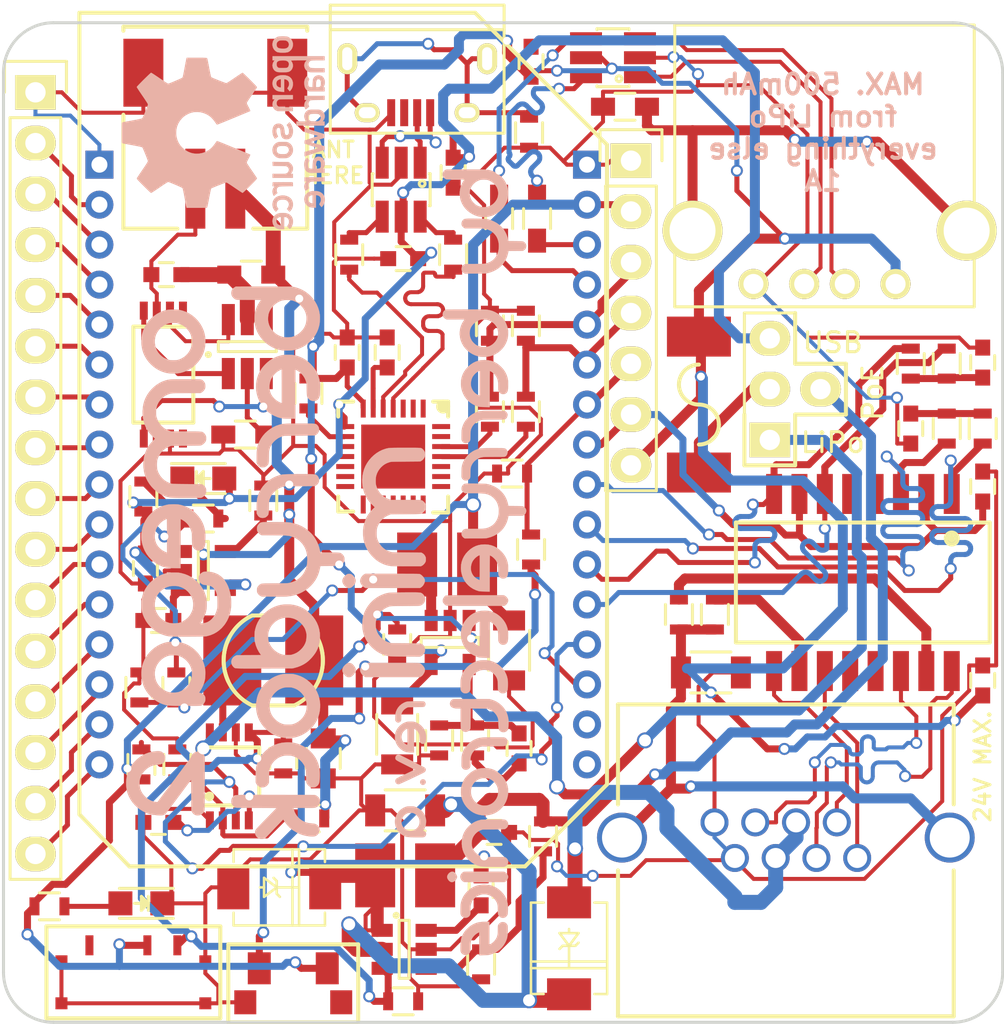
<source format=kicad_pcb>
(kicad_pcb (version 20171130) (host pcbnew "(5.1.12)-1")
  (layers (0 F.Cu signal) (31 B.Cu signal) (34 B.Paste user hide) (35 F.Paste user hide) (36 B.SilkS user hide) (37 F.SilkS user hide) (38 B.Mask user hide) (39 F.Mask user hide) (44 Edge.Cuts user))
  (net 0 "")
  (net 1 +5V)
  (net 2 GND)
  (net 3 +3.3VP)
  (net 4 "Net-(C4-Pad1)")
  (net 5 "Net-(C5-Pad1)")
  (net 6 "Net-(C6-Pad1)")
  (net 7 "Net-(C6-Pad2)")
  (net 8 +3V3)
  (net 9 /ETH_SHIELD)
  (net 10 VDD)
  (net 11 +5VD)
  (net 12 "Net-(C12-Pad1)")
  (net 13 "Net-(C13-Pad1)")
  (net 14 "Net-(C13-Pad2)")
  (net 15 +5P)
  (net 16 "Net-(C15-Pad1)")
  (net 17 /BAT_-)
  (net 18 VPP)
  (net 19 "Net-(C20-Pad1)")
  (net 20 "Net-(D1-Pad2)")
  (net 21 "Net-(D2-Pad2)")
  (net 22 "Net-(D4-Pad1)")
  (net 23 "Net-(F1-Pad2)")
  (net 24 /LBO)
  (net 25 "Net-(L1-Pad1)")
  (net 26 "Net-(L3-Pad1)")
  (net 27 /GPIO11)
  (net 28 /GPIO3)
  (net 29 /GPIO2)
  (net 30 /GPIO17)
  (net 31 /GPIO16)
  (net 32 /GPIO15)
  (net 33 /GPIO46)
  (net 34 /GPIO45)
  (net 35 /GPIO9)
  (net 36 /GPIO8)
  (net 37 /GPIO7)
  (net 38 /GPIO6)
  (net 39 /GPIO1)
  (net 40 /GPIO0)
  (net 41 /RST)
  (net 42 /UH_+)
  (net 43 /UH_-)
  (net 44 /RX0)
  (net 45 /TX0)
  (net 46 /FW_RST)
  (net 47 /ETH_TX-)
  (net 48 /ETH_TX+)
  (net 49 /ETH_RX-)
  (net 50 /ETH_RX+)
  (net 51 +5VP)
  (net 52 /USB_S_-)
  (net 53 /USB_S_+)
  (net 54 "Net-(P5-Pad4)")
  (net 55 "Net-(P5-Pad6)")
  (net 56 /UH_S_+)
  (net 57 /UH_S_-)
  (net 58 "Net-(P6-Pad5)")
  (net 59 /PWRON)
  (net 60 /CHRG_STAT)
  (net 61 "Net-(R11-Pad2)")
  (net 62 "Net-(R12-Pad2)")
  (net 63 "Net-(R14-Pad1)")
  (net 64 "Net-(R16-Pad2)")
  (net 65 "Net-(R18-Pad2)")
  (net 66 "Net-(R19-Pad2)")
  (net 67 "Net-(R27-Pad2)")
  (net 68 "Net-(R29-Pad2)")
  (net 69 /UH_R_-)
  (net 70 /UH_R_+)
  (net 71 /USB_R_-)
  (net 72 /USB_-)
  (net 73 /USB_+)
  (net 74 /USB_R_+)
  (net 75 /U_TX)
  (net 76 /U_RX)
  (net 77 "Net-(SW1-Pad3)")
  (net 78 "Net-(U4-Pad4)")
  (net 79 "Net-(U4-Pad5)")
  (net 80 "Net-(U4-Pad12)")
  (net 81 "Net-(U4-Pad13)")
  (net 82 "Net-(U11-Pad1)")
  (net 83 /OD)
  (net 84 /OC)
  (net 85 "Net-(U11-Pad8)")
  (net 86 "Net-(U12-Pad4)")
  (net 87 /TX_R_N)
  (net 88 /TX_R_P)
  (net 89 /RX_R_N)
  (net 90 /RX_R_P)
  (net 91 "Net-(U5-Pad17)")
  (net 92 "Net-(U5-Pad18)")
  (net 93 "Net-(R2-Pad1)")
  (net 94 "Net-(U1-Pad1)")
  (net 95 "Net-(U1-Pad2)")
  (net 96 "Net-(U1-Pad20)")
  (net 97 "Net-(U1-Pad19)")
  (net 98 "Net-(U1-Pad16)")
  (net 99 "Net-(U1-Pad21)")
  (net 100 "Net-(U1-Pad18)")
  (net 101 "Net-(U1-Pad15)")
  (net 102 "Net-(U1-Pad17)")
  (net 103 "Net-(U1-Pad24)")
  (net 104 "Net-(U1-Pad23)")
  (net 105 "Net-(U1-Pad22)")
  (net 106 "Net-(U1-Pad27)")
  (net 107 "Net-(U1-Pad28)")
  (net 108 "Net-(U1-Pad10)")
  (net 109 "Net-(U1-Pad12)")
  (net 110 "Net-(U1-Pad14)")
  (net 111 "Net-(U1-Pad13)")
  (module Omega2-Berrydock:HL1260NL (layer F.Cu) (at 63 48 180)
    (fp_text reference U4)
    (fp_text value H1260NL hide)
    (pad 1 smd rect (at -4.45 4.428 180) (size 0.8 2) (layers F.Cu F.Paste F.Mask) (net 48 /ETH_TX+))
    (pad 2 smd rect (at -3.18 4.428 180) (size 0.8 2) (layers F.Cu F.Paste F.Mask) (net 3 +3.3VP))
    (pad 3 smd rect (at -1.91 4.428 180) (size 0.8 2) (layers F.Cu F.Paste F.Mask) (net 47 /ETH_TX-))
    (pad 4 smd rect (at -0.64 4.428 180) (size 0.8 2) (layers F.Cu F.Paste F.Mask) (net 78 "Net-(U4-Pad4)"))
    (pad 5 smd rect (at 0.63 4.428 180) (size 0.8 2) (layers F.Cu F.Paste F.Mask) (net 79 "Net-(U4-Pad5)"))
    (pad 6 smd rect (at 1.9 4.428 180) (size 0.8 2) (layers F.Cu F.Paste F.Mask) (net 50 /ETH_RX+))
    (pad 7 smd rect (at 3.17 4.428 180) (size 0.8 2) (layers F.Cu F.Paste F.Mask) (net 3 +3.3VP))
    (pad 8 smd rect (at 4.44 4.428 180) (size 0.8 2) (layers F.Cu F.Paste F.Mask) (net 49 /ETH_RX-))
    (pad 9 smd rect (at 4.44 -4.43 180) (size 0.8 2) (layers F.Cu F.Paste F.Mask) (net 89 /RX_R_N))
    (pad 10 smd rect (at 3.17 -4.43 180) (size 0.8 2) (layers F.Cu F.Paste F.Mask) (net 61 "Net-(R11-Pad2)"))
    (pad 11 smd rect (at 1.9 -4.43 180) (size 0.8 2) (layers F.Cu F.Paste F.Mask) (net 90 /RX_R_P))
    (pad 12 smd rect (at 0.63 -4.43 180) (size 0.8 2) (layers F.Cu F.Paste F.Mask) (net 80 "Net-(U4-Pad12)"))
    (pad 13 smd rect (at -0.64 -4.43 180) (size 0.8 2) (layers F.Cu F.Paste F.Mask) (net 81 "Net-(U4-Pad13)"))
    (pad 14 smd rect (at -1.91 -4.43 180) (size 0.8 2) (layers F.Cu F.Paste F.Mask) (net 87 /TX_R_N))
    (pad 15 smd rect (at -3.18 -4.43 180) (size 0.8 2) (layers F.Cu F.Paste F.Mask) (net 62 "Net-(R12-Pad2)"))
    (pad 16 smd rect (at -4.45 -4.43 180) (size 0.8 2) (layers F.Cu F.Paste F.Mask) (net 88 /TX_R_P))
  )
  (module Capacitors_SMD:C_1206 (layer F.Cu) (at 39.7 55.6 270)
    (fp_text reference C1)
    (fp_text value 10uF hide)
    (pad 1 smd rect (at -1.5 0 270) (size 1 1.6) (layers F.Cu F.Paste F.Mask) (net 1 +5V))
    (pad 2 smd rect (at 1.5 0 270) (size 1 1.6) (layers F.Cu F.Paste F.Mask) (net 2 GND))
  )
  (module Capacitors_SMD:C_0603 (layer F.Cu) (at 65.4 40.3 270)
    (fp_text reference C4)
    (fp_text value 100nF hide)
    (pad 1 smd rect (at -0.75 0 270) (size 0.8 0.75) (layers F.Cu F.Paste F.Mask) (net 4 "Net-(C4-Pad1)"))
    (pad 2 smd rect (at 0.75 0 270) (size 0.8 0.75) (layers F.Cu F.Paste F.Mask) (net 2 GND))
  )
  (module Capacitors_SMD:C_0603 (layer F.Cu) (at 69 37 90)
    (fp_text reference C5)
    (fp_text value 100nF hide)
    (pad 1 smd rect (at -0.75 0 90) (size 0.8 0.75) (layers F.Cu F.Paste F.Mask) (net 5 "Net-(C5-Pad1)"))
    (pad 2 smd rect (at 0.75 0 90) (size 0.8 0.75) (layers F.Cu F.Paste F.Mask) (net 2 GND))
  )
  (module Capacitors_SMD:C_1206 (layer F.Cu) (at 45.3 51.4 270)
    (fp_text reference C7)
    (fp_text value 10uF hide)
    (pad 1 smd rect (at -1.5 0 270) (size 1 1.6) (layers F.Cu F.Paste F.Mask) (net 8 +3V3))
    (pad 2 smd rect (at 1.5 0 270) (size 1 1.6) (layers F.Cu F.Paste F.Mask) (net 2 GND))
  )
  (module Capacitors_SMD:C_0603 (layer F.Cu) (at 69 43.2 270)
    (fp_text reference C8)
    (fp_text value 1uF hide)
    (pad 1 smd rect (at -0.75 0 270) (size 0.8 0.75) (layers F.Cu F.Paste F.Mask) (net 2 GND))
    (pad 2 smd rect (at 0.75 0 270) (size 0.8 0.75) (layers F.Cu F.Paste F.Mask) (net 3 +3.3VP))
  )
  (module Capacitors_SMD:C_1206 (layer F.Cu) (at 55.4 52.5)
    (fp_text reference C9)
    (fp_text value 1nF/2kV hide)
    (pad 1 smd rect (at -1.5 0) (size 1 1.6) (layers F.Cu F.Paste F.Mask) (net 9 /ETH_SHIELD))
    (pad 2 smd rect (at 1.5 0) (size 1 1.6) (layers F.Cu F.Paste F.Mask) (net 2 GND))
  )
  (module Capacitors_SMD:C_1206 (layer F.Cu) (at 40.1 59.4 180)
    (fp_text reference C10)
    (fp_text value 10uF/50V hide)
    (pad 1 smd rect (at -1.5 0 180) (size 1 1.6) (layers F.Cu F.Paste F.Mask) (net 10 VDD))
    (pad 2 smd rect (at 1.5 0 180) (size 1 1.6) (layers F.Cu F.Paste F.Mask) (net 2 GND))
  )
  (module Capacitors_SMD:C_0603 (layer F.Cu) (at 27.1 47.3 90)
    (fp_text reference C11)
    (fp_text value 4.7uF hide)
    (pad 1 smd rect (at -0.75 0 90) (size 0.8 0.75) (layers F.Cu F.Paste F.Mask) (net 2 GND))
    (pad 2 smd rect (at 0.75 0 90) (size 0.8 0.75) (layers F.Cu F.Paste F.Mask) (net 11 +5VD))
  )
  (module Capacitors_SMD:C_0603 (layer F.Cu) (at 27.75 60 180)
    (fp_text reference C12)
    (fp_text value 100nF hide)
    (pad 1 smd rect (at -0.75 0 180) (size 0.8 0.75) (layers F.Cu F.Paste F.Mask) (net 12 "Net-(C12-Pad1)"))
    (pad 2 smd rect (at 0.75 0 180) (size 0.8 0.75) (layers F.Cu F.Paste F.Mask) (net 2 GND))
  )
  (module Capacitors_SMD:C_0603 (layer F.Cu) (at 43.9 63.4 90)
    (fp_text reference C13)
    (fp_text value 22nF hide)
    (pad 1 smd rect (at -0.75 0 90) (size 0.8 0.75) (layers F.Cu F.Paste F.Mask) (net 13 "Net-(C13-Pad1)"))
    (pad 2 smd rect (at 0.75 0 90) (size 0.8 0.75) (layers F.Cu F.Paste F.Mask) (net 14 "Net-(C13-Pad2)"))
  )
  (module Capacitors_SMD:C_0603 (layer F.Cu) (at 44.55 60.5)
    (fp_text reference C14)
    (fp_text value 4.7uF hide)
    (pad 1 smd rect (at -0.75 0) (size 0.8 0.75) (layers F.Cu F.Paste F.Mask) (net 15 +5P))
    (pad 2 smd rect (at 0.75 0) (size 0.8 0.75) (layers F.Cu F.Paste F.Mask) (net 2 GND))
  )
  (module Capacitors_SMD:C_0603 (layer F.Cu) (at 28.15 32.6 180)
    (fp_text reference C15)
    (fp_text value 100nF hide)
    (pad 1 smd rect (at -0.75 0 180) (size 0.8 0.75) (layers F.Cu F.Paste F.Mask) (net 16 "Net-(C15-Pad1)"))
    (pad 2 smd rect (at 0.75 0 180) (size 0.8 0.75) (layers F.Cu F.Paste F.Mask) (net 17 /BAT_-))
  )
  (module Capacitors_SMD:C_0805 (layer F.Cu) (at 36 56.8 90)
    (fp_text reference C16)
    (fp_text value 47uF hide)
    (pad 1 smd rect (at -1 0 90) (size 1 1.25) (layers F.Cu F.Paste F.Mask) (net 2 GND))
    (pad 2 smd rect (at 1 0 90) (size 1 1.25) (layers F.Cu F.Paste F.Mask) (net 18 VPP))
  )
  (module Capacitors_SMD:C_0603 (layer F.Cu) (at 27.75 49.9)
    (fp_text reference C17)
    (fp_text value 4.7uF hide)
    (pad 1 smd rect (at -0.75 0) (size 0.8 0.75) (layers F.Cu F.Paste F.Mask) (net 2 GND))
    (pad 2 smd rect (at 0.75 0) (size 0.8 0.75) (layers F.Cu F.Paste F.Mask) (net 18 VPP))
  )
  (module Capacitors_SMD:C_0603 (layer F.Cu) (at 37.2 36.4935 270)
    (fp_text reference C18)
    (fp_text value 1uF hide)
    (pad 1 smd rect (at -0.75 0 270) (size 0.8 0.75) (layers F.Cu F.Paste F.Mask) (net 2 GND))
    (pad 2 smd rect (at 0.75 0 270) (size 0.8 0.75) (layers F.Cu F.Paste F.Mask) (net 1 +5V))
  )
  (module Capacitors_SMD:C_0603 (layer F.Cu) (at 46.4 21.95 270)
    (fp_text reference C19)
    (fp_text value 100nF hide)
    (pad 1 smd rect (at -0.75 0 270) (size 0.8 0.75) (layers F.Cu F.Paste F.Mask))
    (pad 2 smd rect (at 0.75 0 270) (size 0.8 0.75) (layers F.Cu F.Paste F.Mask) (net 1 +5V))
  )
  (module Capacitors_SMD:C_0603 (layer F.Cu) (at 39.2 36.4935 90)
    (fp_text reference C20)
    (fp_text value 100nF hide)
    (pad 1 smd rect (at -0.75 0 90) (size 0.8 0.75) (layers F.Cu F.Paste F.Mask) (net 19 "Net-(C20-Pad1)"))
    (pad 2 smd rect (at 0.75 0 90) (size 0.8 0.75) (layers F.Cu F.Paste F.Mask) (net 2 GND))
  )
  (module Capacitors_SMD:C_0603 (layer F.Cu) (at 40 31.8)
    (fp_text reference C21)
    (fp_text value 100nF hide)
    (pad 1 smd rect (at -0.75 0) (size 0.8 0.75) (layers F.Cu F.Paste F.Mask) (net 2 GND))
    (pad 2 smd rect (at 0.75 0) (size 0.8 0.75) (layers F.Cu F.Paste F.Mask) (net 11 +5VD))
  )
  (module Capacitors_SMD:C_0603 (layer F.Cu) (at 42.5 27.5 90)
    (fp_text reference C22)
    (fp_text value 4.7uF hide)
    (pad 1 smd rect (at -0.75 0 90) (size 0.8 0.75) (layers F.Cu F.Paste F.Mask) (net 2 GND))
    (pad 2 smd rect (at 0.75 0 90) (size 0.8 0.75) (layers F.Cu F.Paste F.Mask) (net 11 +5VD))
  )
  (module Capacitors_SMD:C_0603 (layer F.Cu) (at 69 52.9 270)
    (fp_text reference C23)
    (fp_text value 4.7uF hide)
    (pad 1 smd rect (at -0.75 0 270) (size 0.8 0.75) (layers F.Cu F.Paste F.Mask) (net 2 GND))
    (pad 2 smd rect (at 0.75 0 270) (size 0.8 0.75) (layers F.Cu F.Paste F.Mask) (net 1 +5V))
  )
  (module LEDs:LED_0805 (layer F.Cu) (at 26.9 64.05 180)
    (fp_text reference D1)
    (fp_text value Led_Small hide)
    (pad 2 smd rect (at 1.04902 0) (size 1.19888 1.19888) (layers F.Cu F.Paste F.Mask) (net 20 "Net-(D1-Pad2)"))
    (pad 1 smd rect (at -1.04902 0) (size 1.19888 1.19888) (layers F.Cu F.Paste F.Mask) (net 2 GND))
  )
  (module Omega2-Berrydock:DO-214AC.SMA (layer F.Cu) (at 48.3 66.3 270)
    (fp_text reference D2)
    (fp_text value 1N4007-SMD hide)
    (pad 2 smd rect (at -2.3 0 270) (size 1.6002 2.19964) (layers F.Cu F.Paste F.Mask) (net 21 "Net-(D2-Pad2)"))
    (pad 1 smd rect (at 2.3 0 270) (size 1.6002 2.19964) (layers F.Cu F.Paste F.Mask) (net 10 VDD))
  )
  (module Omega2-Berrydock:DO-214AC.SMA (layer F.Cu) (at 33.8 63.25)
    (fp_text reference D3)
    (fp_text value B240A hide)
    (pad 2 smd rect (at -2.3 0) (size 1.6002 2.19964) (layers F.Cu F.Paste F.Mask) (net 2 GND))
    (pad 1 smd rect (at 2.3 0) (size 1.6002 2.19964) (layers F.Cu F.Paste F.Mask) (net 14 "Net-(C13-Pad2)"))
  )
  (module LEDs:LED_0805 (layer F.Cu) (at 30 42.8)
    (fp_text reference D4)
    (fp_text value Led_Small hide)
    (pad 2 smd rect (at 1.04902 0 180) (size 1.19888 1.19888) (layers F.Cu F.Paste F.Mask) (net 11 +5VD))
    (pad 1 smd rect (at -1.04902 0 180) (size 1.19888 1.19888) (layers F.Cu F.Paste F.Mask) (net 22 "Net-(D4-Pad1)"))
  )
  (module Omega2-Berrydock:FUSE-1812 (layer F.Cu) (at 54.8 39.1 270)
    (fp_text reference F1)
    (fp_text value 1A/8V hide)
    (pad 1 smd rect (at -3.4 0 270) (size 2 3.2) (layers F.Cu F.Paste F.Mask) (net 1 +5V))
    (pad 2 smd rect (at 3.4 0 270) (size 2 3.2) (layers F.Cu F.Paste F.Mask) (net 23 "Net-(F1-Pad2)"))
  )
  (module Omega2-Berrydock:RJ45-SHIELDED (layer F.Cu) (at 59.15 60)
    (fp_text reference J1 hide)
    (fp_text value RJ45 hide)
    (pad 8 thru_hole circle (at -3.57 0) (size 1.4 1.4) (drill 1) (layers *.Cu *.Mask) (net 2 GND))
    (pad 7 thru_hole circle (at -2.55 1.78) (size 1.4 1.4) (drill 1) (layers *.Cu *.Mask) (net 2 GND))
    (pad 6 thru_hole circle (at -1.53 0) (size 1.4 1.4) (drill 1) (layers *.Cu *.Mask) (net 87 /TX_R_N))
    (pad 5 thru_hole circle (at -0.51 1.78) (size 1.4 1.4) (drill 1) (layers *.Cu *.Mask) (net 21 "Net-(D2-Pad2)"))
    (pad 4 thru_hole circle (at 0.51 0) (size 1.4 1.4) (drill 1) (layers *.Cu *.Mask) (net 21 "Net-(D2-Pad2)"))
    (pad 3 thru_hole circle (at 1.53 1.78) (size 1.4 1.4) (drill 1) (layers *.Cu *.Mask) (net 88 /TX_R_P))
    (pad 2 thru_hole circle (at 2.55 0) (size 1.4 1.4) (drill 1) (layers *.Cu *.Mask) (net 89 /RX_R_N))
    (pad 1 thru_hole circle (at 3.57 1.78) (size 1.4 1.4) (drill 1) (layers *.Cu *.Mask) (net 90 /RX_R_P))
    (pad 9 thru_hole circle (at 8.2 0.76) (size 2.5 2.5) (drill 2) (layers *.Cu *.Mask) (net 9 /ETH_SHIELD))
    (pad 9 thru_hole circle (at -8.2 0.76) (size 2.5 2.5) (drill 2) (layers *.Cu *.Mask) (net 9 /ETH_SHIELD))
    (pad "" np_thru_hole circle (at -6.35 4.32) (size 3.5 3.5) (drill 3.5) (layers *.Cu *.Mask))
    (pad "" np_thru_hole circle (at 6.35 4.32) (size 3.5 3.5) (drill 3.5) (layers *.Cu *.Mask F.Adhes))
  )
  (module Omega2-Berrydock:CD32 (layer F.Cu) (at 42.2 47.1 90)
    (fp_text reference L1)
    (fp_text value 4.7uH/1A hide)
    (pad 2 smd rect (at 0 1.5 90) (size 3.2 2) (layers F.Cu F.Paste F.Mask) (net 8 +3V3))
    (pad 1 smd rect (at 0 -1.5 90) (size 3.2 2) (layers F.Cu F.Paste F.Mask) (net 25 "Net-(L1-Pad1)"))
  )
  (module Omega2-Berrydock:CD32 (layer F.Cu) (at 40.1 62.65 90)
    (fp_text reference L2)
    (fp_text value 4.7uH hide)
    (pad 2 smd rect (at 0 1.5 90) (size 3.2 2) (layers F.Cu F.Paste F.Mask) (net 15 +5P))
    (pad 1 smd rect (at 0 -1.5 90) (size 3.2 2) (layers F.Cu F.Paste F.Mask) (net 14 "Net-(C13-Pad2)"))
  )
  (module Pin_Headers:Pin_Header_Straight_1x16 (layer F.Cu) (at 21.6 23.48)
    (fp_text reference P1)
    (fp_text value CONN_01X16 hide)
    (pad 1 thru_hole rect (at 0 0) (size 2.032 1.7272) (drill 1.016) (layers *.Cu *.Mask F.SilkS) (net 2 GND))
    (pad 2 thru_hole oval (at 0 2.54) (size 2.032 1.7272) (drill 1.016) (layers *.Cu *.Mask F.SilkS) (net 27 /GPIO11))
    (pad 3 thru_hole oval (at 0 5.08) (size 2.032 1.7272) (drill 1.016) (layers *.Cu *.Mask F.SilkS) (net 28 /GPIO3))
    (pad 4 thru_hole oval (at 0 7.62) (size 2.032 1.7272) (drill 1.016) (layers *.Cu *.Mask F.SilkS) (net 29 /GPIO2))
    (pad 5 thru_hole oval (at 0 10.16) (size 2.032 1.7272) (drill 1.016) (layers *.Cu *.Mask F.SilkS) (net 30 /GPIO17))
    (pad 6 thru_hole oval (at 0 12.7) (size 2.032 1.7272) (drill 1.016) (layers *.Cu *.Mask F.SilkS) (net 31 /GPIO16))
    (pad 7 thru_hole oval (at 0 15.24) (size 2.032 1.7272) (drill 1.016) (layers *.Cu *.Mask F.SilkS) (net 32 /GPIO15))
    (pad 8 thru_hole oval (at 0 17.78) (size 2.032 1.7272) (drill 1.016) (layers *.Cu *.Mask F.SilkS) (net 33 /GPIO46))
    (pad 9 thru_hole oval (at 0 20.32) (size 2.032 1.7272) (drill 1.016) (layers *.Cu *.Mask F.SilkS) (net 34 /GPIO45))
    (pad 10 thru_hole oval (at 0 22.86) (size 2.032 1.7272) (drill 1.016) (layers *.Cu *.Mask F.SilkS) (net 35 /GPIO9))
    (pad 11 thru_hole oval (at 0 25.4) (size 2.032 1.7272) (drill 1.016) (layers *.Cu *.Mask F.SilkS) (net 36 /GPIO8))
    (pad 12 thru_hole oval (at 0 27.94) (size 2.032 1.7272) (drill 1.016) (layers *.Cu *.Mask F.SilkS) (net 37 /GPIO7))
    (pad 13 thru_hole oval (at 0 30.48) (size 2.032 1.7272) (drill 1.016) (layers *.Cu *.Mask F.SilkS) (net 38 /GPIO6))
    (pad 14 thru_hole oval (at 0 33.02) (size 2.032 1.7272) (drill 1.016) (layers *.Cu *.Mask F.SilkS) (net 39 /GPIO1))
    (pad 15 thru_hole oval (at 0 35.56) (size 2.032 1.7272) (drill 1.016) (layers *.Cu *.Mask F.SilkS) (net 40 /GPIO0))
    (pad 16 thru_hole oval (at 0 38.1) (size 2.032 1.7272) (drill 1.016) (layers *.Cu *.Mask F.SilkS) (net 41 /RST))
  )
  (module Omega2-Berrydock:PWR-SELECT (layer F.Cu) (at 58.346 40.868 180)
    (fp_text reference P3)
    (fp_text value CONN_01X04 hide)
    (pad 1 thru_hole rect (at 0 0 180) (size 2.032 1.7272) (drill 1.016) (layers *.Cu *.Mask F.SilkS) (net 51 +5VP))
    (pad 3 thru_hole oval (at 0 5.08 180) (size 2.032 1.7272) (drill 1.016) (layers *.Cu *.Mask F.SilkS) (net 11 +5VD))
    (pad 2 thru_hole oval (at -2.54 2.54 180) (size 2.032 1.7272) (drill 1.016) (layers *.Cu *.Mask F.SilkS) (net 15 +5P))
    (pad 4 thru_hole oval (at 0 2.54 180) (size 2.032 1.7272) (drill 1.016) (layers *.Cu *.Mask F.SilkS) (net 23 "Net-(F1-Pad2)"))
  )
  (module Omega2-Berrydock:JST-RIGHT-ANGLE (layer F.Cu) (at 30.6 28.3 180)
    (fp_text reference P4)
    (fp_text value CONN_01X03 hide)
    (pad 1 smd rect (at -1 0 180) (size 1 4) (layers F.Cu F.Paste F.Mask) (net 18 VPP))
    (pad 2 smd rect (at 1 0 180) (size 1 4) (layers F.Cu F.Paste F.Mask) (net 17 /BAT_-))
    (pad 3 smd rect (at -3.6 5.8 180) (size 2 3.4) (layers F.Cu F.Paste F.Mask) (net 2 GND))
    (pad 3 smd rect (at 3.6 5.8 180) (size 2 3.4) (layers F.Cu F.Paste F.Mask) (net 2 GND))
  )
  (module Connect:USB_Micro-B (layer F.Cu) (at 40.7 22.9375 180)
    (fp_text reference P5)
    (fp_text value USB_OTG hide)
    (pad 1 smd rect (at -1.3009 -1.56254 270) (size 1.35 0.4) (layers F.Cu F.Paste F.Mask) (net 11 +5VD))
    (pad 2 smd rect (at -0.6509 -1.56254 270) (size 1.35 0.4) (layers F.Cu F.Paste F.Mask) (net 52 /USB_S_-))
    (pad 3 smd rect (at -0.0009 -1.56254 270) (size 1.35 0.4) (layers F.Cu F.Paste F.Mask) (net 53 /USB_S_+))
    (pad 4 smd rect (at 0.6491 -1.56254 270) (size 1.35 0.4) (layers F.Cu F.Paste F.Mask) (net 54 "Net-(P5-Pad4)"))
    (pad 5 smd rect (at 1.2991 -1.56254 270) (size 1.35 0.4) (layers F.Cu F.Paste F.Mask) (net 2 GND))
    (pad 6 thru_hole oval (at -2.5009 -1.56254 270) (size 0.95 1.25) (drill oval 0.55 0.85) (layers *.Cu *.Mask F.SilkS) (net 55 "Net-(P5-Pad6)"))
    (pad 6 thru_hole oval (at 2.4991 -1.56254 270) (size 0.95 1.25) (drill oval 0.55 0.85) (layers *.Cu *.Mask F.SilkS) (net 55 "Net-(P5-Pad6)"))
    (pad 6 thru_hole oval (at -3.5009 1.13746 270) (size 1.55 1) (drill oval 1.15 0.5) (layers *.Cu *.Mask F.SilkS) (net 55 "Net-(P5-Pad6)"))
    (pad 6 thru_hole oval (at 3.4991 1.13746 270) (size 1.55 1) (drill oval 1.15 0.5) (layers *.Cu *.Mask F.SilkS) (net 55 "Net-(P5-Pad6)"))
  )
  (module Connect:USB_A (layer F.Cu) (at 64.6409 33.0649 180)
    (fp_text reference P6)
    (fp_text value USB_A hide)
    (pad 4 thru_hole circle (at 7.11286 -0.00212 90) (size 1.50114 1.50114) (drill 1.00076) (layers *.Cu *.Mask F.SilkS) (net 2 GND))
    (pad 3 thru_hole circle (at 4.57286 -0.00212 90) (size 1.50114 1.50114) (drill 1.00076) (layers *.Cu *.Mask F.SilkS) (net 56 /UH_S_+))
    (pad 2 thru_hole circle (at 2.54086 -0.00212 90) (size 1.50114 1.50114) (drill 1.00076) (layers *.Cu *.Mask F.SilkS) (net 57 /UH_S_-))
    (pad 1 thru_hole circle (at 0.00086 -0.00212 90) (size 1.50114 1.50114) (drill 1.00076) (layers *.Cu *.Mask F.SilkS) (net 1 +5V))
    (pad 5 thru_hole circle (at 10.16086 2.66488 90) (size 2.99974 2.99974) (drill 2.30124) (layers *.Cu *.Mask F.SilkS) (net 58 "Net-(P6-Pad5)"))
    (pad 5 thru_hole circle (at -3.55514 2.66488 90) (size 2.99974 2.99974) (drill 2.30124) (layers *.Cu *.Mask F.SilkS) (net 58 "Net-(P6-Pad5)"))
  )
  (module Resistors_SMD:R_0603_HandSoldering (layer F.Cu) (at 32.1 40.6)
    (fp_text reference R18)
    (fp_text value 1K hide)
    (pad 1 smd rect (at -1.1 0) (size 1.2 0.9) (layers F.Cu F.Paste F.Mask) (net 2 GND))
    (pad 2 smd rect (at 1.1 0) (size 1.2 0.9) (layers F.Cu F.Paste F.Mask) (net 65 "Net-(R18-Pad2)"))
  )
  (module Resistors_SMD:R_0603_HandSoldering (layer F.Cu) (at 32.4 32.6 180)
    (fp_text reference R25)
    (fp_text value 100R hide)
    (pad 1 smd rect (at -1.1 0 180) (size 1.2 0.9) (layers F.Cu F.Paste F.Mask) (net 18 VPP))
    (pad 2 smd rect (at 1.1 0 180) (size 1.2 0.9) (layers F.Cu F.Paste F.Mask) (net 16 "Net-(C15-Pad1)"))
  )
  (module Resistors_SMD:R_0603_HandSoldering (layer F.Cu) (at 44.8 29.8 90)
    (fp_text reference R30)
    (fp_text value 0R hide)
    (pad 1 smd rect (at -1.1 0 90) (size 1.2 0.9) (layers F.Cu F.Paste F.Mask) (net 43 /UH_-))
    (pad 2 smd rect (at 1.1 0 90) (size 1.2 0.9) (layers F.Cu F.Paste F.Mask) (net 69 /UH_R_-))
  )
  (module Resistors_SMD:R_0603_HandSoldering (layer F.Cu) (at 46.7 29.8 270)
    (fp_text reference R31)
    (fp_text value 0R hide)
    (pad 1 smd rect (at -1.1 0 270) (size 1.2 0.9) (layers F.Cu F.Paste F.Mask) (net 70 /UH_R_+))
    (pad 2 smd rect (at 1.1 0 270) (size 1.2 0.9) (layers F.Cu F.Paste F.Mask) (net 42 /UH_+))
  )
  (module Resistors_SMD:R_0603_HandSoldering (layer F.Cu) (at 51.1 24.2 180)
    (fp_text reference R34)
    (fp_text value 1M hide)
    (pad 1 smd rect (at -1.1 0 180) (size 1.2 0.9) (layers F.Cu F.Paste F.Mask) (net 58 "Net-(P6-Pad5)"))
    (pad 2 smd rect (at 1.1 0 180) (size 1.2 0.9) (layers F.Cu F.Paste F.Mask) (net 2 GND))
  )
  (module Omega2-Berrydock:SMD-SLIDESWITCH (layer F.Cu) (at 26.5 68 180)
    (fp_text reference SW1)
    (fp_text value SWITCH_INV hide)
    (pad 1 smd rect (at -2.2 1.85 180) (size 0.4 1) (layers F.Cu F.Paste F.Mask) (net 59 /PWRON))
    (pad 2 smd rect (at -0.7 1.85 180) (size 0.4 1) (layers F.Cu F.Paste F.Mask) (net 8 +3V3))
    (pad 3 smd rect (at 2.2 1.85 180) (size 0.4 1) (layers F.Cu F.Paste F.Mask) (net 77 "Net-(SW1-Pad3)"))
    (pad 4 smd rect (at 3.6 1.05 180) (size 0.6 0.6) (layers F.Cu F.Paste F.Mask) (net 2 GND))
    (pad 4 smd rect (at 3.6 -1.05 180) (size 0.6 0.6) (layers F.Cu F.Paste F.Mask) (net 2 GND))
    (pad 4 smd rect (at -3.6 -1.05 180) (size 0.6 0.6) (layers F.Cu F.Paste F.Mask) (net 2 GND))
    (pad 4 smd rect (at -3.6 1.05 180) (size 0.6 0.6) (layers F.Cu F.Paste F.Mask) (net 2 GND))
  )
  (module Omega2-Berrydock:SMD-BUTTON-2x4x3,5 (layer F.Cu) (at 34.5 69 180)
    (fp_text reference SW2)
    (fp_text value BUTTON hide)
    (pad 1 smd rect (at -1.7 1.7 180) (size 1.15 1.6) (layers F.Cu F.Paste F.Mask) (net 8 +3V3))
    (pad 2 smd rect (at 1.7 1.7 180) (size 1.15 1.6) (layers F.Cu F.Paste F.Mask) (net 67 "Net-(R27-Pad2)"))
    (pad 3 smd rect (at 2.4 0 180) (size 1.1 1.2) (layers F.Cu F.Paste F.Mask) (net 2 GND))
    (pad 4 smd rect (at -2.4 0 180) (size 1.1 1.2) (layers F.Cu F.Paste F.Mask))
    (pad "" np_thru_hole circle (at -0.85 0 180) (size 0.9 0.9) (drill 0.9) (layers *.Cu *.Mask))
    (pad "" np_thru_hole circle (at 0.85 0 180) (size 0.9 0.9) (drill 0.9) (layers *.Cu *.Mask))
  )
  (module TO_SOT_Packages_SMD:SOT-23-5 (layer F.Cu) (at 42.35 51 270)
    (fp_text reference U3)
    (fp_text value TD6811 hide)
    (pad 1 smd rect (at -1.1 -0.95 270) (size 1.06 0.65) (layers F.Cu F.Paste F.Mask) (net 59 /PWRON))
    (pad 2 smd rect (at -1.1 0 270) (size 1.06 0.65) (layers F.Cu F.Paste F.Mask) (net 2 GND))
    (pad 3 smd rect (at -1.1 0.95 270) (size 1.06 0.65) (layers F.Cu F.Paste F.Mask) (net 25 "Net-(L1-Pad1)"))
    (pad 4 smd rect (at 1.1 0.95 270) (size 1.06 0.65) (layers F.Cu F.Paste F.Mask) (net 1 +5V))
    (pad 5 smd rect (at 1.1 -0.95 270) (size 1.06 0.65) (layers F.Cu F.Paste F.Mask) (net 6 "Net-(C6-Pad1)"))
  )
  (module Omega2-Berrydock:Omega2-Outline (layer F.Cu) (at 35.6 41.3)
    (fp_text reference U5 hide)
    (fp_text value Omega2 hide)
    (pad 1 thru_hole rect (at -10.8 -14.2) (size 1.4 1.4) (drill 0.8) (layers *.Cu *.Mask) (net 2 GND))
    (pad 2 thru_hole circle (at -10.8 -12.2) (size 1.4 1.4) (drill 0.8) (layers *.Cu *.Mask) (net 27 /GPIO11))
    (pad 3 thru_hole circle (at -10.8 -10.2) (size 1.4 1.4) (drill 0.8) (layers *.Cu *.Mask) (net 28 /GPIO3))
    (pad 4 thru_hole circle (at -10.8 -8.2) (size 1.4 1.4) (drill 0.8) (layers *.Cu *.Mask) (net 29 /GPIO2))
    (pad 5 thru_hole circle (at -10.8 -6.2) (size 1.4 1.4) (drill 0.8) (layers *.Cu *.Mask) (net 30 /GPIO17))
    (pad 6 thru_hole circle (at -10.8 -4.2) (size 1.4 1.4) (drill 0.8) (layers *.Cu *.Mask) (net 31 /GPIO16))
    (pad 7 thru_hole circle (at -10.8 -2.2) (size 1.4 1.4) (drill 0.8) (layers *.Cu *.Mask) (net 32 /GPIO15))
    (pad 8 thru_hole circle (at -10.8 -0.2) (size 1.4 1.4) (drill 0.8) (layers *.Cu *.Mask) (net 33 /GPIO46))
    (pad 9 thru_hole circle (at -10.8 1.8) (size 1.4 1.4) (drill 0.8) (layers *.Cu *.Mask) (net 34 /GPIO45))
    (pad 10 thru_hole circle (at -10.8 3.8) (size 1.4 1.4) (drill 0.8) (layers *.Cu *.Mask) (net 35 /GPIO9))
    (pad 11 thru_hole circle (at -10.8 5.8) (size 1.4 1.4) (drill 0.8) (layers *.Cu *.Mask) (net 36 /GPIO8))
    (pad 12 thru_hole circle (at -10.8 7.8) (size 1.4 1.4) (drill 0.8) (layers *.Cu *.Mask) (net 37 /GPIO7))
    (pad 13 thru_hole circle (at -10.8 9.8) (size 1.4 1.4) (drill 0.8) (layers *.Cu *.Mask) (net 38 /GPIO6))
    (pad 14 thru_hole circle (at -10.8 11.8) (size 1.4 1.4) (drill 0.8) (layers *.Cu *.Mask) (net 39 /GPIO1))
    (pad 15 thru_hole circle (at -10.8 13.8) (size 1.4 1.4) (drill 0.8) (layers *.Cu *.Mask) (net 40 /GPIO0))
    (pad 16 thru_hole circle (at -10.8 15.8) (size 1.4 1.4) (drill 0.8) (layers *.Cu *.Mask) (net 41 /RST))
    (pad 17 thru_hole circle (at 13.6 15.8) (size 1.4 1.4) (drill 0.8) (layers *.Cu *.Mask) (net 91 "Net-(U5-Pad17)"))
    (pad 18 thru_hole circle (at 13.6 13.8) (size 1.4 1.4) (drill 0.8) (layers *.Cu *.Mask) (net 92 "Net-(U5-Pad18)"))
    (pad 19 thru_hole circle (at 13.6 11.8) (size 1.4 1.4) (drill 0.8) (layers *.Cu *.Mask) (net 93 "Net-(R2-Pad1)"))
    (pad 20 thru_hole circle (at 13.6 9.8) (size 1.4 1.4) (drill 0.8) (layers *.Cu *.Mask) (net 24 /LBO))
    (pad 21 thru_hole circle (at 13.6 7.8) (size 1.4 1.4) (drill 0.8) (layers *.Cu *.Mask) (net 50 /ETH_RX+))
    (pad 22 thru_hole circle (at 13.6 5.8) (size 1.4 1.4) (drill 0.8) (layers *.Cu *.Mask) (net 49 /ETH_RX-))
    (pad 23 thru_hole circle (at 13.6 3.8) (size 1.4 1.4) (drill 0.8) (layers *.Cu *.Mask) (net 48 /ETH_TX+))
    (pad 24 thru_hole circle (at 13.6 1.8) (size 1.4 1.4) (drill 0.8) (layers *.Cu *.Mask) (net 47 /ETH_TX-))
    (pad 25 thru_hole circle (at 13.6 -0.2) (size 1.4 1.4) (drill 0.8) (layers *.Cu *.Mask) (net 3 +3.3VP))
    (pad 26 thru_hole circle (at 13.6 -2.2) (size 1.4 1.4) (drill 0.8) (layers *.Cu *.Mask) (net 46 /FW_RST))
    (pad 27 thru_hole circle (at 13.6 -4.2) (size 1.4 1.4) (drill 0.8) (layers *.Cu *.Mask) (net 45 /TX0))
    (pad 28 thru_hole circle (at 13.6 -6.2) (size 1.4 1.4) (drill 0.8) (layers *.Cu *.Mask) (net 44 /RX0))
    (pad 29 thru_hole circle (at 13.6 -8.2) (size 1.4 1.4) (drill 0.8) (layers *.Cu *.Mask) (net 43 /UH_-))
    (pad 30 thru_hole circle (at 13.6 -10.2) (size 1.4 1.4) (drill 0.8) (layers *.Cu *.Mask) (net 42 /UH_+))
    (pad 31 thru_hole circle (at 13.6 -12.2) (size 1.4 1.4) (drill 0.8) (layers *.Cu *.Mask) (net 8 +3V3))
    (pad 32 thru_hole rect (at 13.6 -14.2) (size 1.4 1.4) (drill 0.8) (layers *.Cu *.Mask) (net 2 GND))
  )
  (module TO_SOT_Packages_SMD:SOT-23-5 (layer F.Cu) (at 30 47.4)
    (fp_text reference U9)
    (fp_text value MCP73831 hide)
    (pad 1 smd rect (at -1.1 -0.95) (size 1.06 0.65) (layers F.Cu F.Paste F.Mask) (net 60 /CHRG_STAT))
    (pad 2 smd rect (at -1.1 0) (size 1.06 0.65) (layers F.Cu F.Paste F.Mask) (net 2 GND))
    (pad 3 smd rect (at -1.1 0.95) (size 1.06 0.65) (layers F.Cu F.Paste F.Mask) (net 18 VPP))
    (pad 4 smd rect (at 1.1 0.95) (size 1.06 0.65) (layers F.Cu F.Paste F.Mask) (net 11 +5VD))
    (pad 5 smd rect (at 1.1 -0.95) (size 1.06 0.65) (layers F.Cu F.Paste F.Mask) (net 64 "Net-(R16-Pad2)"))
  )
  (module Omega2-Berrydock:MSOP8 (layer F.Cu) (at 31.3 57.7)
    (fp_text reference U10)
    (fp_text value L6920DC hide)
    (pad 1 smd rect (at -0.975 2.2) (size 0.4 0.9) (layers F.Cu F.Paste F.Mask) (net 2 GND))
    (pad 2 smd rect (at -0.325 2.2) (size 0.4 0.9) (layers F.Cu F.Paste F.Mask) (net 63 "Net-(R14-Pad1)"))
    (pad 3 smd rect (at 0.325 2.2) (size 0.4 0.9) (layers F.Cu F.Paste F.Mask) (net 24 /LBO))
    (pad 4 smd rect (at 0.975 2.2) (size 0.4 0.9) (layers F.Cu F.Paste F.Mask) (net 12 "Net-(C12-Pad1)"))
    (pad 5 smd rect (at 0.975 -2.2) (size 0.4 0.9) (layers F.Cu F.Paste F.Mask) (net 59 /PWRON))
    (pad 6 smd rect (at 0.325 -2.2) (size 0.4 0.9) (layers F.Cu F.Paste F.Mask) (net 2 GND))
    (pad 7 smd rect (at -0.325 -2.2) (size 0.4 0.9) (layers F.Cu F.Paste F.Mask) (net 26 "Net-(L3-Pad1)"))
    (pad 8 smd rect (at -0.975 -2.2) (size 0.4 0.9) (layers F.Cu F.Paste F.Mask) (net 51 +5VP))
  )
  (module Omega2-Berrydock:TSSOP8 (layer F.Cu) (at 28 37.6 180)
    (fp_text reference U11)
    (fp_text value FS8205A hide)
    (pad 1 smd rect (at -0.98 3.2 180) (size 0.4 0.9) (layers F.Cu F.Paste F.Mask) (net 82 "Net-(U11-Pad1)"))
    (pad 2 smd rect (at -0.33 3.2 180) (size 0.4 0.9) (layers F.Cu F.Paste F.Mask) (net 17 /BAT_-))
    (pad 3 smd rect (at 0.33 3.2 180) (size 0.4 0.9) (layers F.Cu F.Paste F.Mask) (net 17 /BAT_-))
    (pad 4 smd rect (at 0.98 3.2 180) (size 0.4 0.9) (layers F.Cu F.Paste F.Mask) (net 83 /OD))
    (pad 5 smd rect (at 0.98 -3.2 180) (size 0.4 0.9) (layers F.Cu F.Paste F.Mask) (net 84 /OC))
    (pad 6 smd rect (at 0.33 -3.2 180) (size 0.4 0.9) (layers F.Cu F.Paste F.Mask) (net 2 GND))
    (pad 7 smd rect (at -0.33 -3.2 180) (size 0.4 0.9) (layers F.Cu F.Paste F.Mask) (net 2 GND))
    (pad 8 smd rect (at -0.98 -3.2 180) (size 0.4 0.9) (layers F.Cu F.Paste F.Mask) (net 85 "Net-(U11-Pad8)"))
  )
  (module TO_SOT_Packages_SMD:SOT-23-6_Handsoldering (layer F.Cu) (at 32.2 36.2 90)
    (fp_text reference U12)
    (fp_text value DW01-P hide)
    (pad 1 smd rect (at -1.35 -0.95 90) (size 1.56 0.65) (layers F.Cu F.Paste F.Mask) (net 83 /OD))
    (pad 2 smd rect (at -1.35 0 90) (size 1.56 0.65) (layers F.Cu F.Paste F.Mask) (net 65 "Net-(R18-Pad2)"))
    (pad 3 smd rect (at -1.35 0.95 90) (size 1.56 0.65) (layers F.Cu F.Paste F.Mask) (net 84 /OC))
    (pad 4 smd rect (at 1.35 0.95 90) (size 1.56 0.65) (layers F.Cu F.Paste F.Mask) (net 86 "Net-(U12-Pad4)"))
    (pad 6 smd rect (at 1.35 -0.95 90) (size 1.56 0.65) (layers F.Cu F.Paste F.Mask) (net 17 /BAT_-))
    (pad 5 smd rect (at 1.35 0 90) (size 1.56 0.65) (layers F.Cu F.Paste F.Mask) (net 16 "Net-(C15-Pad1)"))
  )
  (module Omega2-Berrydock:SOT32-6L (layer F.Cu) (at 39.9 28.35 180)
    (fp_text reference U13)
    (fp_text value USBLC6-2 hide)
    (pad 5 smd rect (at 0 -1.35 180) (size 0.65 1.6) (layers F.Cu F.Paste F.Mask) (net 11 +5VD))
    (pad 6 smd rect (at -0.95 -1.35 180) (size 0.65 1.6) (layers F.Cu F.Paste F.Mask) (net 74 /USB_R_+))
    (pad 4 smd rect (at 0.95 -1.35 180) (size 0.65 1.6) (layers F.Cu F.Paste F.Mask) (net 71 /USB_R_-))
    (pad 2 smd rect (at 0 1.35 180) (size 0.65 1.6) (layers F.Cu F.Paste F.Mask) (net 2 GND))
    (pad 1 smd rect (at -0.95 1.35 180) (size 0.65 1.6) (layers F.Cu F.Paste F.Mask) (net 53 /USB_S_+))
    (pad 3 smd rect (at 0.95 1.35 180) (size 0.65 1.6) (layers F.Cu F.Paste F.Mask) (net 52 /USB_S_-))
  )
  (module Omega2-Berrydock:SOT32-6L (layer F.Cu) (at 50.5 21.75 90)
    (fp_text reference U14)
    (fp_text value USBLC6-2 hide)
    (pad 5 smd rect (at 0 -1.35 90) (size 0.65 1.6) (layers F.Cu F.Paste F.Mask) (net 1 +5V))
    (pad 6 smd rect (at -0.95 -1.35 90) (size 0.65 1.6) (layers F.Cu F.Paste F.Mask) (net 70 /UH_R_+))
    (pad 4 smd rect (at 0.95 -1.35 90) (size 0.65 1.6) (layers F.Cu F.Paste F.Mask) (net 69 /UH_R_-))
    (pad 2 smd rect (at 0 1.35 90) (size 0.65 1.6) (layers F.Cu F.Paste F.Mask) (net 2 GND))
    (pad 1 smd rect (at -0.95 1.35 90) (size 0.65 1.6) (layers F.Cu F.Paste F.Mask) (net 56 /UH_S_+))
    (pad 3 smd rect (at 0.95 1.35 90) (size 0.65 1.6) (layers F.Cu F.Paste F.Mask) (net 57 /UH_S_-))
  )
  (module Resistors_SMD:R_0603 (layer F.Cu) (at 69 40.3 90)
    (fp_text reference R6)
    (fp_text value 49.9R hide)
    (pad 1 smd rect (at -0.75 0 90) (size 0.5 0.9) (layers F.Cu F.Paste F.Mask) (net 48 /ETH_TX+))
    (pad 2 smd rect (at 0.75 0 90) (size 0.5 0.9) (layers F.Cu F.Paste F.Mask) (net 4 "Net-(C4-Pad1)"))
  )
  (module Resistors_SMD:R_0603 (layer F.Cu) (at 65.4 37.05 90)
    (fp_text reference R7 hide)
    (fp_text value 49.9R hide)
    (pad 1 smd rect (at -0.75 0 90) (size 0.5 0.9) (layers F.Cu F.Paste F.Mask) (net 5 "Net-(C5-Pad1)"))
    (pad 2 smd rect (at 0.75 0 90) (size 0.5 0.9) (layers F.Cu F.Paste F.Mask) (net 49 /ETH_RX-))
  )
  (module Resistors_SMD:R_0603 (layer F.Cu) (at 67.2 40.3 90)
    (fp_text reference R8)
    (fp_text value 49.9R hide)
    (pad 1 smd rect (at -0.75 0 90) (size 0.5 0.9) (layers F.Cu F.Paste F.Mask) (net 47 /ETH_TX-))
    (pad 2 smd rect (at 0.75 0 90) (size 0.5 0.9) (layers F.Cu F.Paste F.Mask) (net 4 "Net-(C4-Pad1)"))
  )
  (module Resistors_SMD:R_0603 (layer F.Cu) (at 67.2 37.05 90)
    (fp_text reference R9)
    (fp_text value 49.9R hide)
    (pad 1 smd rect (at -0.75 0 90) (size 0.5 0.9) (layers F.Cu F.Paste F.Mask) (net 5 "Net-(C5-Pad1)"))
    (pad 2 smd rect (at 0.75 0 90) (size 0.5 0.9) (layers F.Cu F.Paste F.Mask) (net 50 /ETH_RX+))
  )
  (module Resistors_SMD:R_0603 (layer F.Cu) (at 55.6 49.6 90)
    (fp_text reference R11)
    (fp_text value 75R hide)
    (pad 1 smd rect (at -0.75 0 90) (size 0.5 0.9) (layers F.Cu F.Paste F.Mask) (net 9 /ETH_SHIELD))
    (pad 2 smd rect (at 0.75 0 90) (size 0.5 0.9) (layers F.Cu F.Paste F.Mask) (net 61 "Net-(R11-Pad2)"))
  )
  (module Resistors_SMD:R_0603 (layer F.Cu) (at 53.8 49.6 90)
    (fp_text reference R12)
    (fp_text value 75R hide)
    (pad 1 smd rect (at -0.75 0 90) (size 0.5 0.9) (layers F.Cu F.Paste F.Mask) (net 9 /ETH_SHIELD))
    (pad 2 smd rect (at 0.75 0 90) (size 0.5 0.9) (layers F.Cu F.Paste F.Mask) (net 62 "Net-(R12-Pad2)"))
  )
  (module Pin_Headers:Pin_Header_Straight_1x07 (layer F.Cu) (at 51.4 26.9)
    (fp_text reference P2)
    (fp_text value CONN_01X07 hide)
    (pad 1 thru_hole rect (at 0 0) (size 2.032 1.7272) (drill 1.016) (layers *.Cu *.Mask F.SilkS) (net 2 GND))
    (pad 2 thru_hole oval (at 0 2.54) (size 2.032 1.7272) (drill 1.016) (layers *.Cu *.Mask F.SilkS) (net 8 +3V3))
    (pad 3 thru_hole oval (at 0 5.08) (size 2.032 1.7272) (drill 1.016) (layers *.Cu *.Mask F.SilkS) (net 44 /RX0))
    (pad 4 thru_hole oval (at 0 7.62) (size 2.032 1.7272) (drill 1.016) (layers *.Cu *.Mask F.SilkS) (net 45 /TX0))
    (pad 5 thru_hole oval (at 0 10.16) (size 2.032 1.7272) (drill 1.016) (layers *.Cu *.Mask F.SilkS) (net 46 /FW_RST))
    (pad 6 thru_hole oval (at 0 12.7) (size 2.032 1.7272) (drill 1.016) (layers *.Cu *.Mask F.SilkS) (net 3 +3.3VP))
    (pad 7 thru_hole oval (at 0 15.24) (size 2.032 1.7272) (drill 1.016) (layers *.Cu *.Mask F.SilkS) (net 1 +5V))
  )
  (module Resistors_SMD:R_0603 (layer F.Cu) (at 26.8 53.25 90)
    (fp_text reference R2)
    (fp_text value 3K hide)
    (pad 1 smd rect (at -0.75 0 90) (size 0.5 0.9) (layers F.Cu F.Paste F.Mask) (net 93 "Net-(R2-Pad1)"))
    (pad 2 smd rect (at 0.75 0 90) (size 0.5 0.9) (layers F.Cu F.Paste F.Mask) (net 2 GND))
  )
  (module Resistors_SMD:R_0603 (layer F.Cu) (at 28.65 53.25 90)
    (fp_text reference R3)
    (fp_text value 2K hide)
    (pad 1 smd rect (at -0.75 0 90) (size 0.5 0.9) (layers F.Cu F.Paste F.Mask) (net 93 "Net-(R2-Pad1)"))
    (pad 2 smd rect (at 0.75 0 90) (size 0.5 0.9) (layers F.Cu F.Paste F.Mask) (net 60 /CHRG_STAT))
  )
  (module Omega2-Berrydock:QFN-28 (layer F.Cu) (at 39.5 41.7 270)
    (fp_text reference U1)
    (fp_text value CP2102 hide)
    (pad 1 smd rect (at -2.4 -1.5) (size 0.25 0.9) (layers F.Cu F.Paste F.Mask) (net 94 "Net-(U1-Pad1)"))
    (pad 2 smd rect (at -2.4 -1) (size 0.25 0.9) (layers F.Cu F.Paste F.Mask) (net 95 "Net-(U1-Pad2)"))
    (pad 3 smd rect (at -2.4 -0.5) (size 0.25 0.9) (layers F.Cu F.Paste F.Mask))
    (pad 4 smd rect (at -2.4 0) (size 0.25 0.9) (layers F.Cu F.Paste F.Mask) (net 73 /USB_+))
    (pad 5 smd rect (at -2.4 0.5) (size 0.25 0.9) (layers F.Cu F.Paste F.Mask) (net 72 /USB_-))
    (pad 6 smd rect (at -2.4 1) (size 0.25 0.9) (layers F.Cu F.Paste F.Mask) (net 19 "Net-(C20-Pad1)"))
    (pad 7 smd rect (at -2.4 1.5) (size 0.25 0.9) (layers F.Cu F.Paste F.Mask) (net 1 +5V))
    (pad 20 smd rect (at 2.4 -1) (size 0.25 0.9) (layers F.Cu F.Paste F.Mask) (net 96 "Net-(U1-Pad20)"))
    (pad 19 smd rect (at 2.4 -0.5) (size 0.25 0.9) (layers F.Cu F.Paste F.Mask) (net 97 "Net-(U1-Pad19)"))
    (pad 16 smd rect (at 2.4 1) (size 0.25 0.9) (layers F.Cu F.Paste F.Mask) (net 98 "Net-(U1-Pad16)"))
    (pad 21 smd rect (at 2.4 -1.5) (size 0.25 0.9) (layers F.Cu F.Paste F.Mask) (net 99 "Net-(U1-Pad21)"))
    (pad 18 smd rect (at 2.4 0) (size 0.25 0.9) (layers F.Cu F.Paste F.Mask) (net 100 "Net-(U1-Pad18)"))
    (pad 15 smd rect (at 2.4 1.5) (size 0.25 0.9) (layers F.Cu F.Paste F.Mask) (net 101 "Net-(U1-Pad15)"))
    (pad 17 smd rect (at 2.4 0.5) (size 0.25 0.9) (layers F.Cu F.Paste F.Mask) (net 102 "Net-(U1-Pad17)"))
    (pad 25 smd rect (at 0 -2.4 90) (size 0.25 0.9) (layers F.Cu F.Paste F.Mask) (net 76 /U_RX))
    (pad 24 smd rect (at 0.5 -2.4 90) (size 0.25 0.9) (layers F.Cu F.Paste F.Mask) (net 103 "Net-(U1-Pad24)"))
    (pad 23 smd rect (at 1 -2.4 90) (size 0.25 0.9) (layers F.Cu F.Paste F.Mask) (net 104 "Net-(U1-Pad23)"))
    (pad 22 smd rect (at 1.5 -2.4 90) (size 0.25 0.9) (layers F.Cu F.Paste F.Mask) (net 105 "Net-(U1-Pad22)"))
    (pad 26 smd rect (at -0.5 -2.4 90) (size 0.25 0.9) (layers F.Cu F.Paste F.Mask) (net 75 /U_TX))
    (pad 27 smd rect (at -1 -2.4 90) (size 0.25 0.9) (layers F.Cu F.Paste F.Mask) (net 106 "Net-(U1-Pad27)"))
    (pad 28 smd rect (at -1.5 -2.4 90) (size 0.25 0.9) (layers F.Cu F.Paste F.Mask) (net 107 "Net-(U1-Pad28)"))
    (pad 8 smd rect (at -1.5 2.4 90) (size 0.25 0.9) (layers F.Cu F.Paste F.Mask) (net 11 +5VD))
    (pad 9 smd rect (at -1 2.4 90) (size 0.25 0.9) (layers F.Cu F.Paste F.Mask) (net 68 "Net-(R29-Pad2)"))
    (pad 10 smd rect (at -0.5 2.4 90) (size 0.25 0.9) (layers F.Cu F.Paste F.Mask) (net 108 "Net-(U1-Pad10)"))
    (pad 11 smd rect (at 0 2.4 90) (size 0.25 0.9) (layers F.Cu F.Paste F.Mask))
    (pad 12 smd rect (at 0.5 2.4 90) (size 0.25 0.9) (layers F.Cu F.Paste F.Mask) (net 109 "Net-(U1-Pad12)"))
    (pad 14 smd rect (at 1.5 2.4 90) (size 0.25 0.9) (layers F.Cu F.Paste F.Mask) (net 110 "Net-(U1-Pad14)"))
    (pad 13 smd rect (at 1 2.4 90) (size 0.25 0.9) (layers F.Cu F.Paste F.Mask) (net 111 "Net-(U1-Pad13)"))
    (pad 29 smd rect (at 0 0 90) (size 3.2 3.2) (layers F.Cu F.Paste F.Mask))
  )
  (module Capacitors_SMD:C_0603 (layer F.Cu) (at 45.8 56.3 270)
    (fp_text reference C6)
    (fp_text value 22nF hide)
    (pad 1 smd rect (at -0.75 0 270) (size 0.8 0.75) (layers F.Cu F.Paste F.Mask) (net 6 "Net-(C6-Pad1)"))
    (pad 2 smd rect (at 0.75 0 270) (size 0.8 0.75) (layers F.Cu F.Paste F.Mask) (net 7 "Net-(C6-Pad2)"))
  )
  (module Resistors_SMD:R_0603 (layer F.Cu) (at 39.7 51.1 270)
    (fp_text reference R1)
    (fp_text value 10K hide)
    (pad 1 smd rect (at -0.75 0 270) (size 0.5 0.9) (layers F.Cu F.Paste F.Mask) (net 59 /PWRON))
    (pad 2 smd rect (at 0.75 0 270) (size 0.5 0.9) (layers F.Cu F.Paste F.Mask) (net 2 GND))
  )
  (module Resistors_SMD:R_0603 (layer F.Cu) (at 41.8 55.9 90)
    (fp_text reference R4)
    (fp_text value 10K hide)
    (pad 1 smd rect (at -0.75 0 90) (size 0.5 0.9) (layers F.Cu F.Paste F.Mask) (net 2 GND))
    (pad 2 smd rect (at 0.75 0 90) (size 0.5 0.9) (layers F.Cu F.Paste F.Mask) (net 6 "Net-(C6-Pad1)"))
  )
  (module Resistors_SMD:R_0603 (layer F.Cu) (at 43.6 55.9 90)
    (fp_text reference R5)
    (fp_text value 10K hide)
    (pad 1 smd rect (at -0.75 0 90) (size 0.5 0.9) (layers F.Cu F.Paste F.Mask) (net 7 "Net-(C6-Pad2)"))
    (pad 2 smd rect (at 0.75 0 90) (size 0.5 0.9) (layers F.Cu F.Paste F.Mask) (net 6 "Net-(C6-Pad1)"))
  )
  (module Resistors_SMD:R_0603 (layer F.Cu) (at 22.3 64.2 180)
    (fp_text reference R10)
    (fp_text value 1K hide)
    (pad 1 smd rect (at -0.75 0 180) (size 0.5 0.9) (layers F.Cu F.Paste F.Mask) (net 20 "Net-(D1-Pad2)"))
    (pad 2 smd rect (at 0.75 0 180) (size 0.5 0.9) (layers F.Cu F.Paste F.Mask) (net 8 +3V3))
  )
  (module Resistors_SMD:R_0603 (layer F.Cu) (at 40 68.95)
    (fp_text reference R13)
    (fp_text value 10K hide)
    (pad 1 smd rect (at -0.75 0) (size 0.5 0.9) (layers F.Cu F.Paste F.Mask) (net 59 /PWRON))
    (pad 2 smd rect (at 0.75 0) (size 0.5 0.9) (layers F.Cu F.Paste F.Mask) (net 2 GND))
  )
  (module Resistors_SMD:R_0603 (layer F.Cu) (at 35.3 59.8)
    (fp_text reference R14)
    (fp_text value 20K hide)
    (pad 1 smd rect (at -0.75 0) (size 0.5 0.9) (layers F.Cu F.Paste F.Mask) (net 63 "Net-(R14-Pad1)"))
    (pad 2 smd rect (at 0.75 0) (size 0.5 0.9) (layers F.Cu F.Paste F.Mask) (net 18 VPP))
  )
  (module Resistors_SMD:R_0603 (layer F.Cu) (at 28.7 57.1 90)
    (fp_text reference R15)
    (fp_text value 10K hide)
    (pad 1 smd rect (at -0.75 0 90) (size 0.5 0.9) (layers F.Cu F.Paste F.Mask) (net 63 "Net-(R14-Pad1)"))
    (pad 2 smd rect (at 0.75 0 90) (size 0.5 0.9) (layers F.Cu F.Paste F.Mask) (net 2 GND))
  )
  (module Resistors_SMD:R_0603 (layer F.Cu) (at 33 43.9 270)
    (fp_text reference R16)
    (fp_text value 2K hide)
    (pad 1 smd rect (at -0.75 0 270) (size 0.5 0.9) (layers F.Cu F.Paste F.Mask) (net 2 GND))
    (pad 2 smd rect (at 0.75 0 270) (size 0.5 0.9) (layers F.Cu F.Paste F.Mask) (net 64 "Net-(R16-Pad2)"))
  )
  (module Resistors_SMD:R_0603 (layer F.Cu) (at 26.9 57.1 90)
    (fp_text reference R17)
    (fp_text value 200K hide)
    (pad 1 smd rect (at -0.75 0 90) (size 0.5 0.9) (layers F.Cu F.Paste F.Mask) (net 8 +3V3))
    (pad 2 smd rect (at 0.75 0 90) (size 0.5 0.9) (layers F.Cu F.Paste F.Mask) (net 24 /LBO))
  )
  (module Resistors_SMD:R_0603 (layer F.Cu) (at 43.9 67.1 90)
    (fp_text reference R19)
    (fp_text value 28.7K hide)
    (pad 1 smd rect (at -0.75 0 90) (size 0.5 0.9) (layers F.Cu F.Paste F.Mask) (net 2 GND))
    (pad 2 smd rect (at 0.75 0 90) (size 0.5 0.9) (layers F.Cu F.Paste F.Mask) (net 66 "Net-(R19-Pad2)"))
  )
  (module Resistors_SMD:R_0603 (layer F.Cu) (at 47 60.7 270)
    (fp_text reference R20)
    (fp_text value 150K hide)
    (pad 1 smd rect (at -0.75 0 270) (size 0.5 0.9) (layers F.Cu F.Paste F.Mask) (net 15 +5P))
    (pad 2 smd rect (at 0.75 0 270) (size 0.5 0.9) (layers F.Cu F.Paste F.Mask) (net 66 "Net-(R19-Pad2)"))
  )
  (module Resistors_SMD:R_0603 (layer F.Cu) (at 27 43.7 270)
    (fp_text reference R21)
    (fp_text value 10K hide)
    (pad 1 smd rect (at -0.75 0 270) (size 0.5 0.9) (layers F.Cu F.Paste F.Mask) (net 60 /CHRG_STAT))
    (pad 2 smd rect (at 0.75 0 270) (size 0.5 0.9) (layers F.Cu F.Paste F.Mask) (net 11 +5VD))
  )
  (module Resistors_SMD:R_0603 (layer F.Cu) (at 30 44.8)
    (fp_text reference R23)
    (fp_text value 1K hide)
    (pad 1 smd rect (at -0.75 0) (size 0.5 0.9) (layers F.Cu F.Paste F.Mask) (net 60 /CHRG_STAT))
    (pad 2 smd rect (at 0.75 0) (size 0.5 0.9) (layers F.Cu F.Paste F.Mask) (net 22 "Net-(D4-Pad1)"))
  )
  (module Resistors_SMD:R_0603 (layer F.Cu) (at 34 56.8 270)
    (fp_text reference R24)
    (fp_text value 10K hide)
    (pad 1 smd rect (at -0.75 0 270) (size 0.5 0.9) (layers F.Cu F.Paste F.Mask) (net 59 /PWRON))
    (pad 2 smd rect (at 0.75 0 270) (size 0.5 0.9) (layers F.Cu F.Paste F.Mask) (net 2 GND))
  )
  (module Resistors_SMD:R_0603 (layer F.Cu) (at 45.45 42.55)
    (fp_text reference R26)
    (fp_text value 3K hide)
    (pad 1 smd rect (at -0.75 0) (size 0.5 0.9) (layers F.Cu F.Paste F.Mask) (net 2 GND))
    (pad 2 smd rect (at 0.75 0) (size 0.5 0.9) (layers F.Cu F.Paste F.Mask) (net 46 /FW_RST))
  )
  (module Resistors_SMD:R_0603 (layer F.Cu) (at 46.4 46.35 270)
    (fp_text reference R27)
    (fp_text value 2K hide)
    (pad 1 smd rect (at -0.75 0 270) (size 0.5 0.9) (layers F.Cu F.Paste F.Mask) (net 46 /FW_RST))
    (pad 2 smd rect (at 0.75 0 270) (size 0.5 0.9) (layers F.Cu F.Paste F.Mask) (net 67 "Net-(R27-Pad2)"))
  )
  (module Resistors_SMD:R_0603 (layer F.Cu) (at 46.3 25.5 270)
    (fp_text reference R28)
    (fp_text value 1M hide)
    (pad 1 smd rect (at -0.75 0 270) (size 0.5 0.9) (layers F.Cu F.Paste F.Mask) (net 55 "Net-(P5-Pad6)"))
    (pad 2 smd rect (at 0.75 0 270) (size 0.5 0.9) (layers F.Cu F.Paste F.Mask) (net 2 GND))
  )
  (module Resistors_SMD:R_0603 (layer F.Cu) (at 35.2587 38.5435 270)
    (fp_text reference R29)
    (fp_text value 10K hide)
    (pad 1 smd rect (at -0.75 0 270) (size 0.5 0.9) (layers F.Cu F.Paste F.Mask) (net 1 +5V))
    (pad 2 smd rect (at 0.75 0 270) (size 0.5 0.9) (layers F.Cu F.Paste F.Mask) (net 68 "Net-(R29-Pad2)"))
  )
  (module Resistors_SMD:R_0603 (layer F.Cu) (at 37.3 31.6 270)
    (fp_text reference R32)
    (fp_text value 0R hide)
    (pad 1 smd rect (at -0.75 0 270) (size 0.5 0.9) (layers F.Cu F.Paste F.Mask) (net 71 /USB_R_-))
    (pad 2 smd rect (at 0.75 0 270) (size 0.5 0.9) (layers F.Cu F.Paste F.Mask) (net 72 /USB_-))
  )
  (module Resistors_SMD:R_0603 (layer F.Cu) (at 42.5 31.6 90)
    (fp_text reference R33)
    (fp_text value 0R hide)
    (pad 1 smd rect (at -0.75 0 90) (size 0.5 0.9) (layers F.Cu F.Paste F.Mask) (net 73 /USB_+))
    (pad 2 smd rect (at 0.75 0 90) (size 0.5 0.9) (layers F.Cu F.Paste F.Mask) (net 74 /USB_R_+))
  )
  (module Resistors_SMD:R_0603 (layer F.Cu) (at 44.3413 39.4565 90)
    (fp_text reference R35)
    (fp_text value 2K hide)
    (pad 1 smd rect (at -0.75 0 90) (size 0.5 0.9) (layers F.Cu F.Paste F.Mask) (net 75 /U_TX))
    (pad 2 smd rect (at 0.75 0 90) (size 0.5 0.9) (layers F.Cu F.Paste F.Mask) (net 44 /RX0))
  )
  (module Resistors_SMD:R_0603 (layer F.Cu) (at 46.1413 39.4565 270)
    (fp_text reference R36)
    (fp_text value 2K hide)
    (pad 1 smd rect (at -0.75 0 270) (size 0.5 0.9) (layers F.Cu F.Paste F.Mask) (net 45 /TX0))
    (pad 2 smd rect (at 0.75 0 270) (size 0.5 0.9) (layers F.Cu F.Paste F.Mask) (net 76 /U_RX))
  )
  (module Resistors_SMD:R_0603 (layer F.Cu) (at 46.1413 35.1565 270)
    (fp_text reference R37)
    (fp_text value 3K hide)
    (pad 1 smd rect (at -0.75 0 270) (size 0.5 0.9) (layers F.Cu F.Paste F.Mask) (net 2 GND))
    (pad 2 smd rect (at 0.75 0 270) (size 0.5 0.9) (layers F.Cu F.Paste F.Mask) (net 45 /TX0))
  )
  (module Resistors_SMD:R_0603 (layer F.Cu) (at 44.3413 35.1565 90)
    (fp_text reference R38)
    (fp_text value 3K hide)
    (pad 1 smd rect (at -0.75 0 90) (size 0.5 0.9) (layers F.Cu F.Paste F.Mask) (net 44 /RX0))
    (pad 2 smd rect (at 0.75 0 90) (size 0.5 0.9) (layers F.Cu F.Paste F.Mask) (net 2 GND))
  )
  (module TO_SOT_Packages_SMD:SOT-23-6 (layer F.Cu) (at 40.05 66.35)
    (fp_text reference U8)
    (fp_text value ACT4088 hide)
    (pad 1 smd rect (at -1.1 -0.95) (size 1.06 0.65) (layers F.Cu F.Paste F.Mask) (net 14 "Net-(C13-Pad2)"))
    (pad 2 smd rect (at -1.1 0) (size 1.06 0.65) (layers F.Cu F.Paste F.Mask) (net 10 VDD))
    (pad 3 smd rect (at -1.1 0.95) (size 1.06 0.65) (layers F.Cu F.Paste F.Mask) (net 59 /PWRON))
    (pad 4 smd rect (at 1.1 0.95) (size 1.06 0.65) (layers F.Cu F.Paste F.Mask) (net 66 "Net-(R19-Pad2)"))
    (pad 6 smd rect (at 1.1 -0.95) (size 1.06 0.65) (layers F.Cu F.Paste F.Mask) (net 13 "Net-(C13-Pad1)"))
    (pad 5 smd rect (at 1.1 0) (size 1.06 0.65) (layers F.Cu F.Paste F.Mask) (net 2 GND))
  )
  (module Omega2-Berrydock:CD43 (layer F.Cu) (at 33.5 51.9 90)
    (fp_text reference L3)
    (fp_text value 10uH hide)
    (pad 2 smd rect (at 0 2.05 90) (size 4.5 2.9) (layers F.Cu F.Paste F.Mask) (net 18 VPP))
    (pad 1 smd rect (at 0 -2.05 90) (size 4.5 2.9) (layers F.Cu F.Paste F.Mask) (net 26 "Net-(L3-Pad1)"))
  )
  (module Omega2-Berrydock:simplelogo (layer B.Cu) (at 36 47 270)
    (fp_text reference G1 hide)
    (fp_text value SIMPLELOGO hide)
  )
  (module Omega2-Berrydock:oshwlogo (layer B.Cu) (at 31 25.5 270)
    (fp_text reference G2 hide)
    (fp_text value OSHWLOGO hide)
  )
  (gr_line (start 70 22.5) (end 70 67.5) (angle 90) (layer Edge.Cuts) (width 0.15))
  (gr_line (start 22.5 20) (end 67.5 20) (angle 90) (layer Edge.Cuts) (width 0.15))
  (gr_line (start 20 67.5) (end 20 22.5) (angle 90) (layer Edge.Cuts) (width 0.15))
  (gr_line (start 67.5 70) (end 22.5 70) (angle 90) (layer Edge.Cuts) (width 0.15))
  (gr_arc (start 22.5 67.5) (end 22.5 70) (angle 90) (layer Edge.Cuts) (width 0.15))
  (gr_arc (start 67.5 67.5) (end 70 67.5) (angle 90) (layer Edge.Cuts) (width 0.15))
  (gr_arc (start 22.5 22.5) (end 20 22.5) (angle 90) (layer Edge.Cuts) (width 0.15))
  (gr_arc (start 67.5 22.5) (end 67.5 20) (angle 90) (layer Edge.Cuts) (width 0.15))
  (gr_text "ANT\nHERE" (at 36.5 27) (layer F.SilkS) (effects (font (size 0.8 0.8))))
  (gr_text "MAX. 500mAh\nfrom LiPo\neverything else\n1A" (at 61 25.5) (layer B.SilkS) (effects (font (size 1 1) (thickness 0.2)) (justify mirror)))
  (gr_text "24V MAX." (at 69 57.2 90) (layer F.SilkS) (effects (font (size 0.8 0.8))))
  (gr_text PoE (at 63.5 38.5 90) (layer F.SilkS) (effects (font (size 1 1))))
  (gr_text LiPo (at 61.5 41) (layer F.SilkS) (effects (font (size 1 1))))
  (gr_text USB (at 61.5 36) (layer F.SilkS) (effects (font (size 1 1))))
  (segment (start 46.7 22.4) (end 46.4 22.7) (width 0.2) (layer F.Cu) (net 1))
  (segment (start 47.7 22.4) (end 46.7 22.4) (width 0.25) (layer F.Cu) (net 1))
  (segment (start 46.7 22.4) (end 46.6 22.4) (width 0.25) (layer F.Cu) (net 1))
  (segment (start 37.9962 39.1185) (end 38 39.1223) (width 0.2) (layer F.Cu) (net 1))
  (segment (start 38 39.1223) (end 38 39.3) (width 0.2) (layer F.Cu) (net 1))
  (segment (start 37.9962 39.1185) (end 37.9962 38.981) (width 0.25) (layer F.Cu) (net 1))
  (segment (start 37.9962 38.981) (end 37.2 38.1848) (width 0.25) (layer F.Cu) (net 1))
  (segment (start 37.2 38.1848) (end 37.2 37.2435) (width 0.25) (layer F.Cu) (net 1))
  (segment (start 37.9962 39.256) (end 37.9962 39.1185) (width 0.25) (layer F.Cu) (net 1))
  (segment (start 35.2587 37.7935) (end 36.65 37.7935) (width 0.35) (layer F.Cu) (net 1))
  (segment (start 36.65 37.7935) (end 37 37.4435) (width 0.35) (layer F.Cu) (net 1))
  (segment (start 35.5 36.2) (end 35.5 37.5522) (width 0.35) (layer F.Cu) (net 1))
  (segment (start 35.5 37.5522) (end 35.2587 37.7935) (width 0.35) (layer F.Cu) (net 1))
  (segment (start 37 37.4435) (end 37.2 37.2435) (width 0.35) (layer F.Cu) (net 1))
  (segment (start 54.9 37.7) (end 54.9 35.8) (width 0.5) (layer F.Cu) (net 1))
  (segment (start 54.9 35.8) (end 54.8 35.7) (width 0.5) (layer F.Cu) (net 1))
  (segment (start 51.4 42.14) (end 51.5524 42.14) (width 0.5) (layer F.Cu) (net 1))
  (segment (start 51.5524 42.14) (end 54.9 38.7924) (width 0.5) (layer F.Cu) (net 1))
  (segment (start 54.9 38.7924) (end 54.9 37.7) (width 0.5) (layer F.Cu) (net 1))
  (segment (start 37 37.4435) (end 37.2 37.2435) (width 0.35) (layer F.Cu) (net 1))
  (segment (start 41.4 52.1) (end 41.4 52.4) (width 0.35) (layer F.Cu) (net 1))
  (segment (start 41.4 52.4) (end 39.7 54.1) (width 0.35) (layer F.Cu) (net 1))
  (segment (start 47.65 22.35) (end 47.7 22.4) (width 0.25) (layer F.Cu) (net 1))
  (segment (start 47.7 22.4) (end 50.336 22.4) (width 0.25) (layer B.Cu) (net 1))
  (segment (start 50.336 22.4) (end 50.4432 22.2928) (width 0.25) (layer B.Cu) (net 1))
  (segment (start 50.4432 22.2928) (end 49.9004 21.75) (width 0.25) (layer F.Cu) (net 1))
  (segment (start 49.9004 21.75) (end 49.15 21.75) (width 0.25) (layer F.Cu) (net 1))
  (segment (start 64.64 33.067) (end 64.64 32.0055) (width 0.5) (layer B.Cu) (net 1))
  (segment (start 64.64 32.0055) (end 63.4345 30.8) (width 0.5) (layer B.Cu) (net 1))
  (segment (start 63.4345 30.8) (end 59.1 30.8) (width 0.5) (layer B.Cu) (net 1))
  (segment (start 59.1 30.8) (end 57.4 30.8) (width 0.5) (layer F.Cu) (net 1))
  (segment (start 57.4 30.8) (end 54.8 33.4) (width 0.5) (layer F.Cu) (net 1))
  (segment (start 54.8 33.4) (end 54.8 35.7) (width 0.5) (layer F.Cu) (net 1))
  (segment (start 50.4432 22.2928) (end 50.8675 22.2928) (width 0.25) (layer B.Cu) (net 1))
  (segment (start 50.8675 22.2928) (end 50.8747 22.3) (width 0.25) (layer B.Cu) (net 1))
  (segment (start 50.8747 22.3) (end 52.24 22.3) (width 0.25) (layer B.Cu) (net 1))
  (segment (start 52.24 22.3) (end 52.97 23.03) (width 0.25) (layer B.Cu) (net 1))
  (segment (start 52.97 23.03) (end 54.33 23.03) (width 0.25) (layer B.Cu) (net 1))
  (segment (start 54.33 23.03) (end 56.7 25.4) (width 0.25) (layer B.Cu) (net 1))
  (segment (start 56.7 25.4) (end 56.7 27.4) (width 0.25) (layer B.Cu) (net 1))
  (segment (start 56.7 27.4) (end 56.7 28.4) (width 0.25) (layer F.Cu) (net 1))
  (segment (start 56.7 28.4) (end 59.1 30.8) (width 0.25) (layer F.Cu) (net 1))
  (segment (start 41.4 52.1) (end 41.4 51.9) (width 0.35) (layer F.Cu) (net 1))
  (segment (start 41.4 51.9) (end 41.9 51.4) (width 0.35) (layer F.Cu) (net 1))
  (segment (start 41.9 51.4) (end 39.501 51.4) (width 0.35) (layer B.Cu) (net 1))
  (segment (start 39.501 51.4) (end 37.401 49.3) (width 0.35) (layer B.Cu) (net 1))
  (segment (start 37.401 49.3) (end 37.401 47.701) (width 0.35) (layer B.Cu) (net 1))
  (segment (start 37.401 47.701) (end 36.8 47.1) (width 0.35) (layer B.Cu) (net 1))
  (segment (start 36.8 47.1) (end 35.4 45.7) (width 0.35) (layer F.Cu) (net 1))
  (segment (start 35.4 45.7) (end 35.4 41.8) (width 0.35) (layer F.Cu) (net 1))
  (segment (start 35.4 41.8) (end 35.4 36.3) (width 0.35) (layer B.Cu) (net 1))
  (segment (start 35.4 36.3) (end 35.5 36.2) (width 0.35) (layer B.Cu) (net 1))
  (segment (start 69 53.65) (end 68.85 53.65) (width 0.35) (layer F.Cu) (net 1))
  (segment (start 68.85 53.65) (end 67.6 54.9) (width 0.35) (layer F.Cu) (net 1))
  (segment (start 59.075 56.325) (end 58.225 56.325) (width 0.35) (layer F.Cu) (net 1))
  (segment (start 58.225 56.325) (end 55.4 53.5) (width 0.35) (layer F.Cu) (net 1))
  (segment (start 55.4 53.5) (end 54.2 52.3) (width 0.35) (layer B.Cu) (net 1))
  (segment (start 46.4 22.7) (end 45.2 21.5) (width 0.5) (layer F.Cu) (net 1))
  (segment (start 45.2 21.5) (end 45.2 20.9) (width 0.5) (layer F.Cu) (net 1))
  (segment (start 54.2 52.3) (end 59 52.3) (width 0.5) (layer B.Cu) (net 1))
  (segment (start 59 52.3) (end 62 49.3) (width 0.5) (layer B.Cu) (net 1))
  (segment (start 62 49.3) (end 62 44.9) (width 0.5) (layer B.Cu) (net 1))
  (segment (start 62 44.9) (end 60 42.9) (width 0.5) (layer B.Cu) (net 1))
  (segment (start 60 42.9) (end 56.4 42.9) (width 0.5) (layer B.Cu) (net 1))
  (segment (start 56.4 42.9) (end 55 41.5) (width 0.5) (layer B.Cu) (net 1))
  (segment (start 55 41.5) (end 55 37.8) (width 0.5) (layer B.Cu) (net 1))
  (segment (start 55 37.8) (end 54.9 37.7) (width 0.5) (layer B.Cu) (net 1))
  (segment (start 59.075 56.325) (end 59.625 56.325) (width 0.35) (layer B.Cu) (net 1))
  (segment (start 59.625 56.325) (end 60.225 55.725) (width 0.35) (layer B.Cu) (net 1))
  (segment (start 60.225 55.725) (end 61.1152 55.725) (width 0.35) (layer B.Cu) (net 1))
  (segment (start 61.1152 55.725) (end 61.6402 55.2) (width 0.35) (layer B.Cu) (net 1))
  (segment (start 61.6402 55.2) (end 66.8757 55.2) (width 0.35) (layer B.Cu) (net 1))
  (segment (start 66.8757 55.2) (end 67.1757 54.9) (width 0.35) (layer B.Cu) (net 1))
  (segment (start 67.1757 54.9) (end 67.6 54.9) (width 0.35) (layer B.Cu) (net 1))
  (segment (start 45.2 20.9) (end 45.1 20.9) (width 0.5) (layer B.Cu) (net 1))
  (segment (start 45.1 20.9) (end 44.775 20.575) (width 0.5) (layer B.Cu) (net 1))
  (segment (start 44.775 20.575) (end 43.025 20.575) (width 0.5) (layer B.Cu) (net 1))
  (segment (start 43.025 20.575) (end 42.79 20.81) (width 0.5) (layer B.Cu) (net 1))
  (segment (start 42.79 20.81) (end 42.79 21.36) (width 0.5) (layer B.Cu) (net 1))
  (segment (start 42.79 21.36) (end 42.06 22.09) (width 0.5) (layer B.Cu) (net 1))
  (segment (start 42.06 22.09) (end 38.81 22.09) (width 0.5) (layer B.Cu) (net 1))
  (segment (start 38.81 22.09) (end 35.8 25.1) (width 0.5) (layer B.Cu) (net 1))
  (segment (start 35.8 25.1) (end 35.8 35.9) (width 0.5) (layer B.Cu) (net 1))
  (segment (start 35.8 35.9) (end 35.5 36.2) (width 0.5) (layer B.Cu) (net 1))
  (via (at 47.7 22.4) (size 0.6) (layers F.Cu B.Cu) (net 1))
  (via (at 50.4432 22.2928) (size 0.6) (layers F.Cu B.Cu) (net 1))
  (via (at 59.1 30.8) (size 0.6) (layers F.Cu B.Cu) (net 1))
  (via (at 56.7 27.4) (size 0.6) (layers F.Cu B.Cu) (net 1))
  (via (at 41.9 51.4) (size 0.6) (layers F.Cu B.Cu) (net 1))
  (via (at 36.8 47.1) (size 0.6) (layers F.Cu B.Cu) (net 1))
  (via (at 35.4 41.8) (size 0.6) (layers F.Cu B.Cu) (net 1))
  (via (at 35.5 36.2) (size 0.6) (layers F.Cu B.Cu) (net 1))
  (via (at 67.6 54.9) (size 0.6) (layers F.Cu B.Cu) (net 1))
  (via (at 59.075 56.325) (size 0.6) (layers F.Cu B.Cu) (net 1))
  (via (at 55.4 53.5) (size 0.6) (layers F.Cu B.Cu) (net 1))
  (via (at 45.2 20.9) (size 0.6) (layers F.Cu B.Cu) (net 1))
  (via (at 54.9 37.7) (size 0.6) (layers F.Cu B.Cu) (net 1))
  (segment (start 33 42.668) (end 33 42.8749) (width 0.2) (layer F.Cu) (net 2))
  (segment (start 34.4973 41.1707) (end 33 42.668) (width 0.2) (layer F.Cu) (net 2))
  (segment (start 33 42.668) (end 33 42.5999) (width 0.2) (layer F.Cu) (net 2))
  (segment (start 42.35 44.9264) (end 37.7634 44.9264) (width 0.2) (layer F.Cu) (net 2))
  (segment (start 37.7634 44.9264) (end 36.0704 43.2334) (width 0.2) (layer F.Cu) (net 2))
  (segment (start 36.0704 43.2334) (end 36.0704 41.6053) (width 0.2) (layer F.Cu) (net 2))
  (segment (start 36.0704 41.6053) (end 35.6358 41.1707) (width 0.2) (layer F.Cu) (net 2))
  (segment (start 35.6358 41.1707) (end 34.4973 41.1707) (width 0.2) (layer F.Cu) (net 2))
  (segment (start 34.4973 41.1707) (end 34.4973 36.3293) (width 0.2) (layer F.Cu) (net 2))
  (segment (start 34.4973 36.3293) (end 35.2676 35.559) (width 0.2) (layer F.Cu) (net 2))
  (segment (start 35.2676 35.559) (end 36.3404 35.559) (width 0.2) (layer F.Cu) (net 2))
  (segment (start 36.3404 35.559) (end 36.5249 35.7435) (width 0.2) (layer F.Cu) (net 2))
  (segment (start 42.35 44.9264) (end 42.35 49.9) (width 0.2) (layer F.Cu) (net 2))
  (segment (start 44.7 42.55) (end 44.0559 42.55) (width 0.2) (layer F.Cu) (net 2))
  (segment (start 44.0559 42.55) (end 42.35 44.2559) (width 0.2) (layer F.Cu) (net 2))
  (segment (start 42.35 44.2559) (end 42.35 44.9264) (width 0.2) (layer F.Cu) (net 2))
  (segment (start 40.8001 56.0998) (end 44.5558 56.0998) (width 0.2) (layer F.Cu) (net 2))
  (segment (start 44.5558 56.0998) (end 44.7062 56.2502) (width 0.2) (layer F.Cu) (net 2))
  (segment (start 44.7062 56.2502) (end 46.3724 56.2502) (width 0.2) (layer F.Cu) (net 2))
  (segment (start 46.3724 56.2502) (end 46.4793 56.1433) (width 0.2) (layer F.Cu) (net 2))
  (segment (start 46.4793 56.1433) (end 46.4793 54.8794) (width 0.2) (layer F.Cu) (net 2))
  (segment (start 46.4793 54.8794) (end 45.3 53.7001) (width 0.2) (layer F.Cu) (net 2))
  (segment (start 39.7 51.7) (end 38.5486 52.8514) (width 0.2) (layer F.Cu) (net 2))
  (segment (start 38.5486 52.8514) (end 38.5486 54.7145) (width 0.2) (layer F.Cu) (net 2))
  (segment (start 38.5486 54.7145) (end 39.9339 56.0998) (width 0.2) (layer F.Cu) (net 2))
  (segment (start 39.9339 56.0998) (end 40.8001 56.0998) (width 0.2) (layer F.Cu) (net 2))
  (segment (start 40.8001 56.65) (end 40.8001 56.0998) (width 0.2) (layer F.Cu) (net 2))
  (segment (start 41.425 56.65) (end 40.8001 56.65) (width 0.2) (layer F.Cu) (net 2))
  (segment (start 40.8001 56.65) (end 40.8001 57.1) (width 0.2) (layer F.Cu) (net 2))
  (segment (start 45.3 52.9) (end 45.3 53.7001) (width 0.2) (layer F.Cu) (net 2))
  (segment (start 41.8 56.65) (end 41.425 56.65) (width 0.2) (layer F.Cu) (net 2))
  (segment (start 56.6 61.89) (end 52.1599 61.89) (width 0.2) (layer F.Cu) (net 2))
  (segment (start 52.1599 61.89) (end 51.3755 62.6744) (width 0.2) (layer F.Cu) (net 2))
  (segment (start 51.3755 62.6744) (end 49.4859 62.6744) (width 0.2) (layer F.Cu) (net 2))
  (segment (start 68.3249 52.15) (end 68.3249 53.4025) (width 0.2) (layer F.Cu) (net 2))
  (segment (start 68.3249 53.4025) (end 67.5522 54.1752) (width 0.2) (layer F.Cu) (net 2))
  (segment (start 67.5522 54.1752) (end 67.4704 54.1752) (width 0.2) (layer F.Cu) (net 2))
  (segment (start 67.4704 54.1752) (end 66.9766 54.669) (width 0.2) (layer F.Cu) (net 2))
  (segment (start 66.9766 54.669) (end 66.9766 58.9379) (width 0.2) (layer F.Cu) (net 2))
  (segment (start 66.9766 58.9379) (end 63.0871 62.8274) (width 0.2) (layer F.Cu) (net 2))
  (segment (start 63.0871 62.8274) (end 57.5374 62.8274) (width 0.2) (layer F.Cu) (net 2))
  (segment (start 57.5374 62.8274) (end 56.6 61.89) (width 0.2) (layer F.Cu) (net 2))
  (segment (start 56.6 61.89) (end 56.6 61.78) (width 0.2) (layer F.Cu) (net 2))
  (segment (start 49.4859 62.6744) (end 48.1755 62.6744) (width 0.2) (layer B.Cu) (net 2))
  (segment (start 48.1755 62.6744) (end 47.7 62.1989) (width 0.2) (layer B.Cu) (net 2))
  (segment (start 46.0001 60.5) (end 46.3791 60.879) (width 0.2) (layer F.Cu) (net 2))
  (segment (start 46.3791 60.879) (end 47.5538 60.879) (width 0.2) (layer F.Cu) (net 2))
  (segment (start 47.5538 60.879) (end 47.7502 61.0754) (width 0.2) (layer F.Cu) (net 2))
  (segment (start 47.7502 61.0754) (end 47.7502 62.1487) (width 0.2) (layer F.Cu) (net 2))
  (segment (start 47.7502 62.1487) (end 47.7 62.1989) (width 0.2) (layer F.Cu) (net 2))
  (segment (start 45.3 60.5) (end 46.0001 60.5) (width 0.2) (layer F.Cu) (net 2))
  (segment (start 37.8999 57.8) (end 38.5999 57.1) (width 0.2) (layer F.Cu) (net 2))
  (segment (start 36 57.8) (end 37.8999 57.8) (width 0.2) (layer F.Cu) (net 2))
  (segment (start 38.2 59.4) (end 37.8999 59.0999) (width 0.2) (layer F.Cu) (net 2))
  (segment (start 37.8999 59.0999) (end 37.8999 57.8) (width 0.2) (layer F.Cu) (net 2))
  (segment (start 38.2 59.4) (end 37.7999 59.4) (width 0.2) (layer F.Cu) (net 2))
  (segment (start 38.6 59.4) (end 38.2 59.4) (width 0.2) (layer F.Cu) (net 2))
  (segment (start 64.7249 41.05) (end 64.7249 38.7705) (width 0.2) (layer F.Cu) (net 2))
  (segment (start 64.7249 38.7705) (end 64.7094 38.755) (width 0.2) (layer F.Cu) (net 2))
  (segment (start 57.528 33.067) (end 63.216 38.755) (width 0.2) (layer B.Cu) (net 2))
  (segment (start 63.216 38.755) (end 64.7094 38.755) (width 0.2) (layer B.Cu) (net 2))
  (segment (start 65.4 41.05) (end 64.7249 41.05) (width 0.2) (layer F.Cu) (net 2))
  (segment (start 54.7539 23.125) (end 54.429 23.4499) (width 0.2) (layer F.Cu) (net 2))
  (segment (start 54.429 23.4499) (end 50 23.4499) (width 0.2) (layer F.Cu) (net 2))
  (segment (start 57.528 33.067) (end 57.7088 33.067) (width 0.2) (layer F.Cu) (net 2))
  (segment (start 57.7088 33.067) (end 60.2316 30.5442) (width 0.2) (layer F.Cu) (net 2))
  (segment (start 60.2316 30.5442) (end 60.2316 25.5859) (width 0.2) (layer F.Cu) (net 2))
  (segment (start 60.2316 25.5859) (end 57.7707 23.125) (width 0.2) (layer F.Cu) (net 2))
  (segment (start 57.7707 23.125) (end 54.7539 23.125) (width 0.2) (layer F.Cu) (net 2))
  (segment (start 54.7539 23.125) (end 54.7539 22.5658) (width 0.2) (layer F.Cu) (net 2))
  (segment (start 69 52.15) (end 68.3249 52.15) (width 0.2) (layer F.Cu) (net 2))
  (segment (start 69.2375 52.15) (end 69 52.15) (width 0.2) (layer F.Cu) (net 2))
  (segment (start 69.2375 52.15) (end 69.6751 52.15) (width 0.2) (layer F.Cu) (net 2))
  (segment (start 37.2 35.7435) (end 36.5249 35.7435) (width 0.2) (layer F.Cu) (net 2))
  (segment (start 33 43.15) (end 33 42.8749) (width 0.2) (layer F.Cu) (net 2))
  (segment (start 30.9499 63.25) (end 32.3499 61.85) (width 0.2) (layer F.Cu) (net 2))
  (segment (start 32.3499 61.85) (end 35.3499 61.85) (width 0.2) (layer F.Cu) (net 2))
  (segment (start 35.3499 61.85) (end 37.7999 59.4) (width 0.2) (layer F.Cu) (net 2))
  (segment (start 30.9499 63.25) (end 30.3998 63.25) (width 0.2) (layer F.Cu) (net 2))
  (segment (start 31.5 63.25) (end 30.9499 63.25) (width 0.2) (layer F.Cu) (net 2))
  (segment (start 38.6 59.4) (end 39.4001 59.4) (width 0.2) (layer F.Cu) (net 2))
  (segment (start 40.3199 66.35) (end 39.9498 65.9799) (width 0.2) (layer F.Cu) (net 2))
  (segment (start 39.9498 65.9799) (end 39.9498 59.9497) (width 0.2) (layer F.Cu) (net 2))
  (segment (start 39.9498 59.9497) (end 39.4001 59.4) (width 0.2) (layer F.Cu) (net 2))
  (segment (start 40.41 66.35) (end 40.3199 66.35) (width 0.2) (layer F.Cu) (net 2))
  (segment (start 40.735 66.35) (end 40.41 66.35) (width 0.2) (layer F.Cu) (net 2))
  (segment (start 27.1 48.05) (end 27.1 48.7501) (width 0.2) (layer F.Cu) (net 2))
  (segment (start 27 49.9) (end 27 48.8501) (width 0.2) (layer F.Cu) (net 2))
  (segment (start 27 48.8501) (end 27.1 48.7501) (width 0.2) (layer F.Cu) (net 2))
  (segment (start 26.8 52.775) (end 27 52.575) (width 0.2) (layer F.Cu) (net 2))
  (segment (start 27 52.575) (end 27 49.9) (width 0.2) (layer F.Cu) (net 2))
  (segment (start 37.2 35.7435) (end 37.2 35.0434) (width 0.2) (layer F.Cu) (net 2))
  (segment (start 36.7036 31.7998) (end 38.5497 31.7998) (width 0.2) (layer F.Cu) (net 2))
  (segment (start 38.5497 31.7998) (end 38.5499 31.8) (width 0.2) (layer F.Cu) (net 2))
  (segment (start 37.2 35.0434) (end 36.5308 34.3742) (width 0.2) (layer F.Cu) (net 2))
  (segment (start 36.5308 34.3742) (end 36.5308 31.9726) (width 0.2) (layer F.Cu) (net 2))
  (segment (start 36.5308 31.9726) (end 36.7036 31.7998) (width 0.2) (layer F.Cu) (net 2))
  (segment (start 36.7036 31.7998) (end 36.5498 31.646) (width 0.2) (layer F.Cu) (net 2))
  (segment (start 36.5498 31.646) (end 36.5498 29.9739) (width 0.2) (layer F.Cu) (net 2))
  (segment (start 36.5498 29.9739) (end 38.4235 28.1002) (width 0.2) (layer F.Cu) (net 2))
  (segment (start 39.2 35.7435) (end 37.2 35.7435) (width 0.2) (layer F.Cu) (net 2))
  (segment (start 39.25 31.8) (end 38.5499 31.8) (width 0.2) (layer F.Cu) (net 2))
  (segment (start 38.4235 28.1002) (end 39.4164 28.1002) (width 0.2) (layer F.Cu) (net 2))
  (segment (start 39.4164 28.1002) (end 39.9 27.6166) (width 0.2) (layer F.Cu) (net 2))
  (segment (start 39.9 27.6166) (end 39.9 27) (width 0.2) (layer F.Cu) (net 2))
  (segment (start 38.3211 25.3454) (end 38.3211 27.9978) (width 0.2) (layer F.Cu) (net 2))
  (segment (start 38.3211 27.9978) (end 38.4235 28.1002) (width 0.2) (layer F.Cu) (net 2))
  (segment (start 44.7 42.55) (end 45.2501 42.55) (width 0.2) (layer F.Cu) (net 2))
  (segment (start 44.3413 34.4065) (end 43.5911 35.1567) (width 0.2) (layer F.Cu) (net 2))
  (segment (start 43.5911 35.1567) (end 43.5911 39.0807) (width 0.2) (layer F.Cu) (net 2))
  (segment (start 43.5911 39.0807) (end 43.7671 39.2567) (width 0.2) (layer F.Cu) (net 2))
  (segment (start 43.7671 39.2567) (end 46.3229 39.2567) (width 0.2) (layer F.Cu) (net 2))
  (segment (start 46.3229 39.2567) (end 46.8915 39.8253) (width 0.2) (layer F.Cu) (net 2))
  (segment (start 46.8915 39.8253) (end 46.8915 40.6165) (width 0.2) (layer F.Cu) (net 2))
  (segment (start 46.8915 40.6165) (end 45.2501 42.2579) (width 0.2) (layer F.Cu) (net 2))
  (segment (start 45.2501 42.2579) (end 45.2501 42.55) (width 0.2) (layer F.Cu) (net 2))
  (segment (start 44.3413 34.3154) (end 44.3413 34.4065) (width 0.2) (layer F.Cu) (net 2))
  (segment (start 44.3413 34.3154) (end 44.3413 33.8564) (width 0.2) (layer F.Cu) (net 2))
  (segment (start 69 42.45) (end 69.6751 42.45) (width 0.2) (layer F.Cu) (net 2))
  (segment (start 69.6751 52.15) (end 69.6751 42.45) (width 0.2) (layer F.Cu) (net 2))
  (segment (start 39.7 57.1) (end 38.5999 57.1) (width 0.2) (layer F.Cu) (net 2))
  (segment (start 35.6829 57.8) (end 36 57.8) (width 0.2) (layer F.Cu) (net 2))
  (segment (start 35.6829 57.8) (end 35.0749 57.8) (width 0.2) (layer F.Cu) (net 2))
  (segment (start 27 60) (end 27 60.6751) (width 0.2) (layer F.Cu) (net 2))
  (segment (start 28.3988 64.05) (end 28.3988 62.0739) (width 0.2) (layer F.Cu) (net 2))
  (segment (start 28.3988 62.0739) (end 27 60.6751) (width 0.2) (layer F.Cu) (net 2))
  (segment (start 28.3988 64.05) (end 28.8485 64.05) (width 0.2) (layer F.Cu) (net 2))
  (segment (start 27.949 64.05) (end 28.3988 64.05) (width 0.2) (layer F.Cu) (net 2))
  (segment (start 30.1 64.05) (end 30.1 63.5498) (width 0.2) (layer F.Cu) (net 2))
  (segment (start 30.1 63.5498) (end 30.3998 63.25) (width 0.2) (layer F.Cu) (net 2))
  (segment (start 30.1 66.95) (end 30.1 64.05) (width 0.2) (layer F.Cu) (net 2))
  (segment (start 30.1 64.05) (end 28.8485 64.05) (width 0.2) (layer F.Cu) (net 2))
  (segment (start 55.58 60) (end 55.58 55.913) (width 0.2) (layer F.Cu) (net 2))
  (segment (start 55.58 55.913) (end 54.7834 55.1164) (width 0.2) (layer F.Cu) (net 2))
  (segment (start 54.7834 55.1164) (end 54.7834 53.2076) (width 0.2) (layer F.Cu) (net 2))
  (segment (start 54.7834 53.2076) (end 55.491 52.5) (width 0.2) (layer F.Cu) (net 2))
  (segment (start 55.491 52.5) (end 56.9 52.5) (width 0.2) (layer F.Cu) (net 2))
  (segment (start 56.6 61.78) (end 55.58 60.76) (width 0.2) (layer B.Cu) (net 2))
  (segment (start 55.58 60.76) (end 55.58 60) (width 0.2) (layer B.Cu) (net 2))
  (segment (start 38.3211 25.3454) (end 35.0453 25.3454) (width 0.2) (layer F.Cu) (net 2))
  (segment (start 35.0453 25.3454) (end 34.2 24.5001) (width 0.2) (layer F.Cu) (net 2))
  (segment (start 39.4009 24.5) (end 39.4009 24.5728) (width 0.2) (layer F.Cu) (net 2))
  (segment (start 39.4009 24.5728) (end 38.6283 25.3454) (width 0.2) (layer F.Cu) (net 2))
  (segment (start 38.6283 25.3454) (end 38.3211 25.3454) (width 0.2) (layer F.Cu) (net 2))
  (segment (start 34.2 23.5) (end 34.2 24.5001) (width 0.2) (layer F.Cu) (net 2))
  (segment (start 34.2 22.5) (end 34.2 23.5) (width 0.2) (layer F.Cu) (net 2))
  (segment (start 27 23.5) (end 27 24.5001) (width 0.2) (layer F.Cu) (net 2))
  (segment (start 27 22.5) (end 27 23.5) (width 0.2) (layer F.Cu) (net 2))
  (segment (start 34.2 23.5) (end 27 23.5) (width 0.2) (layer F.Cu) (net 2))
  (segment (start 21.6 23.48) (end 22.9161 23.48) (width 0.2) (layer F.Cu) (net 2))
  (segment (start 27 24.5001) (end 23.9362 24.5001) (width 0.2) (layer F.Cu) (net 2))
  (segment (start 23.9362 24.5001) (end 22.9161 23.48) (width 0.2) (layer F.Cu) (net 2))
  (segment (start 69 36.25) (end 68.3249 36.25) (width 0.2) (layer F.Cu) (net 2))
  (segment (start 57.528 33.067) (end 60.2108 35.7498) (width 0.2) (layer F.Cu) (net 2))
  (segment (start 60.2108 35.7498) (end 67.8247 35.7498) (width 0.2) (layer F.Cu) (net 2))
  (segment (start 67.8247 35.7498) (end 68.3249 36.25) (width 0.2) (layer F.Cu) (net 2))
  (segment (start 27.1 48.05) (end 26.4249 48.05) (width 0.2) (layer F.Cu) (net 2))
  (segment (start 27.67 41.5501) (end 27.2261 41.5501) (width 0.2) (layer F.Cu) (net 2))
  (segment (start 27.2261 41.5501) (end 25.8544 42.9218) (width 0.2) (layer F.Cu) (net 2))
  (segment (start 25.8544 42.9218) (end 25.8544 47.4795) (width 0.2) (layer F.Cu) (net 2))
  (segment (start 25.8544 47.4795) (end 26.4249 48.05) (width 0.2) (layer F.Cu) (net 2))
  (segment (start 27.67 41.45) (end 27.67 41.5501) (width 0.2) (layer F.Cu) (net 2))
  (segment (start 27.67 40.8) (end 27.67 41.45) (width 0.2) (layer F.Cu) (net 2))
  (segment (start 46.3 26.25) (end 45.0749 26.25) (width 0.2) (layer F.Cu) (net 2))
  (segment (start 45.0749 26.25) (end 43.1751 28.1498) (width 0.2) (layer F.Cu) (net 2))
  (segment (start 43.1751 28.1498) (end 43.1751 28.25) (width 0.2) (layer F.Cu) (net 2))
  (segment (start 48.025 26.9251) (end 47.3499 26.25) (width 0.2) (layer F.Cu) (net 2))
  (segment (start 47.3499 26.25) (end 46.3 26.25) (width 0.2) (layer F.Cu) (net 2))
  (segment (start 30.1 67.25) (end 30.1 66.95) (width 0.2) (layer F.Cu) (net 2))
  (segment (start 30.1 67.25) (end 30.1 67.5501) (width 0.2) (layer F.Cu) (net 2))
  (segment (start 22.9 69.05) (end 22.9 66.95) (width 0.2) (layer F.Cu) (net 2))
  (segment (start 30.1 69.05) (end 22.9 69.05) (width 0.2) (layer F.Cu) (net 2))
  (segment (start 30.4001 69.05) (end 30.1 69.05) (width 0.2) (layer F.Cu) (net 2))
  (segment (start 30.4001 69.05) (end 30.7001 69.05) (width 0.2) (layer F.Cu) (net 2))
  (segment (start 30.7501 69) (end 30.7001 69.05) (width 0.2) (layer F.Cu) (net 2))
  (segment (start 32.1 69) (end 30.7501 69) (width 0.2) (layer F.Cu) (net 2))
  (segment (start 30.1 67.5501) (end 30.7501 68.2002) (width 0.2) (layer F.Cu) (net 2))
  (segment (start 30.7501 68.2002) (end 30.7501 69) (width 0.2) (layer F.Cu) (net 2))
  (segment (start 39.7 51.5749) (end 39.7 51.2999) (width 0.2) (layer F.Cu) (net 2))
  (segment (start 39.7 51.85) (end 39.7 51.7) (width 0.2) (layer F.Cu) (net 2))
  (segment (start 39.7 51.5749) (end 39.7 51.7) (width 0.2) (layer F.Cu) (net 2))
  (segment (start 28.9 47.4) (end 28.0699 47.4) (width 0.2) (layer F.Cu) (net 2))
  (segment (start 27.1 48.05) (end 27.7751 48.05) (width 0.2) (layer F.Cu) (net 2))
  (segment (start 28.0699 47.4) (end 28.0699 47.7552) (width 0.2) (layer F.Cu) (net 2))
  (segment (start 28.0699 47.7552) (end 27.7751 48.05) (width 0.2) (layer F.Cu) (net 2))
  (segment (start 21.6 23.48) (end 21.6 24.6437) (width 0.2) (layer B.Cu) (net 2))
  (segment (start 24.8 27.1) (end 24.8 26.0999) (width 0.2) (layer B.Cu) (net 2))
  (segment (start 24.8 26.0999) (end 23.3438 24.6437) (width 0.2) (layer B.Cu) (net 2))
  (segment (start 23.3438 24.6437) (end 21.6 24.6437) (width 0.2) (layer B.Cu) (net 2))
  (segment (start 48.025 26.9251) (end 48.1999 27.1) (width 0.2) (layer F.Cu) (net 2))
  (segment (start 48.025 26.9251) (end 50 24.9501) (width 0.2) (layer F.Cu) (net 2))
  (segment (start 50 24.2) (end 50 24.9501) (width 0.2) (layer F.Cu) (net 2))
  (segment (start 27 60) (end 27 59.3249) (width 0.2) (layer F.Cu) (net 2))
  (segment (start 30.325 59.9) (end 29.7499 59.3249) (width 0.2) (layer F.Cu) (net 2))
  (segment (start 29.7499 59.3249) (end 27 59.3249) (width 0.2) (layer F.Cu) (net 2))
  (segment (start 31.625 55.5) (end 31.625 56.5919) (width 0.2) (layer F.Cu) (net 2))
  (segment (start 31.625 56.5919) (end 32.5831 57.55) (width 0.2) (layer F.Cu) (net 2))
  (segment (start 32.5831 57.55) (end 34 57.55) (width 0.2) (layer F.Cu) (net 2))
  (segment (start 28.33 41.5501) (end 30.8 41.5501) (width 0.2) (layer F.Cu) (net 2))
  (segment (start 30.8 41.5501) (end 31 41.3501) (width 0.2) (layer F.Cu) (net 2))
  (segment (start 28.33 41.45) (end 28.33 41.5501) (width 0.2) (layer F.Cu) (net 2))
  (segment (start 28.33 40.8) (end 28.33 41.45) (width 0.2) (layer F.Cu) (net 2))
  (segment (start 28.33 41.5501) (end 27.67 41.5501) (width 0.2) (layer F.Cu) (net 2))
  (segment (start 51.85 21.75) (end 53.4973 21.75) (width 0.2) (layer F.Cu) (net 2))
  (segment (start 53.4973 21.75) (end 53.5304 21.7169) (width 0.2) (layer F.Cu) (net 2))
  (segment (start 53.5304 21.7169) (end 53.905 21.7169) (width 0.2) (layer B.Cu) (net 2))
  (segment (start 53.905 21.7169) (end 54.7539 22.5658) (width 0.2) (layer B.Cu) (net 2))
  (segment (start 50 24.2) (end 50 23.4499) (width 0.2) (layer F.Cu) (net 2))
  (segment (start 26.8 52.775) (end 26.8 53.0501) (width 0.2) (layer F.Cu) (net 2))
  (segment (start 26.8 52.5) (end 26.8 52.775) (width 0.2) (layer F.Cu) (net 2))
  (segment (start 42.35 49.9) (end 42.35 50.7301) (width 0.2) (layer F.Cu) (net 2))
  (segment (start 39.7 51.2999) (end 40.2501 51.2999) (width 0.2) (layer F.Cu) (net 2))
  (segment (start 40.2501 51.2999) (end 40.8199 50.7301) (width 0.2) (layer F.Cu) (net 2))
  (segment (start 40.8199 50.7301) (end 42.35 50.7301) (width 0.2) (layer F.Cu) (net 2))
  (segment (start 39.7 57.1) (end 40.8001 57.1) (width 0.2) (layer F.Cu) (net 2))
  (segment (start 41.15 66.35) (end 42.372 66.35) (width 0.2) (layer F.Cu) (net 2))
  (segment (start 42.372 66.35) (end 42.9222 65.7998) (width 0.2) (layer F.Cu) (net 2))
  (segment (start 42.9222 65.7998) (end 43.5215 65.7998) (width 0.2) (layer F.Cu) (net 2))
  (segment (start 43.5215 65.7998) (end 45.3 64.0213) (width 0.2) (layer F.Cu) (net 2))
  (segment (start 45.3 64.0213) (end 45.3 60.5) (width 0.2) (layer F.Cu) (net 2))
  (segment (start 40.735 66.35) (end 41.15 66.35) (width 0.2) (layer F.Cu) (net 2))
  (segment (start 28.7 56.35) (end 28.7 55.7999) (width 0.2) (layer F.Cu) (net 2))
  (segment (start 28.7 55.7999) (end 27.472 55.7999) (width 0.2) (layer F.Cu) (net 2))
  (segment (start 27.472 55.7999) (end 26.0356 54.3635) (width 0.2) (layer F.Cu) (net 2))
  (segment (start 26.0356 54.3635) (end 26.0356 53.5394) (width 0.2) (layer F.Cu) (net 2))
  (segment (start 26.0356 53.5394) (end 26.5249 53.0501) (width 0.2) (layer F.Cu) (net 2))
  (segment (start 26.5249 53.0501) (end 26.8 53.0501) (width 0.2) (layer F.Cu) (net 2))
  (segment (start 31 40.6) (end 31 41.3501) (width 0.2) (layer F.Cu) (net 2))
  (segment (start 33 42.5999) (end 31.7502 41.3501) (width 0.2) (layer F.Cu) (net 2))
  (segment (start 31.7502 41.3501) (end 31 41.3501) (width 0.2) (layer F.Cu) (net 2))
  (segment (start 43.9 67.85) (end 43.1499 67.85) (width 0.2) (layer F.Cu) (net 2))
  (segment (start 43.1499 67.85) (end 42.8 68.1999) (width 0.2) (layer F.Cu) (net 2))
  (segment (start 42.8 68.1999) (end 40.75 68.1999) (width 0.2) (layer F.Cu) (net 2))
  (segment (start 34 57.55) (end 34.8249 57.55) (width 0.2) (layer F.Cu) (net 2))
  (segment (start 34.8249 57.55) (end 35.0749 57.8) (width 0.2) (layer F.Cu) (net 2))
  (segment (start 49.2 27.1) (end 48.1999 27.1) (width 0.2) (layer F.Cu) (net 2))
  (segment (start 42.5 28.25) (end 43.1751 28.25) (width 0.2) (layer F.Cu) (net 2))
  (segment (start 44.3413 33.8564) (end 44.0498 33.5649) (width 0.2) (layer F.Cu) (net 2))
  (segment (start 44.0498 33.5649) (end 44.0498 29.1247) (width 0.2) (layer F.Cu) (net 2))
  (segment (start 44.0498 29.1247) (end 43.1751 28.25) (width 0.2) (layer F.Cu) (net 2))
  (segment (start 46.1413 34.4065) (end 44.3413 34.4065) (width 0.2) (layer F.Cu) (net 2))
  (segment (start 49.2 27.1) (end 50.2001 27.1) (width 0.2) (layer F.Cu) (net 2))
  (segment (start 51.4 26.9) (end 50.4001 26.9) (width 0.2) (layer F.Cu) (net 2))
  (segment (start 50.4001 26.9) (end 50.2001 27.1) (width 0.2) (layer F.Cu) (net 2))
  (segment (start 39.5 41.7) (end 40 41.2) (width 0.2) (layer F.Cu) (net 0))
  (segment (start 40.75 68.95) (end 40.75 68.1999) (width 0.2) (layer F.Cu) (net 2))
  (segment (start 40.3199 66.35) (end 40.3199 67.7698) (width 0.2) (layer F.Cu) (net 2))
  (segment (start 40.3199 67.7698) (end 40.75 68.1999) (width 0.2) (layer F.Cu) (net 2))
  (via (at 47.7 62.1989) (size 0.6) (layers F.Cu B.Cu) (net 2))
  (via (at 49.4859 62.6744) (size 0.6) (layers F.Cu B.Cu) (net 2))
  (via (at 64.7094 38.755) (size 0.6) (layers F.Cu B.Cu) (net 2))
  (via (at 54.7539 22.5658) (size 0.6) (layers F.Cu B.Cu) (net 2))
  (via (at 53.5304 21.7169) (size 0.6) (layers F.Cu B.Cu) (net 2))
  (segment (start 59.83 45.63) (end 60.4 46.2) (width 0.35) (layer F.Cu) (net 3))
  (segment (start 60.4 46.2) (end 65.858 46.2) (width 0.35) (layer F.Cu) (net 3))
  (segment (start 65.858 46.2) (end 66.658 45.4) (width 0.35) (layer F.Cu) (net 3))
  (segment (start 59.83 43.572) (end 59.83 45.63) (width 0.35) (layer F.Cu) (net 3))
  (segment (start 66.18 43.572) (end 66.18 44.922) (width 0.35) (layer F.Cu) (net 3))
  (segment (start 66.18 44.922) (end 66.658 45.4) (width 0.35) (layer F.Cu) (net 3))
  (segment (start 66.658 45.4) (end 68.6 45.4) (width 0.35) (layer F.Cu) (net 3))
  (segment (start 68.6 45.4) (end 69 45) (width 0.35) (layer F.Cu) (net 3))
  (segment (start 69 45) (end 69 43.95) (width 0.35) (layer F.Cu) (net 3))
  (segment (start 49.2 41.1) (end 49.9 41.1) (width 0.35) (layer F.Cu) (net 3))
  (segment (start 49.9 41.1) (end 51.4 39.6) (width 0.35) (layer F.Cu) (net 3))
  (segment (start 59.83 45.63) (end 59.13 45.63) (width 0.35) (layer F.Cu) (net 3))
  (segment (start 59.13 45.63) (end 58.6 45.1) (width 0.35) (layer F.Cu) (net 3))
  (segment (start 58.6 45.1) (end 56.5 45.1) (width 0.35) (layer F.Cu) (net 3))
  (segment (start 56.5 45.1) (end 55.8 44.4) (width 0.35) (layer F.Cu) (net 3))
  (segment (start 51.4 39.6) (end 52.766 39.6) (width 0.35) (layer B.Cu) (net 3))
  (segment (start 52.766 39.6) (end 54 40.834) (width 0.35) (layer B.Cu) (net 3))
  (segment (start 54 40.834) (end 54 42.6) (width 0.35) (layer B.Cu) (net 3))
  (segment (start 54 42.6) (end 55.8 44.4) (width 0.35) (layer B.Cu) (net 3))
  (via (at 55.8 44.4) (size 0.6) (layers F.Cu B.Cu) (net 3))
  (segment (start 69 39.55) (end 67.2 39.55) (width 0.35) (layer F.Cu) (net 4))
  (segment (start 67.2 39.55) (end 65.4 39.55) (width 0.35) (layer F.Cu) (net 4))
  (segment (start 65.4 37.8) (end 67.2 37.8) (width 0.35) (layer F.Cu) (net 5))
  (segment (start 69 37.75) (end 67.25 37.75) (width 0.35) (layer F.Cu) (net 5))
  (segment (start 67.25 37.75) (end 67.2 37.8) (width 0.35) (layer F.Cu) (net 5))
  (segment (start 45.8 55.55) (end 45.8 55.525) (width 0.35) (layer F.Cu) (net 6))
  (segment (start 43.6 55.15) (end 45.4 55.15) (width 0.35) (layer F.Cu) (net 6))
  (segment (start 45.4 55.15) (end 45.8 55.55) (width 0.35) (layer F.Cu) (net 6))
  (segment (start 41.8 55.15) (end 43.6 55.15) (width 0.35) (layer F.Cu) (net 6))
  (segment (start 43.3 52.1) (end 43.3 54.85) (width 0.35) (layer F.Cu) (net 6))
  (segment (start 43.3 54.85) (end 43.6 55.15) (width 0.35) (layer F.Cu) (net 6))
  (segment (start 43.65 57.05) (end 43.6 57) (width 0.35) (layer F.Cu) (net 7))
  (segment (start 45.8 57.05) (end 45.8 57.075) (width 0.35) (layer F.Cu) (net 7))
  (segment (start 45.8 57.075) (end 45.075 57.8) (width 0.35) (layer F.Cu) (net 7))
  (segment (start 45.075 57.8) (end 44.4 57.8) (width 0.35) (layer F.Cu) (net 7))
  (segment (start 44.4 57.8) (end 43.65 57.05) (width 0.35) (layer F.Cu) (net 7))
  (segment (start 43.6 57) (end 43.65 57.05) (width 0.35) (layer F.Cu) (net 7))
  (segment (start 43.6 56.65) (end 43.6 57) (width 0.35) (layer F.Cu) (net 7))
  (segment (start 25.8 67.2) (end 22.8 67.2) (width 0.35) (layer B.Cu) (net 8))
  (segment (start 22.8 67.2) (end 21.2 65.6) (width 0.35) (layer B.Cu) (net 8))
  (segment (start 34.6 67) (end 34.1757 67) (width 0.35) (layer B.Cu) (net 8))
  (segment (start 34.1757 67) (end 33.9757 67.2) (width 0.35) (layer B.Cu) (net 8))
  (segment (start 33.9757 67.2) (end 25.8 67.2) (width 0.35) (layer B.Cu) (net 8))
  (segment (start 26.2 58.1) (end 25.3 59) (width 0.35) (layer F.Cu) (net 8))
  (segment (start 25.3 59) (end 25.3 60.9) (width 0.35) (layer F.Cu) (net 8))
  (segment (start 25.3 60.9) (end 23.1 63.1) (width 0.35) (layer F.Cu) (net 8))
  (segment (start 23.1 63.1) (end 22.45 63.1) (width 0.35) (layer F.Cu) (net 8))
  (segment (start 22.45 63.1) (end 21.55 64) (width 0.35) (layer F.Cu) (net 8))
  (segment (start 21.55 64) (end 21.55 64.2) (width 0.35) (layer F.Cu) (net 8))
  (segment (start 26.2 57.3) (end 26.2 58.1) (width 0.35) (layer F.Cu) (net 8))
  (segment (start 43.7 47.1) (end 43.7 48.3) (width 0.5) (layer F.Cu) (net 8))
  (segment (start 43.7 48.3) (end 45.3 49.9) (width 0.5) (layer F.Cu) (net 8))
  (segment (start 49.2 29.1) (end 51.06 29.1) (width 0.35) (layer F.Cu) (net 8))
  (segment (start 51.06 29.1) (end 51.4 29.44) (width 0.35) (layer F.Cu) (net 8))
  (segment (start 49.2 29.1) (end 45.5 29.1) (width 0.5) (layer B.Cu) (net 8))
  (segment (start 45.5 29.1) (end 43.5 31.1) (width 0.5) (layer B.Cu) (net 8))
  (segment (start 43.5 31.1) (end 43.5 44.1) (width 0.5) (layer B.Cu) (net 8))
  (segment (start 43.5 44.1) (end 43.5 46.9) (width 0.5) (layer F.Cu) (net 8))
  (segment (start 43.5 46.9) (end 43.7 47.1) (width 0.5) (layer F.Cu) (net 8))
  (segment (start 43.5 44.1) (end 42.6 44.1) (width 0.35) (layer B.Cu) (net 8))
  (segment (start 42.6 44.1) (end 40.5 46.2) (width 0.35) (layer B.Cu) (net 8))
  (segment (start 40.5 46.2) (end 35.9 46.2) (width 0.35) (layer B.Cu) (net 8))
  (segment (start 35.9 46.2) (end 26.2 55.9) (width 0.35) (layer B.Cu) (net 8))
  (segment (start 26.2 55.9) (end 26.2 57.3) (width 0.35) (layer B.Cu) (net 8))
  (segment (start 21.2 65.6) (end 21.2 64.55) (width 0.35) (layer F.Cu) (net 8))
  (segment (start 21.2 64.55) (end 21.55 64.2) (width 0.35) (layer F.Cu) (net 8))
  (segment (start 26.9 57.85) (end 26.45 57.85) (width 0.35) (layer F.Cu) (net 8))
  (segment (start 26.45 57.85) (end 26.2 58.1) (width 0.35) (layer F.Cu) (net 8))
  (segment (start 36.2 67.3) (end 34.9 67.3) (width 0.35) (layer F.Cu) (net 8))
  (segment (start 34.9 67.3) (end 34.6 67) (width 0.35) (layer F.Cu) (net 8))
  (segment (start 25.8 66.1) (end 25.8 67.2) (width 0.35) (layer B.Cu) (net 8))
  (segment (start 27.2 66.15) (end 25.85 66.15) (width 0.35) (layer F.Cu) (net 8))
  (segment (start 25.85 66.15) (end 25.8 66.1) (width 0.35) (layer F.Cu) (net 8))
  (via (at 21.2 65.6) (size 0.6) (layers F.Cu B.Cu) (net 8))
  (via (at 43.5 44.1) (size 0.8) (drill 0.6) (layers F.Cu B.Cu) (net 8))
  (via (at 26.2 57.3) (size 0.6) (layers F.Cu B.Cu) (net 8))
  (via (at 34.6 67) (size 0.6) (layers F.Cu B.Cu) (net 8))
  (via (at 25.8 66.1) (size 0.6) (layers F.Cu B.Cu) (net 8))
  (segment (start 53.4 58.31) (end 50.95 60.76) (width 0.5) (layer F.Cu) (net 9))
  (segment (start 53.9 52.5) (end 53.9 53.8) (width 0.5) (layer F.Cu) (net 9))
  (segment (start 53.9 53.8) (end 53.4 54.3) (width 0.5) (layer F.Cu) (net 9))
  (segment (start 53.4 54.3) (end 53.4 58.31) (width 0.5) (layer F.Cu) (net 9))
  (segment (start 53.9 52.5) (end 53.9 50.45) (width 0.5) (layer F.Cu) (net 9))
  (segment (start 53.9 50.45) (end 53.8 50.35) (width 0.5) (layer F.Cu) (net 9))
  (segment (start 53.8 50.35) (end 55.6 50.35) (width 0.5) (layer F.Cu) (net 9))
  (segment (start 53.4 58.31) (end 54.29 58.31) (width 0.5) (layer F.Cu) (net 9))
  (segment (start 54.29 58.31) (end 54.4 58.2) (width 0.5) (layer F.Cu) (net 9))
  (segment (start 54.4 58.2) (end 62 58.2) (width 0.5) (layer B.Cu) (net 9))
  (segment (start 62 58.2) (end 62.6 58.8) (width 0.5) (layer B.Cu) (net 9))
  (segment (start 62.6 58.8) (end 65.39 58.8) (width 0.5) (layer B.Cu) (net 9))
  (segment (start 65.39 58.8) (end 67.35 60.76) (width 0.5) (layer B.Cu) (net 9))
  (via (at 54.4 58.2) (size 0.6) (layers F.Cu B.Cu) (net 9))
  (segment (start 46.3 68.9) (end 48 68.9) (width 0.75) (layer F.Cu) (net 10))
  (segment (start 48 68.9) (end 48.3 68.6) (width 0.75) (layer F.Cu) (net 10))
  (segment (start 41.6 59.4) (end 42.1 59.4) (width 0.75) (layer F.Cu) (net 10))
  (segment (start 42.1 59.4) (end 42.4 59.1) (width 0.75) (layer F.Cu) (net 10))
  (segment (start 42.4 59.1) (end 42.9657 59.1) (width 0.75) (layer B.Cu) (net 10))
  (segment (start 42.9657 59.1) (end 46.3 62.4343) (width 0.75) (layer B.Cu) (net 10))
  (segment (start 46.3 62.4343) (end 46.3 68.9) (width 0.75) (layer B.Cu) (net 10))
  (segment (start 38.95 66.35) (end 37.67 66.35) (width 0.75) (layer F.Cu) (net 10))
  (segment (start 37.67 66.35) (end 37.3 65.98) (width 0.75) (layer F.Cu) (net 10))
  (segment (start 37.3 65.98) (end 37.3 65.1) (width 0.75) (layer F.Cu) (net 10))
  (segment (start 46.3 68.9) (end 44 68.9) (width 0.75) (layer B.Cu) (net 10))
  (segment (start 44 68.9) (end 42.275 67.175) (width 0.75) (layer B.Cu) (net 10))
  (segment (start 42.275 67.175) (end 39.375 67.175) (width 0.75) (layer B.Cu) (net 10))
  (segment (start 39.375 67.175) (end 37.3 65.1) (width 0.75) (layer B.Cu) (net 10))
  (via (at 46.3 68.9) (size 0.8) (drill 0.6) (layers F.Cu B.Cu) (net 10))
  (via (at 42.4 59.1) (size 0.8) (drill 0.6) (layers F.Cu B.Cu) (net 10))
  (via (at 37.3 65.1) (size 0.8) (drill 0.6) (layers F.Cu B.Cu) (net 10))
  (segment (start 37.0462 39.9757) (end 37.1 40.0295) (width 0.2) (layer F.Cu) (net 11))
  (segment (start 37.1 40.0295) (end 37.1 40.2) (width 0.2) (layer F.Cu) (net 11))
  (segment (start 37.0462 39.9757) (end 37.0462 40.181) (width 0.35) (layer F.Cu) (net 11))
  (segment (start 36.8 39.1) (end 36.8 39.5243) (width 0.35) (layer F.Cu) (net 11))
  (segment (start 36.8 39.5243) (end 37.0462 39.7705) (width 0.35) (layer F.Cu) (net 11))
  (segment (start 37.0462 39.7705) (end 37.0462 39.9757) (width 0.35) (layer F.Cu) (net 11))
  (segment (start 26.75 44.25) (end 26.8 44.25) (width 0.2) (layer F.Cu) (net 11))
  (segment (start 26.8 44.25) (end 27 44.45) (width 0.2) (layer F.Cu) (net 11))
  (segment (start 26.75 44.25) (end 26.5 44) (width 0.35) (layer F.Cu) (net 11))
  (segment (start 27 44.5) (end 26.75 44.25) (width 0.35) (layer F.Cu) (net 11))
  (segment (start 26.5 44) (end 31.1 44) (width 0.35) (layer B.Cu) (net 11))
  (segment (start 31.1 44) (end 31.3 43.8) (width 0.35) (layer B.Cu) (net 11))
  (segment (start 31.3 43.8) (end 31.3 43.051) (width 0.35) (layer F.Cu) (net 11))
  (segment (start 31.3 43.051) (end 31.049 42.8) (width 0.35) (layer F.Cu) (net 11))
  (segment (start 32.1 48.1) (end 31.35 48.1) (width 0.5) (layer F.Cu) (net 11))
  (segment (start 31.35 48.1) (end 31.1 48.35) (width 0.5) (layer F.Cu) (net 11))
  (segment (start 32.1 48.1) (end 28.2 48.1) (width 0.5) (layer B.Cu) (net 11))
  (segment (start 28.2 48.1) (end 26.6 46.5) (width 0.5) (layer B.Cu) (net 11))
  (segment (start 26.6 46.5) (end 27.05 46.5) (width 0.5) (layer F.Cu) (net 11))
  (segment (start 27.05 46.5) (end 27.1 46.55) (width 0.5) (layer F.Cu) (net 11))
  (segment (start 27.1 46.55) (end 27.1 44.9) (width 0.5) (layer F.Cu) (net 11))
  (segment (start 42.0009 24.5) (end 42.0009 24.975) (width 0.35) (layer F.Cu) (net 11))
  (segment (start 42.0009 24.975) (end 42.5 25.4741) (width 0.35) (layer F.Cu) (net 11))
  (segment (start 42.5 25.4741) (end 42.5 26.75) (width 0.35) (layer F.Cu) (net 11))
  (segment (start 42.5 26.75) (end 43.25 26.75) (width 0.35) (layer F.Cu) (net 11))
  (segment (start 43.25 26.75) (end 43.3 26.7) (width 0.35) (layer F.Cu) (net 11))
  (segment (start 43.3 26.7) (end 41.9 28.1) (width 0.35) (layer B.Cu) (net 11))
  (segment (start 41.9 28.1) (end 40.4 28.1) (width 0.35) (layer B.Cu) (net 11))
  (segment (start 40.4 28.1) (end 40 28.5) (width 0.35) (layer B.Cu) (net 11))
  (segment (start 40 28.5) (end 40 29.6) (width 0.35) (layer F.Cu) (net 11))
  (segment (start 40 29.6) (end 39.9 29.7) (width 0.35) (layer F.Cu) (net 11))
  (segment (start 39.9 29.7) (end 39.9 30.95) (width 0.35) (layer F.Cu) (net 11))
  (segment (start 39.9 30.95) (end 40.75 31.8) (width 0.35) (layer F.Cu) (net 11))
  (segment (start 40.75 31.8) (end 41.1 31.8) (width 0.35) (layer F.Cu) (net 11))
  (segment (start 41.1 31.8) (end 41.4 31.5) (width 0.35) (layer F.Cu) (net 11))
  (segment (start 41.4 31.5) (end 38.1 34.8) (width 0.35) (layer B.Cu) (net 11))
  (segment (start 38.1 34.8) (end 38.1 37.8) (width 0.35) (layer B.Cu) (net 11))
  (segment (start 38.1 37.8) (end 36.8 39.1) (width 0.35) (layer B.Cu) (net 11))
  (segment (start 31.3 43.8) (end 34.6 43.8) (width 0.35) (layer B.Cu) (net 11))
  (segment (start 34.6 43.8) (end 36.8 41.6) (width 0.35) (layer B.Cu) (net 11))
  (segment (start 36.8 41.6) (end 36.8 39.1) (width 0.35) (layer B.Cu) (net 11))
  (segment (start 58.346 35.788) (end 56.83 35.788) (width 0.5) (layer B.Cu) (net 11))
  (segment (start 56.83 35.788) (end 55.8 34.758) (width 0.5) (layer B.Cu) (net 11))
  (segment (start 55.8 34.758) (end 55.8 32.4) (width 0.5) (layer B.Cu) (net 11))
  (segment (start 55.8 32.4) (end 57.6 30.6) (width 0.5) (layer B.Cu) (net 11))
  (segment (start 57.6 30.6) (end 57.6 22.5) (width 0.5) (layer B.Cu) (net 11))
  (segment (start 57.6 22.5) (end 55.9808 20.8808) (width 0.5) (layer B.Cu) (net 11))
  (segment (start 55.9808 20.8808) (end 46.8192 20.8808) (width 0.5) (layer B.Cu) (net 11))
  (segment (start 46.8192 20.8808) (end 44.4 23.3) (width 0.5) (layer B.Cu) (net 11))
  (segment (start 44.4 23.3) (end 42.3 23.3) (width 0.5) (layer B.Cu) (net 11))
  (segment (start 42.3 23.3) (end 42 23.6) (width 0.5) (layer B.Cu) (net 11))
  (segment (start 42 23.6) (end 42 24.9757) (width 0.5) (layer B.Cu) (net 11))
  (segment (start 42 24.9757) (end 43.3 26.2757) (width 0.5) (layer B.Cu) (net 11))
  (segment (start 43.3 26.2757) (end 43.3 26.7) (width 0.5) (layer B.Cu) (net 11))
  (segment (start 27.1 44.9) (end 27.1 44.55) (width 0.35) (layer F.Cu) (net 11))
  (segment (start 27.1 44.55) (end 27 44.45) (width 0.35) (layer F.Cu) (net 11))
  (via (at 26.5 44) (size 0.6) (layers F.Cu B.Cu) (net 11))
  (via (at 31.3 43.8) (size 0.6) (layers F.Cu B.Cu) (net 11))
  (via (at 26.6 46.5) (size 0.6) (layers F.Cu B.Cu) (net 11))
  (via (at 32.1 48.1) (size 0.6) (layers F.Cu B.Cu) (net 11))
  (via (at 43.3 26.7) (size 0.6) (layers F.Cu B.Cu) (net 11))
  (via (at 40 28.5) (size 0.6) (layers F.Cu B.Cu) (net 11))
  (via (at 41.4 31.5) (size 0.6) (layers F.Cu B.Cu) (net 11))
  (via (at 36.8 39.1) (size 0.6) (layers F.Cu B.Cu) (net 11))
  (segment (start 28.5 60) (end 28.8 60) (width 0.25) (layer F.Cu) (net 12))
  (segment (start 28.8 60) (end 29.2 60.4) (width 0.25) (layer F.Cu) (net 12))
  (segment (start 32.3 58.7) (end 32.3 59.875) (width 0.25) (layer F.Cu) (net 12))
  (segment (start 32.3 59.875) (end 32.275 59.9) (width 0.25) (layer F.Cu) (net 12))
  (segment (start 29.2 60.4) (end 30.25 60.4) (width 0.25) (layer B.Cu) (net 12))
  (segment (start 30.25 60.4) (end 31.2 59.45) (width 0.25) (layer B.Cu) (net 12))
  (segment (start 31.2 59.45) (end 31.55 59.45) (width 0.25) (layer B.Cu) (net 12))
  (segment (start 31.55 59.45) (end 32.3 58.7) (width 0.25) (layer B.Cu) (net 12))
  (via (at 29.2 60.4) (size 0.6) (layers F.Cu B.Cu) (net 12))
  (via (at 32.3 58.7) (size 0.6) (layers F.Cu B.Cu) (net 12))
  (segment (start 41.4 65.4) (end 41.15 65.4) (width 0.2) (layer F.Cu) (net 13))
  (segment (start 41.4 65.4) (end 42.65 65.4) (width 0.35) (layer F.Cu) (net 13))
  (segment (start 42.65 65.4) (end 43.9 64.15) (width 0.35) (layer F.Cu) (net 13))
  (segment (start 38.95 65.4) (end 38.1199 65.4) (width 0.2) (layer F.Cu) (net 14))
  (segment (start 38.7 64.075) (end 38.1199 64.6551) (width 0.2) (layer F.Cu) (net 14))
  (segment (start 38.1199 64.6551) (end 38.1199 65.4) (width 0.2) (layer F.Cu) (net 14))
  (segment (start 38.7 64.075) (end 38.7 62.75) (width 0.65) (layer F.Cu) (net 14))
  (segment (start 38.7 62.75) (end 38.6 62.65) (width 0.65) (layer F.Cu) (net 14))
  (segment (start 38.7 65.4) (end 38.7 64.075) (width 0.65) (layer F.Cu) (net 14))
  (segment (start 38.6 62.65) (end 36.7 62.65) (width 0.75) (layer F.Cu) (net 14))
  (segment (start 36.7 62.65) (end 36.1 63.25) (width 0.75) (layer F.Cu) (net 14))
  (segment (start 34.9 62) (end 34.4 62.5) (width 0.35) (layer B.Cu) (net 14))
  (segment (start 34.4 62.5) (end 35.35 62.5) (width 0.35) (layer F.Cu) (net 14))
  (segment (start 35.35 62.5) (end 36.1 63.25) (width 0.35) (layer F.Cu) (net 14))
  (segment (start 34.9 62) (end 43.75 62) (width 0.25) (layer B.Cu) (net 14))
  (segment (start 43.75 62) (end 44.05 61.7) (width 0.25) (layer B.Cu) (net 14))
  (segment (start 44.05 61.7) (end 44.05 62.5) (width 0.25) (layer F.Cu) (net 14))
  (segment (start 44.05 62.5) (end 43.9 62.65) (width 0.25) (layer F.Cu) (net 14))
  (via (at 34.4 62.5) (size 0.6) (layers F.Cu B.Cu) (net 14))
  (via (at 44.05 61.7) (size 0.6) (layers F.Cu B.Cu) (net 14))
  (segment (start 41.6 62.65) (end 41.65 62.65) (width 0.75) (layer F.Cu) (net 15))
  (segment (start 41.65 62.65) (end 43.8 60.5) (width 0.75) (layer F.Cu) (net 15))
  (segment (start 52.6 57.6) (end 53.0243 57.6) (width 0.5) (layer B.Cu) (net 15))
  (segment (start 53.0243 57.6) (end 53.4243 57.2) (width 0.5) (layer B.Cu) (net 15))
  (segment (start 53.4243 57.2) (end 54.7 57.2) (width 0.5) (layer B.Cu) (net 15))
  (segment (start 54.7 57.2) (end 56.4 55.5) (width 0.5) (layer B.Cu) (net 15))
  (segment (start 56.4 55.5) (end 59.2 55.5) (width 0.5) (layer B.Cu) (net 15))
  (segment (start 59.2 55.5) (end 59.6 55.1) (width 0.5) (layer B.Cu) (net 15))
  (segment (start 59.6 55.1) (end 60.7 55.1) (width 0.5) (layer B.Cu) (net 15))
  (segment (start 60.7 55.1) (end 64 51.8) (width 0.5) (layer B.Cu) (net 15))
  (segment (start 64 51.8) (end 64 46.3348) (width 0.5) (layer B.Cu) (net 15))
  (segment (start 64 46.3348) (end 63.454 45.7888) (width 0.5) (layer B.Cu) (net 15))
  (segment (start 63.454 45.7888) (end 63.4112 45.7888) (width 0.5) (layer B.Cu) (net 15))
  (segment (start 63.4112 45.7888) (end 63.4112 40.7008) (width 0.5) (layer B.Cu) (net 15))
  (segment (start 63.4112 40.7008) (end 61.0384 38.328) (width 0.5) (layer B.Cu) (net 15))
  (segment (start 61.0384 38.328) (end 60.886 38.328) (width 0.5) (layer B.Cu) (net 15))
  (segment (start 43.8 60.5) (end 43.8 59.375) (width 0.65) (layer F.Cu) (net 15))
  (segment (start 43.8 59.375) (end 44.325 58.85) (width 0.65) (layer F.Cu) (net 15))
  (segment (start 44.325 58.85) (end 46.8 58.85) (width 0.65) (layer F.Cu) (net 15))
  (segment (start 46.8 58.85) (end 47 59.05) (width 0.65) (layer F.Cu) (net 15))
  (segment (start 47 59.05) (end 47 59.95) (width 0.65) (layer F.Cu) (net 15))
  (segment (start 52.6 57.6) (end 51.6 58.6) (width 0.5) (layer F.Cu) (net 15))
  (segment (start 51.6 58.6) (end 50.4 58.6) (width 0.5) (layer F.Cu) (net 15))
  (segment (start 50.4 58.6) (end 49.05 59.95) (width 0.5) (layer F.Cu) (net 15))
  (segment (start 49.05 59.95) (end 47 59.95) (width 0.5) (layer F.Cu) (net 15))
  (via (at 52.6 57.6) (size 0.6) (layers F.Cu B.Cu) (net 15))
  (segment (start 31.3 32.6) (end 28.9 32.6) (width 0.75) (layer F.Cu) (net 16))
  (segment (start 32.2 34.85) (end 32.2 33.5) (width 0.75) (layer F.Cu) (net 16))
  (segment (start 32.2 33.5) (end 31.3 32.6) (width 0.75) (layer F.Cu) (net 16))
  (segment (start 27.4 32.6) (end 27.4 31.9249) (width 0.2) (layer F.Cu) (net 17))
  (segment (start 29.6 28.3) (end 29.6 30.6001) (width 0.2) (layer F.Cu) (net 17))
  (segment (start 29.6 30.6001) (end 28.7248 30.6001) (width 0.2) (layer F.Cu) (net 17))
  (segment (start 28.7248 30.6001) (end 27.4 31.9249) (width 0.2) (layer F.Cu) (net 17))
  (segment (start 27.4 32.6) (end 27.4 33.2751) (width 0.2) (layer F.Cu) (net 17))
  (segment (start 27.67 34.4) (end 27.67 33.5451) (width 0.2) (layer F.Cu) (net 17))
  (segment (start 27.67 33.5451) (end 27.4 33.2751) (width 0.2) (layer F.Cu) (net 17))
  (segment (start 27.67 34.775) (end 27.67 34.4) (width 0.2) (layer F.Cu) (net 17))
  (segment (start 27.67 34.775) (end 27.67 35.1501) (width 0.2) (layer F.Cu) (net 17))
  (segment (start 27.67 35.1501) (end 28.33 35.1501) (width 0.2) (layer F.Cu) (net 17))
  (segment (start 28.33 34.4) (end 28.33 35.1501) (width 0.2) (layer F.Cu) (net 17))
  (segment (start 31.25 34.85) (end 31.25 35.9301) (width 0.2) (layer F.Cu) (net 17))
  (segment (start 31.25 35.9301) (end 29.11 35.9301) (width 0.2) (layer F.Cu) (net 17))
  (segment (start 29.11 35.9301) (end 28.33 35.1501) (width 0.2) (layer F.Cu) (net 17))
  (segment (start 33.5 32.6) (end 33.5 30.2) (width 0.75) (layer F.Cu) (net 18))
  (segment (start 33.5 30.2) (end 31.6 28.3) (width 0.75) (layer F.Cu) (net 18))
  (segment (start 28.5 49.9) (end 28.5 48.75) (width 0.35) (layer F.Cu) (net 18))
  (segment (start 28.5 48.75) (end 28.9 48.35) (width 0.35) (layer F.Cu) (net 18))
  (segment (start 28.9 48.35) (end 29.78 48.35) (width 0.35) (layer F.Cu) (net 18))
  (segment (start 29.78 48.35) (end 30 48.13) (width 0.35) (layer F.Cu) (net 18))
  (segment (start 30 48.13) (end 30 46.6) (width 0.35) (layer F.Cu) (net 18))
  (segment (start 30 46.6) (end 33.3 46.6) (width 0.35) (layer B.Cu) (net 18))
  (segment (start 33.3 46.6) (end 34.3 45.6) (width 0.35) (layer B.Cu) (net 18))
  (segment (start 34.3 45.6) (end 34.3 44.6) (width 0.35) (layer B.Cu) (net 18))
  (segment (start 35.55 51.9) (end 35.55 49.15) (width 0.5) (layer F.Cu) (net 18))
  (segment (start 35.55 49.15) (end 34.3 47.9) (width 0.5) (layer F.Cu) (net 18))
  (segment (start 34.3 47.9) (end 34.3 44.6) (width 0.5) (layer F.Cu) (net 18))
  (segment (start 34.3 44.6) (end 34.3 43.1) (width 0.5) (layer F.Cu) (net 18))
  (segment (start 34.3 43.1) (end 34.3 42.6757) (width 0.5) (layer B.Cu) (net 18))
  (segment (start 34.3 42.6757) (end 33.675 42.0507) (width 0.5) (layer B.Cu) (net 18))
  (segment (start 33.675 42.0507) (end 33.675 39.635) (width 0.5) (layer B.Cu) (net 18))
  (segment (start 33.675 39.635) (end 34.3 39.01) (width 0.5) (layer B.Cu) (net 18))
  (segment (start 34.3 39.01) (end 34.3 34.3) (width 0.5) (layer B.Cu) (net 18))
  (segment (start 34.3 34.3) (end 34.8 33.8) (width 0.5) (layer B.Cu) (net 18))
  (segment (start 34.8 33.8) (end 34.7 33.8) (width 0.5) (layer F.Cu) (net 18))
  (segment (start 34.7 33.8) (end 33.5 32.6) (width 0.5) (layer F.Cu) (net 18))
  (segment (start 36 55.8) (end 36 52.35) (width 0.5) (layer F.Cu) (net 18))
  (segment (start 36 52.35) (end 35.55 51.9) (width 0.5) (layer F.Cu) (net 18))
  (segment (start 36.1 59.1) (end 36.1 56.9) (width 0.5) (layer B.Cu) (net 18))
  (segment (start 36.1 56.9) (end 37.1 55.9) (width 0.5) (layer B.Cu) (net 18))
  (segment (start 37.1 55.9) (end 36.1 55.9) (width 0.5) (layer F.Cu) (net 18))
  (segment (start 36.1 55.9) (end 36 55.8) (width 0.5) (layer F.Cu) (net 18))
  (segment (start 36.1 59.1) (end 36.1 59.75) (width 0.4) (layer F.Cu) (net 18))
  (segment (start 36.1 59.75) (end 36.05 59.8) (width 0.4) (layer F.Cu) (net 18))
  (via (at 34.3 44.6) (size 0.6) (layers F.Cu B.Cu) (net 18))
  (via (at 34.3 43.1) (size 0.6) (layers F.Cu B.Cu) (net 18))
  (via (at 34.8 33.8) (size 0.6) (layers F.Cu B.Cu) (net 18))
  (via (at 36.1 59.1) (size 0.6) (layers F.Cu B.Cu) (net 18))
  (via (at 37.1 55.9) (size 0.6) (layers F.Cu B.Cu) (net 18))
  (via (at 30 46.6) (size 0.6) (layers F.Cu B.Cu) (net 18))
  (segment (start 38.4962 38.2891) (end 38.5 38.2929) (width 0.2) (layer F.Cu) (net 19))
  (segment (start 38.5 38.2929) (end 38.5 39.3) (width 0.2) (layer F.Cu) (net 19))
  (segment (start 38.4962 38.2891) (end 38.4962 37.3223) (width 0.25) (layer F.Cu) (net 19))
  (segment (start 38.4962 37.3223) (end 38.575 37.2435) (width 0.25) (layer F.Cu) (net 19))
  (segment (start 38.575 37.2435) (end 39.2 37.2435) (width 0.25) (layer F.Cu) (net 19))
  (segment (start 38.4962 39.256) (end 38.4962 38.2891) (width 0.25) (layer F.Cu) (net 19))
  (segment (start 23.05 64.2) (end 25.701 64.2) (width 0.25) (layer F.Cu) (net 20))
  (segment (start 25.701 64.2) (end 25.851 64.05) (width 0.25) (layer F.Cu) (net 20))
  (segment (start 59.66 60) (end 59.66 60.76) (width 0.75) (layer B.Cu) (net 21))
  (segment (start 59.66 60.76) (end 58.64 61.78) (width 0.75) (layer B.Cu) (net 21))
  (segment (start 58.64 61.78) (end 58.64 63.26) (width 0.75) (layer B.Cu) (net 21))
  (segment (start 58.64 63.26) (end 57.9 64) (width 0.75) (layer B.Cu) (net 21))
  (segment (start 57.9 64) (end 56.6 64) (width 0.75) (layer B.Cu) (net 21))
  (segment (start 56.6 64) (end 56.6 63.709) (width 0.75) (layer B.Cu) (net 21))
  (segment (start 56.6 63.709) (end 53.2 60.309) (width 0.75) (layer B.Cu) (net 21))
  (segment (start 53.2 60.309) (end 53.2 59.4) (width 0.75) (layer B.Cu) (net 21))
  (segment (start 53.2 59.4) (end 52.3 58.5) (width 0.75) (layer B.Cu) (net 21))
  (segment (start 52.3 58.5) (end 49.7 58.5) (width 0.75) (layer B.Cu) (net 21))
  (segment (start 49.7 58.5) (end 48.6 59.6) (width 0.75) (layer B.Cu) (net 21))
  (segment (start 48.6 59.6) (end 48.6 61.3) (width 0.75) (layer B.Cu) (net 21))
  (segment (start 48.6 61.3) (end 48.6 63.7) (width 0.75) (layer F.Cu) (net 21))
  (segment (start 48.6 63.7) (end 48.3 64) (width 0.75) (layer F.Cu) (net 21))
  (via (at 48.6 61.3) (size 0.8) (drill 0.6) (layers F.Cu B.Cu) (net 21))
  (segment (start 31.0255 44.8) (end 30.951 44.8) (width 0.35) (layer F.Cu) (net 22))
  (segment (start 30.951 44.8) (end 28.951 42.8) (width 0.35) (layer F.Cu) (net 22))
  (segment (start 31.1 44.8) (end 31.0255 44.8) (width 0.35) (layer F.Cu) (net 22))
  (segment (start 31.0255 44.8) (end 30.75 44.8) (width 0.2) (layer F.Cu) (net 22))
  (segment (start 54.8 42.5) (end 54.8 41) (width 0.5) (layer F.Cu) (net 23))
  (segment (start 54.8 41) (end 57.472 38.328) (width 0.5) (layer F.Cu) (net 23))
  (segment (start 57.472 38.328) (end 58.346 38.328) (width 0.5) (layer F.Cu) (net 23))
  (segment (start 27.275 56.525) (end 27.075 56.525) (width 0.2) (layer F.Cu) (net 24))
  (segment (start 27.075 56.525) (end 26.9 56.35) (width 0.2) (layer F.Cu) (net 24))
  (segment (start 27.275 56.525) (end 27.85 57.1) (width 0.25) (layer F.Cu) (net 24))
  (segment (start 27.85 57.1) (end 30.425 57.1) (width 0.25) (layer F.Cu) (net 24))
  (segment (start 30.425 57.1) (end 31.3 57.975) (width 0.25) (layer F.Cu) (net 24))
  (segment (start 26.9 56) (end 26.9 56.15) (width 0.25) (layer F.Cu) (net 24))
  (segment (start 26.9 56.15) (end 27.275 56.525) (width 0.25) (layer F.Cu) (net 24))
  (segment (start 31.3 57.975) (end 31.625 58.3) (width 0.25) (layer F.Cu) (net 24))
  (segment (start 31.625 58.3) (end 31.625 59.9) (width 0.25) (layer F.Cu) (net 24))
  (segment (start 46.93 56.85) (end 46.7555 56.6755) (width 0.25) (layer B.Cu) (net 24))
  (segment (start 46.7555 56.6755) (end 45.6805 56.6755) (width 0.25) (layer B.Cu) (net 24))
  (segment (start 45.6805 56.6755) (end 44.256 58.1) (width 0.25) (layer B.Cu) (net 24))
  (segment (start 44.256 58.1) (end 42 58.1) (width 0.25) (layer B.Cu) (net 24))
  (segment (start 42 58.1) (end 38.9 61.2) (width 0.25) (layer B.Cu) (net 24))
  (segment (start 38.9 61.2) (end 35 61.2) (width 0.25) (layer B.Cu) (net 24))
  (segment (start 35 61.2) (end 31.5 61.2) (width 0.25) (layer F.Cu) (net 24))
  (segment (start 31.5 61.2) (end 31.3 61.4) (width 0.25) (layer F.Cu) (net 24))
  (segment (start 31.3 61.4) (end 30.825 61.4) (width 0.25) (layer F.Cu) (net 24))
  (segment (start 30.825 61.4) (end 29.925 62.3) (width 0.25) (layer F.Cu) (net 24))
  (segment (start 29.925 62.3) (end 29.45 62.3) (width 0.25) (layer F.Cu) (net 24))
  (segment (start 49.2 51.1) (end 48.2101 51.1) (width 0.25) (layer B.Cu) (net 24))
  (segment (start 48.2101 51.1) (end 47.7 51.6101) (width 0.25) (layer B.Cu) (net 24))
  (segment (start 47.7 51.6101) (end 47.7 54.25) (width 0.25) (layer B.Cu) (net 24))
  (segment (start 47.7 54.25) (end 47.7 54.6743) (width 0.25) (layer F.Cu) (net 24))
  (segment (start 47.7 54.6743) (end 47.4 54.9743) (width 0.25) (layer F.Cu) (net 24))
  (segment (start 47.4 54.9743) (end 47.4 55.9557) (width 0.25) (layer F.Cu) (net 24))
  (segment (start 47.4 55.9557) (end 46.93 56.4257) (width 0.25) (layer F.Cu) (net 24))
  (segment (start 46.93 56.4257) (end 46.93 56.85) (width 0.25) (layer F.Cu) (net 24))
  (segment (start 31.3 57.975) (end 30.125 57.975) (width 0.25) (layer B.Cu) (net 24))
  (segment (start 30.125 57.975) (end 28.1 60) (width 0.25) (layer B.Cu) (net 24))
  (segment (start 28.1 60) (end 28.1 60.95) (width 0.25) (layer B.Cu) (net 24))
  (segment (start 28.1 60.95) (end 29.45 62.3) (width 0.25) (layer B.Cu) (net 24))
  (via (at 35 61.2) (size 0.6) (layers F.Cu B.Cu) (net 24))
  (via (at 31.3 57.975) (size 0.6) (layers F.Cu B.Cu) (net 24))
  (via (at 47.7 54.25) (size 0.6) (layers F.Cu B.Cu) (net 24))
  (via (at 29.45 62.3) (size 0.6) (layers F.Cu B.Cu) (net 24))
  (via (at 46.93 56.85) (size 0.6) (layers F.Cu B.Cu) (net 24))
  (segment (start 41.4 49.9) (end 41.4 47.8) (width 0.5) (layer F.Cu) (net 25))
  (segment (start 41.4 47.8) (end 40.7 47.1) (width 0.5) (layer F.Cu) (net 25))
  (segment (start 30.975 55.5) (end 30.975 52.375) (width 0.35) (layer F.Cu) (net 26))
  (segment (start 30.975 52.375) (end 31.45 51.9) (width 0.35) (layer F.Cu) (net 26))
  (segment (start 24.8 29.1) (end 23.8101 29.1) (width 0.25) (layer F.Cu) (net 27))
  (segment (start 23.8101 29.1) (end 23.4 28.6899) (width 0.25) (layer F.Cu) (net 27))
  (segment (start 23.4 28.6899) (end 23.4 27.6676) (width 0.25) (layer F.Cu) (net 27))
  (segment (start 23.4 27.6676) (end 21.7524 26.02) (width 0.25) (layer F.Cu) (net 27))
  (segment (start 21.7524 26.02) (end 21.6 26.02) (width 0.25) (layer F.Cu) (net 27))
  (segment (start 24.8 31.1) (end 22.26 28.56) (width 0.25) (layer F.Cu) (net 28))
  (segment (start 22.26 28.56) (end 21.6 28.56) (width 0.25) (layer F.Cu) (net 28))
  (segment (start 24.8 33.1) (end 22.8 31.1) (width 0.25) (layer F.Cu) (net 29))
  (segment (start 22.8 31.1) (end 21.6 31.1) (width 0.25) (layer F.Cu) (net 29))
  (segment (start 21.6 33.64) (end 23.34 33.64) (width 0.25) (layer F.Cu) (net 30))
  (segment (start 23.34 33.64) (end 24.8 35.1) (width 0.25) (layer F.Cu) (net 30))
  (segment (start 21.6 36.18) (end 23.88 36.18) (width 0.25) (layer F.Cu) (net 31))
  (segment (start 23.88 36.18) (end 24.8 37.1) (width 0.25) (layer F.Cu) (net 31))
  (segment (start 21.6 38.72) (end 24.42 38.72) (width 0.25) (layer F.Cu) (net 32))
  (segment (start 24.42 38.72) (end 24.8 39.1) (width 0.25) (layer F.Cu) (net 32))
  (segment (start 21.6 41.26) (end 24.64 41.26) (width 0.25) (layer F.Cu) (net 33))
  (segment (start 24.64 41.26) (end 24.8 41.1) (width 0.25) (layer F.Cu) (net 33))
  (segment (start 21.6 43.8) (end 24.1 43.8) (width 0.25) (layer F.Cu) (net 34))
  (segment (start 24.1 43.8) (end 24.8 43.1) (width 0.25) (layer F.Cu) (net 34))
  (segment (start 21.6 46.34) (end 23.56 46.34) (width 0.25) (layer F.Cu) (net 35))
  (segment (start 23.56 46.34) (end 24.8 45.1) (width 0.25) (layer F.Cu) (net 35))
  (segment (start 21.6 48.88) (end 21.7524 48.88) (width 0.25) (layer F.Cu) (net 36))
  (segment (start 21.7524 48.88) (end 23.5324 47.1) (width 0.25) (layer F.Cu) (net 36))
  (segment (start 23.5324 47.1) (end 24.8 47.1) (width 0.25) (layer F.Cu) (net 36))
  (segment (start 21.6 51.42) (end 21.7524 51.42) (width 0.25) (layer F.Cu) (net 37))
  (segment (start 21.7524 51.42) (end 24.0724 49.1) (width 0.25) (layer F.Cu) (net 37))
  (segment (start 24.0724 49.1) (end 24.8 49.1) (width 0.25) (layer F.Cu) (net 37))
  (segment (start 24.8 51.1) (end 21.94 53.96) (width 0.25) (layer F.Cu) (net 38))
  (segment (start 21.94 53.96) (end 21.6 53.96) (width 0.25) (layer F.Cu) (net 38))
  (segment (start 21.6 56.5) (end 21.7524 56.5) (width 0.25) (layer F.Cu) (net 39))
  (segment (start 21.7524 56.5) (end 24.8 53.4524) (width 0.25) (layer F.Cu) (net 39))
  (segment (start 24.8 53.4524) (end 24.8 53.1) (width 0.25) (layer F.Cu) (net 39))
  (segment (start 21.6 59.04) (end 21.7524 59.04) (width 0.25) (layer F.Cu) (net 40))
  (segment (start 21.7524 59.04) (end 23.4 57.3924) (width 0.25) (layer F.Cu) (net 40))
  (segment (start 23.4 57.3924) (end 23.4 56.5) (width 0.25) (layer F.Cu) (net 40))
  (segment (start 23.4 56.5) (end 24.8 55.1) (width 0.25) (layer F.Cu) (net 40))
  (segment (start 21.6 61.58) (end 21.7524 61.58) (width 0.25) (layer F.Cu) (net 41))
  (segment (start 21.7524 61.58) (end 23.2 60.1324) (width 0.25) (layer F.Cu) (net 41))
  (segment (start 23.2 60.1324) (end 23.2 58.7) (width 0.25) (layer F.Cu) (net 41))
  (segment (start 23.2 58.7) (end 24.8 57.1) (width 0.25) (layer F.Cu) (net 41))
  (segment (start 49.2 31.1) (end 46.9 31.1) (width 0.25) (layer F.Cu) (net 42))
  (segment (start 46.9 31.1) (end 46.7 30.9) (width 0.25) (layer F.Cu) (net 42))
  (segment (start 44.8 30.9) (end 44.8 31.75) (width 0.25) (layer F.Cu) (net 43))
  (segment (start 44.8 31.75) (end 45.45 32.4) (width 0.25) (layer F.Cu) (net 43))
  (segment (start 45.45 32.4) (end 48.5 32.4) (width 0.25) (layer F.Cu) (net 43))
  (segment (start 48.5 32.4) (end 49.2 33.1) (width 0.25) (layer F.Cu) (net 43))
  (segment (start 44.3413 36.23) (end 44.3413 35.9065) (width 0.35) (layer F.Cu) (net 44))
  (segment (start 44.3413 38.7065) (end 44.3413 36.23) (width 0.35) (layer F.Cu) (net 44))
  (segment (start 44.3413 35.9065) (end 44.3413 35.3065) (width 0.35) (layer F.Cu) (net 44))
  (segment (start 44.3413 35.3065) (end 44.5478 35.1) (width 0.35) (layer F.Cu) (net 44))
  (segment (start 44.5478 35.1) (end 49.2 35.1) (width 0.35) (layer F.Cu) (net 44))
  (segment (start 44.3413 36.23) (end 44.3413 35.9065) (width 0.35) (layer F.Cu) (net 44))
  (segment (start 49.2 35.1) (end 49.9 34.4) (width 0.35) (layer F.Cu) (net 44))
  (segment (start 49.9 34.4) (end 49.9 33.991) (width 0.35) (layer F.Cu) (net 44))
  (segment (start 49.9 33.991) (end 51.4 32.491) (width 0.35) (layer F.Cu) (net 44))
  (segment (start 51.4 32.491) (end 51.4 31.98) (width 0.35) (layer F.Cu) (net 44))
  (segment (start 49.2 37.1) (end 49.2 36.72) (width 0.35) (layer F.Cu) (net 45))
  (segment (start 49.2 36.72) (end 51.4 34.52) (width 0.35) (layer F.Cu) (net 45))
  (segment (start 46.1413 36.2565) (end 48.3565 36.2565) (width 0.35) (layer F.Cu) (net 45))
  (segment (start 48.3565 36.2565) (end 49.2 37.1) (width 0.35) (layer F.Cu) (net 45))
  (segment (start 46.1413 38.7065) (end 46.1413 36.2565) (width 0.35) (layer F.Cu) (net 45))
  (segment (start 46.1413 36.2565) (end 46.1413 35.9065) (width 0.35) (layer F.Cu) (net 45))
  (segment (start 49.2 39.1) (end 49.36 39.1) (width 0.35) (layer F.Cu) (net 46))
  (segment (start 49.36 39.1) (end 51.4 37.06) (width 0.35) (layer F.Cu) (net 46))
  (segment (start 46.2 42.55) (end 46.2 42.1) (width 0.25) (layer F.Cu) (net 46))
  (segment (start 46.2 42.1) (end 49.2 39.1) (width 0.25) (layer F.Cu) (net 46))
  (segment (start 46.2 42.55) (end 46.2 45.4) (width 0.25) (layer F.Cu) (net 46))
  (segment (start 46.2 45.4) (end 46.4 45.6) (width 0.25) (layer F.Cu) (net 46))
  (segment (start 64.91 42.222) (end 65.132 42) (width 0.35) (layer F.Cu) (net 47))
  (segment (start 65.132 42) (end 66.05 42) (width 0.35) (layer F.Cu) (net 47))
  (segment (start 66.05 42) (end 67 41.05) (width 0.35) (layer F.Cu) (net 47))
  (segment (start 67 41.05) (end 67.2 41.05) (width 0.35) (layer F.Cu) (net 47))
  (segment (start 64.91 43.572) (end 64.91 42.222) (width 0.35) (layer F.Cu) (net 47))
  (segment (start 49.2 43.1) (end 50.1899 43.1) (width 0.25) (layer B.Cu) (net 47))
  (segment (start 50.1899 43.1) (end 50.4899 43.4) (width 0.25) (layer B.Cu) (net 47))
  (segment (start 50.4899 43.4) (end 53 43.4) (width 0.25) (layer B.Cu) (net 47))
  (segment (start 53 43.4) (end 55.2 45.6) (width 0.25) (layer B.Cu) (net 47))
  (segment (start 55.2 45.6) (end 55.3 45.6) (width 0.25) (layer B.Cu) (net 47))
  (segment (start 64.2 41.7) (end 64.722 42.222) (width 0.25) (layer F.Cu) (net 47))
  (segment (start 64.722 42.222) (end 64.91 42.222) (width 0.25) (layer F.Cu) (net 47))
  (segment (start 65.3 47.4) (end 65 47.1) (width 0.25) (layer B.Cu) (net 47))
  (segment (start 65 47.1) (end 65 46.6) (width 0.25) (layer B.Cu) (net 47))
  (segment (start 65 46.6) (end 65.0075 46.5332) (width 0.25) (layer B.Cu) (net 47))
  (segment (start 65.0075 46.5332) (end 65.0297 46.4698) (width 0.25) (layer B.Cu) (net 47))
  (segment (start 65.0297 46.4698) (end 65.0654 46.413) (width 0.25) (layer B.Cu) (net 47))
  (segment (start 65.0654 46.413) (end 65.113 46.3654) (width 0.25) (layer B.Cu) (net 47))
  (segment (start 65.113 46.3654) (end 65.1698 46.3297) (width 0.25) (layer B.Cu) (net 47))
  (segment (start 65.1698 46.3297) (end 65.2332 46.3075) (width 0.25) (layer B.Cu) (net 47))
  (segment (start 65.2332 46.3075) (end 65.3 46.3) (width 0.25) (layer B.Cu) (net 47))
  (segment (start 65.3 46.3) (end 65.7 46.3) (width 0.25) (layer B.Cu) (net 47))
  (segment (start 65.7 46.3) (end 65.7668 46.2925) (width 0.25) (layer B.Cu) (net 47))
  (segment (start 65.7668 46.2925) (end 65.8302 46.2703) (width 0.25) (layer B.Cu) (net 47))
  (segment (start 65.8302 46.2703) (end 65.887 46.2345) (width 0.25) (layer B.Cu) (net 47))
  (segment (start 65.887 46.2345) (end 65.9345 46.187) (width 0.25) (layer B.Cu) (net 47))
  (segment (start 65.9345 46.187) (end 65.9703 46.1302) (width 0.25) (layer B.Cu) (net 47))
  (segment (start 65.9703 46.1302) (end 65.9925 46.0668) (width 0.25) (layer B.Cu) (net 47))
  (segment (start 65.9925 46.0668) (end 66 46) (width 0.25) (layer B.Cu) (net 47))
  (segment (start 66 46) (end 65.9925 45.9332) (width 0.25) (layer B.Cu) (net 47))
  (segment (start 65.9925 45.9332) (end 65.9703 45.8698) (width 0.25) (layer B.Cu) (net 47))
  (segment (start 65.9703 45.8698) (end 65.9345 45.813) (width 0.25) (layer B.Cu) (net 47))
  (segment (start 65.9345 45.813) (end 65.887 45.7654) (width 0.25) (layer B.Cu) (net 47))
  (segment (start 65.887 45.7654) (end 65.8302 45.7297) (width 0.25) (layer B.Cu) (net 47))
  (segment (start 65.8302 45.7297) (end 65.7668 45.7075) (width 0.25) (layer B.Cu) (net 47))
  (segment (start 65.7668 45.7075) (end 65.7 45.7) (width 0.25) (layer B.Cu) (net 47))
  (segment (start 65.7 45.7) (end 64.3 45.7) (width 0.25) (layer B.Cu) (net 47))
  (segment (start 64.3 45.7) (end 64.2332 45.6925) (width 0.25) (layer B.Cu) (net 47))
  (segment (start 64.2332 45.6925) (end 64.1698 45.6703) (width 0.25) (layer B.Cu) (net 47))
  (segment (start 64.1698 45.6703) (end 64.113 45.6345) (width 0.25) (layer B.Cu) (net 47))
  (segment (start 64.113 45.6345) (end 64.0655 45.587) (width 0.25) (layer B.Cu) (net 47))
  (segment (start 64.0655 45.587) (end 64.0297 45.5302) (width 0.25) (layer B.Cu) (net 47))
  (segment (start 64.0297 45.5302) (end 64.0075 45.4668) (width 0.25) (layer B.Cu) (net 47))
  (segment (start 64.0075 45.4668) (end 64 45.4) (width 0.25) (layer B.Cu) (net 47))
  (segment (start 64 45.4) (end 64.0075 45.3332) (width 0.25) (layer B.Cu) (net 47))
  (segment (start 64.0075 45.3332) (end 64.0297 45.2698) (width 0.25) (layer B.Cu) (net 47))
  (segment (start 64.0297 45.2698) (end 64.0655 45.213) (width 0.25) (layer B.Cu) (net 47))
  (segment (start 64.0655 45.213) (end 64.113 45.1654) (width 0.25) (layer B.Cu) (net 47))
  (segment (start 64.113 45.1654) (end 64.1698 45.1297) (width 0.25) (layer B.Cu) (net 47))
  (segment (start 64.1698 45.1297) (end 64.2332 45.1075) (width 0.25) (layer B.Cu) (net 47))
  (segment (start 64.2332 45.1075) (end 64.3 45.1) (width 0.25) (layer B.Cu) (net 47))
  (segment (start 64.3 45.1) (end 65.7 45.1) (width 0.25) (layer B.Cu) (net 47))
  (segment (start 65.7 45.1) (end 65.7668 45.0925) (width 0.25) (layer B.Cu) (net 47))
  (segment (start 65.7668 45.0925) (end 65.8302 45.0703) (width 0.25) (layer B.Cu) (net 47))
  (segment (start 65.8302 45.0703) (end 65.887 45.0345) (width 0.25) (layer B.Cu) (net 47))
  (segment (start 65.887 45.0345) (end 65.9345 44.987) (width 0.25) (layer B.Cu) (net 47))
  (segment (start 65.9345 44.987) (end 65.9703 44.9302) (width 0.25) (layer B.Cu) (net 47))
  (segment (start 65.9703 44.9302) (end 65.9925 44.8668) (width 0.25) (layer B.Cu) (net 47))
  (segment (start 65.9925 44.8668) (end 66 44.8) (width 0.25) (layer B.Cu) (net 47))
  (segment (start 66 44.8) (end 65.9925 44.7332) (width 0.25) (layer B.Cu) (net 47))
  (segment (start 65.9925 44.7332) (end 65.9703 44.6698) (width 0.25) (layer B.Cu) (net 47))
  (segment (start 65.9703 44.6698) (end 65.9345 44.613) (width 0.25) (layer B.Cu) (net 47))
  (segment (start 65.9345 44.613) (end 65.887 44.5654) (width 0.25) (layer B.Cu) (net 47))
  (segment (start 65.887 44.5654) (end 65.8302 44.5297) (width 0.25) (layer B.Cu) (net 47))
  (segment (start 65.8302 44.5297) (end 65.7668 44.5075) (width 0.25) (layer B.Cu) (net 47))
  (segment (start 65.7668 44.5075) (end 65.7 44.5) (width 0.25) (layer B.Cu) (net 47))
  (segment (start 65.7 44.5) (end 64.3 44.5) (width 0.25) (layer B.Cu) (net 47))
  (segment (start 64.3 44.5) (end 64.2332 44.4925) (width 0.25) (layer B.Cu) (net 47))
  (segment (start 64.2332 44.4925) (end 64.1698 44.4703) (width 0.25) (layer B.Cu) (net 47))
  (segment (start 64.1698 44.4703) (end 64.113 44.4345) (width 0.25) (layer B.Cu) (net 47))
  (segment (start 64.113 44.4345) (end 64.0655 44.387) (width 0.25) (layer B.Cu) (net 47))
  (segment (start 64.0655 44.387) (end 64.0297 44.3302) (width 0.25) (layer B.Cu) (net 47))
  (segment (start 64.0297 44.3302) (end 64.0075 44.2668) (width 0.25) (layer B.Cu) (net 47))
  (segment (start 64.0075 44.2668) (end 64 44.2) (width 0.25) (layer B.Cu) (net 47))
  (segment (start 64 44.2) (end 64.0075 44.1332) (width 0.25) (layer B.Cu) (net 47))
  (segment (start 64.0075 44.1332) (end 64.0297 44.0698) (width 0.25) (layer B.Cu) (net 47))
  (segment (start 64.0297 44.0698) (end 64.0655 44.013) (width 0.25) (layer B.Cu) (net 47))
  (segment (start 64.0655 44.013) (end 64.113 43.9654) (width 0.25) (layer B.Cu) (net 47))
  (segment (start 64.113 43.9654) (end 64.1698 43.9297) (width 0.25) (layer B.Cu) (net 47))
  (segment (start 64.1698 43.9297) (end 64.2332 43.9075) (width 0.25) (layer B.Cu) (net 47))
  (segment (start 64.2332 43.9075) (end 64.3 43.9) (width 0.25) (layer B.Cu) (net 47))
  (segment (start 64.3 43.9) (end 65.7 43.9) (width 0.25) (layer B.Cu) (net 47))
  (segment (start 65.7 43.9) (end 65.7668 43.8925) (width 0.25) (layer B.Cu) (net 47))
  (segment (start 65.7668 43.8925) (end 65.8302 43.8703) (width 0.25) (layer B.Cu) (net 47))
  (segment (start 65.8302 43.8703) (end 65.887 43.8345) (width 0.25) (layer B.Cu) (net 47))
  (segment (start 65.887 43.8345) (end 65.9345 43.787) (width 0.25) (layer B.Cu) (net 47))
  (segment (start 65.9345 43.787) (end 65.9703 43.7302) (width 0.25) (layer B.Cu) (net 47))
  (segment (start 65.9703 43.7302) (end 65.9925 43.6668) (width 0.25) (layer B.Cu) (net 47))
  (segment (start 65.9925 43.6668) (end 66 43.6) (width 0.25) (layer B.Cu) (net 47))
  (segment (start 66 43.6) (end 65.9925 43.5332) (width 0.25) (layer B.Cu) (net 47))
  (segment (start 65.9925 43.5332) (end 65.9703 43.4698) (width 0.25) (layer B.Cu) (net 47))
  (segment (start 65.9703 43.4698) (end 65.9345 43.413) (width 0.25) (layer B.Cu) (net 47))
  (segment (start 65.9345 43.413) (end 65.887 43.3654) (width 0.25) (layer B.Cu) (net 47))
  (segment (start 65.887 43.3654) (end 65.8302 43.3297) (width 0.25) (layer B.Cu) (net 47))
  (segment (start 65.8302 43.3297) (end 65.7668 43.3075) (width 0.25) (layer B.Cu) (net 47))
  (segment (start 65.7668 43.3075) (end 65.7 43.3) (width 0.25) (layer B.Cu) (net 47))
  (segment (start 65.7 43.3) (end 65.3 43.3) (width 0.25) (layer B.Cu) (net 47))
  (segment (start 65.3 43.3) (end 65.2332 43.2925) (width 0.25) (layer B.Cu) (net 47))
  (segment (start 65.2332 43.2925) (end 65.1698 43.2703) (width 0.25) (layer B.Cu) (net 47))
  (segment (start 65.1698 43.2703) (end 65.113 43.2345) (width 0.25) (layer B.Cu) (net 47))
  (segment (start 65.113 43.2345) (end 65.0654 43.187) (width 0.25) (layer B.Cu) (net 47))
  (segment (start 65.0654 43.187) (end 65.0297 43.1302) (width 0.25) (layer B.Cu) (net 47))
  (segment (start 65.0297 43.1302) (end 65.0075 43.0668) (width 0.25) (layer B.Cu) (net 47))
  (segment (start 65.0075 43.0668) (end 65 43) (width 0.25) (layer B.Cu) (net 47))
  (segment (start 65 43) (end 65 42.5) (width 0.25) (layer B.Cu) (net 47))
  (segment (start 65 42.5) (end 64.2 41.7) (width 0.25) (layer B.Cu) (net 47))
  (segment (start 55.3 45.6) (end 55.95 45.6) (width 0.25) (layer F.Cu) (net 47))
  (segment (start 55.95 45.6) (end 56.2 45.85) (width 0.25) (layer F.Cu) (net 47))
  (segment (start 56.2 45.85) (end 58.35 45.85) (width 0.25) (layer F.Cu) (net 47))
  (segment (start 58.35 45.85) (end 59.275 46.775) (width 0.25) (layer F.Cu) (net 47))
  (segment (start 59.275 46.775) (end 64.675 46.775) (width 0.25) (layer F.Cu) (net 47))
  (segment (start 64.675 46.775) (end 65.3 47.4) (width 0.25) (layer F.Cu) (net 47))
  (via (at 55.3 45.6) (size 0.6) (layers F.Cu B.Cu) (net 47))
  (via (at 65.3 47.4) (size 0.6) (layers F.Cu B.Cu) (net 47))
  (via (at 64.2 41.7) (size 0.6) (layers F.Cu B.Cu) (net 47))
  (segment (start 67.45 42.6) (end 69 41.05) (width 0.35) (layer F.Cu) (net 48))
  (segment (start 67.45 43.572) (end 67.45 42.6) (width 0.35) (layer F.Cu) (net 48))
  (segment (start 49.2 45.1) (end 50 45.9) (width 0.25) (layer B.Cu) (net 48))
  (segment (start 50 45.9) (end 54.1 45.9) (width 0.25) (layer B.Cu) (net 48))
  (segment (start 54.1 45.9) (end 54.5 46.3) (width 0.25) (layer B.Cu) (net 48))
  (segment (start 54.5 46.3) (end 57.825 46.3) (width 0.25) (layer F.Cu) (net 48))
  (segment (start 57.825 46.3) (end 58.75 47.225) (width 0.25) (layer F.Cu) (net 48))
  (segment (start 58.75 47.225) (end 63.925 47.225) (width 0.25) (layer F.Cu) (net 48))
  (segment (start 63.925 47.225) (end 65.1 48.4) (width 0.25) (layer F.Cu) (net 48))
  (segment (start 65.1 48.4) (end 66.8 48.4) (width 0.25) (layer F.Cu) (net 48))
  (segment (start 66.8 48.4) (end 67.4 47.8) (width 0.25) (layer F.Cu) (net 48))
  (segment (start 67.4 47.8) (end 67.4 47.3) (width 0.25) (layer F.Cu) (net 48))
  (segment (start 67.4 41.9) (end 67.4 42.55) (width 0.25) (layer F.Cu) (net 48))
  (segment (start 67.4 42.55) (end 67.45 42.6) (width 0.25) (layer F.Cu) (net 48))
  (segment (start 67.4 47.3) (end 67.4 46.9) (width 0.25) (layer B.Cu) (net 48))
  (segment (start 67.4 46.9) (end 67.4075 46.8332) (width 0.25) (layer B.Cu) (net 48))
  (segment (start 67.4075 46.8332) (end 67.4297 46.7698) (width 0.25) (layer B.Cu) (net 48))
  (segment (start 67.4297 46.7698) (end 67.4654 46.713) (width 0.25) (layer B.Cu) (net 48))
  (segment (start 67.4654 46.713) (end 67.513 46.6654) (width 0.25) (layer B.Cu) (net 48))
  (segment (start 67.513 46.6654) (end 67.5698 46.6297) (width 0.25) (layer B.Cu) (net 48))
  (segment (start 67.5698 46.6297) (end 67.6332 46.6075) (width 0.25) (layer B.Cu) (net 48))
  (segment (start 67.6332 46.6075) (end 67.7 46.6) (width 0.25) (layer B.Cu) (net 48))
  (segment (start 67.7 46.6) (end 68.1 46.6) (width 0.25) (layer B.Cu) (net 48))
  (segment (start 68.1 46.6) (end 68.1668 46.5925) (width 0.25) (layer B.Cu) (net 48))
  (segment (start 68.1668 46.5925) (end 68.2302 46.5703) (width 0.25) (layer B.Cu) (net 48))
  (segment (start 68.2302 46.5703) (end 68.287 46.5345) (width 0.25) (layer B.Cu) (net 48))
  (segment (start 68.287 46.5345) (end 68.3345 46.487) (width 0.25) (layer B.Cu) (net 48))
  (segment (start 68.3345 46.487) (end 68.3703 46.4302) (width 0.25) (layer B.Cu) (net 48))
  (segment (start 68.3703 46.4302) (end 68.3925 46.3668) (width 0.25) (layer B.Cu) (net 48))
  (segment (start 68.3925 46.3668) (end 68.4 46.3) (width 0.25) (layer B.Cu) (net 48))
  (segment (start 68.4 46.3) (end 68.3925 46.2332) (width 0.25) (layer B.Cu) (net 48))
  (segment (start 68.3925 46.2332) (end 68.3703 46.1698) (width 0.25) (layer B.Cu) (net 48))
  (segment (start 68.3703 46.1698) (end 68.3345 46.113) (width 0.25) (layer B.Cu) (net 48))
  (segment (start 68.3345 46.113) (end 68.287 46.0654) (width 0.25) (layer B.Cu) (net 48))
  (segment (start 68.287 46.0654) (end 68.2302 46.0297) (width 0.25) (layer B.Cu) (net 48))
  (segment (start 68.2302 46.0297) (end 68.1668 46.0075) (width 0.25) (layer B.Cu) (net 48))
  (segment (start 68.1668 46.0075) (end 68.1 46) (width 0.25) (layer B.Cu) (net 48))
  (segment (start 68.1 46) (end 66.75 46) (width 0.25) (layer B.Cu) (net 48))
  (segment (start 66.75 46) (end 66.6832 45.9925) (width 0.25) (layer B.Cu) (net 48))
  (segment (start 66.6832 45.9925) (end 66.6198 45.9703) (width 0.25) (layer B.Cu) (net 48))
  (segment (start 66.6198 45.9703) (end 66.563 45.9345) (width 0.25) (layer B.Cu) (net 48))
  (segment (start 66.563 45.9345) (end 66.5155 45.887) (width 0.25) (layer B.Cu) (net 48))
  (segment (start 66.5155 45.887) (end 66.4797 45.8302) (width 0.25) (layer B.Cu) (net 48))
  (segment (start 66.4797 45.8302) (end 66.4575 45.7668) (width 0.25) (layer B.Cu) (net 48))
  (segment (start 66.4575 45.7668) (end 66.45 45.7) (width 0.25) (layer B.Cu) (net 48))
  (segment (start 66.45 45.7) (end 66.4575 45.6332) (width 0.25) (layer B.Cu) (net 48))
  (segment (start 66.4575 45.6332) (end 66.4797 45.5698) (width 0.25) (layer B.Cu) (net 48))
  (segment (start 66.4797 45.5698) (end 66.5155 45.513) (width 0.25) (layer B.Cu) (net 48))
  (segment (start 66.5155 45.513) (end 66.563 45.4654) (width 0.25) (layer B.Cu) (net 48))
  (segment (start 66.563 45.4654) (end 66.6198 45.4297) (width 0.25) (layer B.Cu) (net 48))
  (segment (start 66.6198 45.4297) (end 66.6832 45.4075) (width 0.25) (layer B.Cu) (net 48))
  (segment (start 66.6832 45.4075) (end 66.75 45.4) (width 0.25) (layer B.Cu) (net 48))
  (segment (start 66.75 45.4) (end 68.1 45.4) (width 0.25) (layer B.Cu) (net 48))
  (segment (start 68.1 45.4) (end 68.1668 45.3925) (width 0.25) (layer B.Cu) (net 48))
  (segment (start 68.1668 45.3925) (end 68.2302 45.3703) (width 0.25) (layer B.Cu) (net 48))
  (segment (start 68.2302 45.3703) (end 68.287 45.3345) (width 0.25) (layer B.Cu) (net 48))
  (segment (start 68.287 45.3345) (end 68.3345 45.287) (width 0.25) (layer B.Cu) (net 48))
  (segment (start 68.3345 45.287) (end 68.3703 45.2302) (width 0.25) (layer B.Cu) (net 48))
  (segment (start 68.3703 45.2302) (end 68.3925 45.1668) (width 0.25) (layer B.Cu) (net 48))
  (segment (start 68.3925 45.1668) (end 68.4 45.1) (width 0.25) (layer B.Cu) (net 48))
  (segment (start 68.4 45.1) (end 68.3925 45.0332) (width 0.25) (layer B.Cu) (net 48))
  (segment (start 68.3925 45.0332) (end 68.3703 44.9698) (width 0.25) (layer B.Cu) (net 48))
  (segment (start 68.3703 44.9698) (end 68.3345 44.913) (width 0.25) (layer B.Cu) (net 48))
  (segment (start 68.3345 44.913) (end 68.287 44.8654) (width 0.25) (layer B.Cu) (net 48))
  (segment (start 68.287 44.8654) (end 68.2302 44.8297) (width 0.25) (layer B.Cu) (net 48))
  (segment (start 68.2302 44.8297) (end 68.1668 44.8075) (width 0.25) (layer B.Cu) (net 48))
  (segment (start 68.1668 44.8075) (end 68.1 44.8) (width 0.25) (layer B.Cu) (net 48))
  (segment (start 68.1 44.8) (end 66.75 44.8) (width 0.25) (layer B.Cu) (net 48))
  (segment (start 66.75 44.8) (end 66.6832 44.7925) (width 0.25) (layer B.Cu) (net 48))
  (segment (start 66.6832 44.7925) (end 66.6198 44.7703) (width 0.25) (layer B.Cu) (net 48))
  (segment (start 66.6198 44.7703) (end 66.563 44.7345) (width 0.25) (layer B.Cu) (net 48))
  (segment (start 66.563 44.7345) (end 66.5155 44.687) (width 0.25) (layer B.Cu) (net 48))
  (segment (start 66.5155 44.687) (end 66.4797 44.6302) (width 0.25) (layer B.Cu) (net 48))
  (segment (start 66.4797 44.6302) (end 66.4575 44.5668) (width 0.25) (layer B.Cu) (net 48))
  (segment (start 66.4575 44.5668) (end 66.45 44.5) (width 0.25) (layer B.Cu) (net 48))
  (segment (start 66.45 44.5) (end 66.4575 44.4332) (width 0.25) (layer B.Cu) (net 48))
  (segment (start 66.4575 44.4332) (end 66.4797 44.3698) (width 0.25) (layer B.Cu) (net 48))
  (segment (start 66.4797 44.3698) (end 66.5155 44.313) (width 0.25) (layer B.Cu) (net 48))
  (segment (start 66.5155 44.313) (end 66.563 44.2654) (width 0.25) (layer B.Cu) (net 48))
  (segment (start 66.563 44.2654) (end 66.6198 44.2297) (width 0.25) (layer B.Cu) (net 48))
  (segment (start 66.6198 44.2297) (end 66.6832 44.2075) (width 0.25) (layer B.Cu) (net 48))
  (segment (start 66.6832 44.2075) (end 66.75 44.2) (width 0.25) (layer B.Cu) (net 48))
  (segment (start 66.75 44.2) (end 67.1 44.2) (width 0.25) (layer B.Cu) (net 48))
  (segment (start 67.1 44.2) (end 67.1668 44.1925) (width 0.25) (layer B.Cu) (net 48))
  (segment (start 67.1668 44.1925) (end 67.2302 44.1703) (width 0.25) (layer B.Cu) (net 48))
  (segment (start 67.2302 44.1703) (end 67.287 44.1345) (width 0.25) (layer B.Cu) (net 48))
  (segment (start 67.287 44.1345) (end 67.3346 44.087) (width 0.25) (layer B.Cu) (net 48))
  (segment (start 67.3346 44.087) (end 67.3703 44.0302) (width 0.25) (layer B.Cu) (net 48))
  (segment (start 67.3703 44.0302) (end 67.3925 43.9668) (width 0.25) (layer B.Cu) (net 48))
  (segment (start 67.3925 43.9668) (end 67.4 43.9) (width 0.25) (layer B.Cu) (net 48))
  (segment (start 67.4 43.9) (end 67.4 41.9) (width 0.25) (layer B.Cu) (net 48))
  (via (at 54.5 46.3) (size 0.6) (layers F.Cu B.Cu) (net 48))
  (via (at 67.4 47.3) (size 0.6) (layers F.Cu B.Cu) (net 48))
  (via (at 67.4 41.9) (size 0.6) (layers F.Cu B.Cu) (net 48))
  (segment (start 65.4 36.3) (end 64.6 36.3) (width 0.35) (layer F.Cu) (net 49))
  (segment (start 64.6 36.3) (end 62.8 38.1) (width 0.35) (layer F.Cu) (net 49))
  (segment (start 62.8 38.1) (end 62.8 39.6) (width 0.35) (layer F.Cu) (net 49))
  (segment (start 62.8 39.6) (end 60.2934 42.1066) (width 0.35) (layer F.Cu) (net 49))
  (segment (start 60.2934 42.1066) (end 58.6754 42.1066) (width 0.35) (layer F.Cu) (net 49))
  (segment (start 58.6754 42.1066) (end 58.56 42.222) (width 0.35) (layer F.Cu) (net 49))
  (segment (start 58.56 42.222) (end 58.56 43.572) (width 0.35) (layer F.Cu) (net 49))
  (segment (start 57.5 44.1) (end 58.032 44.1) (width 0.25) (layer F.Cu) (net 49))
  (segment (start 58.032 44.1) (end 58.56 43.572) (width 0.25) (layer F.Cu) (net 49))
  (segment (start 57.5 44.1) (end 57.6 44.2) (width 0.25) (layer B.Cu) (net 49))
  (segment (start 57.6 44.2) (end 57.6 44.4) (width 0.25) (layer B.Cu) (net 49))
  (segment (start 57.6 44.4) (end 57.5925 44.4668) (width 0.25) (layer B.Cu) (net 49))
  (segment (start 57.5925 44.4668) (end 57.5703 44.5302) (width 0.25) (layer B.Cu) (net 49))
  (segment (start 57.5703 44.5302) (end 57.5345 44.587) (width 0.25) (layer B.Cu) (net 49))
  (segment (start 57.5345 44.587) (end 57.487 44.6345) (width 0.25) (layer B.Cu) (net 49))
  (segment (start 57.487 44.6345) (end 57.4302 44.6703) (width 0.25) (layer B.Cu) (net 49))
  (segment (start 57.4302 44.6703) (end 57.3668 44.6925) (width 0.25) (layer B.Cu) (net 49))
  (segment (start 57.3668 44.6925) (end 57.3 44.7) (width 0.25) (layer B.Cu) (net 49))
  (segment (start 57.3 44.7) (end 56.9 44.7) (width 0.25) (layer B.Cu) (net 49))
  (segment (start 56.9 44.7) (end 56.8332 44.7075) (width 0.25) (layer B.Cu) (net 49))
  (segment (start 56.8332 44.7075) (end 56.7698 44.7297) (width 0.25) (layer B.Cu) (net 49))
  (segment (start 56.7698 44.7297) (end 56.713 44.7654) (width 0.25) (layer B.Cu) (net 49))
  (segment (start 56.713 44.7654) (end 56.6654 44.813) (width 0.25) (layer B.Cu) (net 49))
  (segment (start 56.6654 44.813) (end 56.6297 44.8698) (width 0.25) (layer B.Cu) (net 49))
  (segment (start 56.6297 44.8698) (end 56.6075 44.9332) (width 0.25) (layer B.Cu) (net 49))
  (segment (start 56.6075 44.9332) (end 56.6 45) (width 0.25) (layer B.Cu) (net 49))
  (segment (start 56.6 45) (end 56.6075 45.0668) (width 0.25) (layer B.Cu) (net 49))
  (segment (start 56.6075 45.0668) (end 56.6297 45.1302) (width 0.25) (layer B.Cu) (net 49))
  (segment (start 56.6297 45.1302) (end 56.6654 45.187) (width 0.25) (layer B.Cu) (net 49))
  (segment (start 56.6654 45.187) (end 56.713 45.2345) (width 0.25) (layer B.Cu) (net 49))
  (segment (start 56.713 45.2345) (end 56.7698 45.2703) (width 0.25) (layer B.Cu) (net 49))
  (segment (start 56.7698 45.2703) (end 56.8332 45.2925) (width 0.25) (layer B.Cu) (net 49))
  (segment (start 56.8332 45.2925) (end 56.9 45.3) (width 0.25) (layer B.Cu) (net 49))
  (segment (start 56.9 45.3) (end 58.3 45.3) (width 0.25) (layer B.Cu) (net 49))
  (segment (start 58.3 45.3) (end 58.3668 45.3075) (width 0.25) (layer B.Cu) (net 49))
  (segment (start 58.3668 45.3075) (end 58.4302 45.3297) (width 0.25) (layer B.Cu) (net 49))
  (segment (start 58.4302 45.3297) (end 58.487 45.3654) (width 0.25) (layer B.Cu) (net 49))
  (segment (start 58.487 45.3654) (end 58.5346 45.413) (width 0.25) (layer B.Cu) (net 49))
  (segment (start 58.5346 45.413) (end 58.5703 45.4698) (width 0.25) (layer B.Cu) (net 49))
  (segment (start 58.5703 45.4698) (end 58.5925 45.5332) (width 0.25) (layer B.Cu) (net 49))
  (segment (start 58.5925 45.5332) (end 58.6 45.6) (width 0.25) (layer B.Cu) (net 49))
  (segment (start 58.6 45.6) (end 58.5925 45.6668) (width 0.25) (layer B.Cu) (net 49))
  (segment (start 58.5925 45.6668) (end 58.5703 45.7302) (width 0.25) (layer B.Cu) (net 49))
  (segment (start 58.5703 45.7302) (end 58.5346 45.787) (width 0.25) (layer B.Cu) (net 49))
  (segment (start 58.5346 45.787) (end 58.487 45.8345) (width 0.25) (layer B.Cu) (net 49))
  (segment (start 58.487 45.8345) (end 58.4302 45.8703) (width 0.25) (layer B.Cu) (net 49))
  (segment (start 58.4302 45.8703) (end 58.3668 45.8925) (width 0.25) (layer B.Cu) (net 49))
  (segment (start 58.3668 45.8925) (end 58.3 45.9) (width 0.25) (layer B.Cu) (net 49))
  (segment (start 58.3 45.9) (end 57.9 45.9) (width 0.25) (layer B.Cu) (net 49))
  (segment (start 57.9 45.9) (end 57.8332 45.9075) (width 0.25) (layer B.Cu) (net 49))
  (segment (start 57.8332 45.9075) (end 57.7698 45.9297) (width 0.25) (layer B.Cu) (net 49))
  (segment (start 57.7698 45.9297) (end 57.713 45.9654) (width 0.25) (layer B.Cu) (net 49))
  (segment (start 57.713 45.9654) (end 57.6655 46.013) (width 0.25) (layer B.Cu) (net 49))
  (segment (start 57.6655 46.013) (end 57.6297 46.0698) (width 0.25) (layer B.Cu) (net 49))
  (segment (start 57.6297 46.0698) (end 57.6075 46.1332) (width 0.25) (layer B.Cu) (net 49))
  (segment (start 57.6075 46.1332) (end 57.6 46.2) (width 0.25) (layer B.Cu) (net 49))
  (segment (start 57.6 46.2) (end 57.6 47) (width 0.25) (layer B.Cu) (net 49))
  (segment (start 49.2 47.1) (end 49.94 47.84) (width 0.25) (layer F.Cu) (net 49))
  (segment (start 49.94 47.84) (end 51.27 47.84) (width 0.25) (layer F.Cu) (net 49))
  (segment (start 51.27 47.84) (end 52.68 46.43) (width 0.25) (layer F.Cu) (net 49))
  (segment (start 52.68 46.43) (end 53.23 46.43) (width 0.25) (layer F.Cu) (net 49))
  (segment (start 53.23 46.43) (end 53.8 47) (width 0.25) (layer F.Cu) (net 49))
  (segment (start 53.8 47) (end 57.6 47) (width 0.25) (layer F.Cu) (net 49))
  (via (at 57.6 47) (size 0.6) (layers F.Cu B.Cu) (net 49))
  (via (at 57.5 44.1) (size 0.6) (layers F.Cu B.Cu) (net 49))
  (segment (start 61.1 43.572) (end 61.1 42.222) (width 0.35) (layer F.Cu) (net 50))
  (segment (start 61.1 42.222) (end 64 39.322) (width 0.35) (layer F.Cu) (net 50))
  (segment (start 64 39.322) (end 64 37.6778) (width 0.35) (layer F.Cu) (net 50))
  (segment (start 64 37.6778) (end 64.6778 37) (width 0.35) (layer F.Cu) (net 50))
  (segment (start 64.6778 37) (end 66.3 37) (width 0.35) (layer F.Cu) (net 50))
  (segment (start 66.3 37) (end 67 36.3) (width 0.35) (layer F.Cu) (net 50))
  (segment (start 67 36.3) (end 67.2 36.3) (width 0.35) (layer F.Cu) (net 50))
  (segment (start 61.1 45.3) (end 61.1 43.572) (width 0.25) (layer F.Cu) (net 50))
  (segment (start 61.1 45.3) (end 61.2 45.4) (width 0.25) (layer B.Cu) (net 50))
  (segment (start 61.2 45.4) (end 61.2 46.3) (width 0.25) (layer B.Cu) (net 50))
  (segment (start 61.2 46.3) (end 61.1475 46.3419) (width 0.25) (layer B.Cu) (net 50))
  (segment (start 61.1475 46.3419) (end 61.087 46.371) (width 0.25) (layer B.Cu) (net 50))
  (segment (start 61.087 46.371) (end 61.0215 46.386) (width 0.25) (layer B.Cu) (net 50))
  (segment (start 61.0215 46.386) (end 60.9543 46.386) (width 0.25) (layer B.Cu) (net 50))
  (segment (start 60.9543 46.386) (end 60.8888 46.371) (width 0.25) (layer B.Cu) (net 50))
  (segment (start 60.8888 46.371) (end 60.8283 46.3419) (width 0.25) (layer B.Cu) (net 50))
  (segment (start 60.8283 46.3419) (end 60.7757 46.3) (width 0.25) (layer B.Cu) (net 50))
  (segment (start 60.7757 46.3) (end 60.4929 46.0172) (width 0.25) (layer B.Cu) (net 50))
  (segment (start 60.4929 46.0172) (end 60.4404 45.9753) (width 0.25) (layer B.Cu) (net 50))
  (segment (start 60.4404 45.9753) (end 60.3798 45.9461) (width 0.25) (layer B.Cu) (net 50))
  (segment (start 60.3798 45.9461) (end 60.3143 45.9312) (width 0.25) (layer B.Cu) (net 50))
  (segment (start 60.3143 45.9312) (end 60.2472 45.9312) (width 0.25) (layer B.Cu) (net 50))
  (segment (start 60.2472 45.9312) (end 60.1817 45.9461) (width 0.25) (layer B.Cu) (net 50))
  (segment (start 60.1817 45.9461) (end 60.1212 45.9753) (width 0.25) (layer B.Cu) (net 50))
  (segment (start 60.1212 45.9753) (end 60.0686 46.0172) (width 0.25) (layer B.Cu) (net 50))
  (segment (start 60.0686 46.0172) (end 60.0267 46.0697) (width 0.25) (layer B.Cu) (net 50))
  (segment (start 60.0267 46.0697) (end 59.9976 46.1302) (width 0.25) (layer B.Cu) (net 50))
  (segment (start 59.9976 46.1302) (end 59.9826 46.1957) (width 0.25) (layer B.Cu) (net 50))
  (segment (start 59.9826 46.1957) (end 59.9826 46.2629) (width 0.25) (layer B.Cu) (net 50))
  (segment (start 59.9826 46.2629) (end 59.9976 46.3284) (width 0.25) (layer B.Cu) (net 50))
  (segment (start 59.9976 46.3284) (end 60.0267 46.3889) (width 0.25) (layer B.Cu) (net 50))
  (segment (start 60.0267 46.3889) (end 60.0686 46.4414) (width 0.25) (layer B.Cu) (net 50))
  (segment (start 60.0686 46.4414) (end 61.0586 47.4314) (width 0.25) (layer B.Cu) (net 50))
  (segment (start 61.0586 47.4314) (end 61.1005 47.4839) (width 0.25) (layer B.Cu) (net 50))
  (segment (start 61.1005 47.4839) (end 61.1296 47.5444) (width 0.25) (layer B.Cu) (net 50))
  (segment (start 61.1296 47.5444) (end 61.1446 47.6099) (width 0.25) (layer B.Cu) (net 50))
  (segment (start 61.1446 47.6099) (end 61.1446 47.6771) (width 0.25) (layer B.Cu) (net 50))
  (segment (start 61.1446 47.6771) (end 61.1296 47.7426) (width 0.25) (layer B.Cu) (net 50))
  (segment (start 61.1296 47.7426) (end 61.1005 47.8031) (width 0.25) (layer B.Cu) (net 50))
  (segment (start 61.1005 47.8031) (end 61.0586 47.8556) (width 0.25) (layer B.Cu) (net 50))
  (segment (start 61.0586 47.8556) (end 61.0061 47.8975) (width 0.25) (layer B.Cu) (net 50))
  (segment (start 61.0061 47.8975) (end 60.9455 47.9267) (width 0.25) (layer B.Cu) (net 50))
  (segment (start 60.9455 47.9267) (end 60.88 47.9416) (width 0.25) (layer B.Cu) (net 50))
  (segment (start 60.88 47.9416) (end 60.8129 47.9416) (width 0.25) (layer B.Cu) (net 50))
  (segment (start 60.8129 47.9416) (end 60.7474 47.9267) (width 0.25) (layer B.Cu) (net 50))
  (segment (start 60.7474 47.9267) (end 60.6868 47.8975) (width 0.25) (layer B.Cu) (net 50))
  (segment (start 60.6868 47.8975) (end 60.6343 47.8556) (width 0.25) (layer B.Cu) (net 50))
  (segment (start 60.6343 47.8556) (end 60.3515 47.5728) (width 0.25) (layer B.Cu) (net 50))
  (segment (start 60.3515 47.5728) (end 60.2989 47.5309) (width 0.25) (layer B.Cu) (net 50))
  (segment (start 60.2989 47.5309) (end 60.2384 47.5018) (width 0.25) (layer B.Cu) (net 50))
  (segment (start 60.2384 47.5018) (end 60.1729 47.4868) (width 0.25) (layer B.Cu) (net 50))
  (segment (start 60.1729 47.4868) (end 60.1058 47.4868) (width 0.25) (layer B.Cu) (net 50))
  (segment (start 60.1058 47.4868) (end 60.0403 47.5018) (width 0.25) (layer B.Cu) (net 50))
  (segment (start 60.0403 47.5018) (end 59.9797 47.5309) (width 0.25) (layer B.Cu) (net 50))
  (segment (start 59.9797 47.5309) (end 59.9272 47.5728) (width 0.25) (layer B.Cu) (net 50))
  (segment (start 59.9272 47.5728) (end 59 48.5) (width 0.25) (layer B.Cu) (net 50))
  (segment (start 59 48.5) (end 50.7899 48.5) (width 0.25) (layer B.Cu) (net 50))
  (segment (start 50.7899 48.5) (end 50.1899 49.1) (width 0.25) (layer B.Cu) (net 50))
  (segment (start 50.1899 49.1) (end 49.2 49.1) (width 0.25) (layer B.Cu) (net 50))
  (via (at 61.1 45.3) (size 0.6) (layers F.Cu B.Cu) (net 50))
  (segment (start 47.7 58.2) (end 48.1 58.6) (width 0.5) (layer F.Cu) (net 51))
  (segment (start 48.1 58.6) (end 49.4 58.6) (width 0.5) (layer F.Cu) (net 51))
  (segment (start 49.4 58.6) (end 52.1 55.9) (width 0.5) (layer F.Cu) (net 51))
  (segment (start 30 56.3) (end 32.8 53.5) (width 0.5) (layer B.Cu) (net 51))
  (segment (start 32.8 53.5) (end 43 53.5) (width 0.5) (layer B.Cu) (net 51))
  (segment (start 43 53.5) (end 44.2 54.7) (width 0.5) (layer B.Cu) (net 51))
  (segment (start 44.2 54.7) (end 46.65 54.7) (width 0.5) (layer B.Cu) (net 51))
  (segment (start 46.65 54.7) (end 47.7 55.75) (width 0.5) (layer B.Cu) (net 51))
  (segment (start 47.7 55.75) (end 47.7 58.2) (width 0.5) (layer B.Cu) (net 51))
  (segment (start 30.325 55.5) (end 30.325 55.975) (width 0.4) (layer F.Cu) (net 51))
  (segment (start 30.325 55.975) (end 30 56.3) (width 0.4) (layer F.Cu) (net 51))
  (segment (start 58.346 40.868) (end 61.068 40.868) (width 0.5) (layer B.Cu) (net 51))
  (segment (start 61.068 40.868) (end 62.7112 42.5112) (width 0.5) (layer B.Cu) (net 51))
  (segment (start 62.7112 42.5112) (end 62.7112 42.5888) (width 0.5) (layer B.Cu) (net 51))
  (segment (start 62.7112 42.5888) (end 62.7 42.6) (width 0.5) (layer B.Cu) (net 51))
  (segment (start 62.7 42.6) (end 62.7 46.5) (width 0.5) (layer B.Cu) (net 51))
  (segment (start 62.7 46.5) (end 62.95 46.75) (width 0.5) (layer B.Cu) (net 51))
  (segment (start 62.95 46.75) (end 62.95 51.25) (width 0.5) (layer B.Cu) (net 51))
  (segment (start 62.95 51.25) (end 59.8 54.4) (width 0.5) (layer B.Cu) (net 51))
  (segment (start 59.8 54.4) (end 53.6 54.4) (width 0.5) (layer B.Cu) (net 51))
  (segment (start 53.6 54.4) (end 52.1 55.9) (width 0.5) (layer B.Cu) (net 51))
  (via (at 30 56.3) (size 0.8) (drill 0.6) (layers F.Cu B.Cu) (net 51))
  (via (at 47.7 58.2) (size 0.8) (drill 0.6) (layers F.Cu B.Cu) (net 51))
  (via (at 52.1 55.9) (size 0.8) (drill 0.6) (layers F.Cu B.Cu) (net 51))
  (segment (start 39.85 25.675) (end 39.85 25.7) (width 0.2) (layer F.Cu) (net 52))
  (segment (start 39.875 25.7) (end 39.85 25.675) (width 0.2) (layer B.Cu) (net 52))
  (segment (start 39.875 25.7) (end 41.3403 25.7) (width 0.25) (layer B.Cu) (net 52))
  (segment (start 41.3403 25.7) (end 41.6274 25.9871) (width 0.25) (layer B.Cu) (net 52))
  (segment (start 39.85 25.7) (end 39.875 25.7) (width 0.25) (layer B.Cu) (net 52))
  (segment (start 41.6274 25.9871) (end 41.3509 25.7106) (width 0.25) (layer F.Cu) (net 52))
  (segment (start 41.3509 25.7106) (end 41.3509 24.5) (width 0.25) (layer F.Cu) (net 52))
  (segment (start 38.95 27) (end 38.95 25.95) (width 0.25) (layer F.Cu) (net 52))
  (segment (start 38.95 25.95) (end 39.2 25.7) (width 0.25) (layer F.Cu) (net 52))
  (segment (start 39.2 25.7) (end 39.85 25.7) (width 0.25) (layer F.Cu) (net 52))
  (via (at 41.6274 25.9871) (size 0.6) (layers F.Cu B.Cu) (net 52))
  (via (at 39.85 25.675) (size 0.6) (layers F.Cu B.Cu) (net 52))
  (segment (start 40.85 27) (end 40.85 25.95) (width 0.25) (layer F.Cu) (net 53))
  (segment (start 40.85 25.95) (end 40.7009 25.8009) (width 0.25) (layer F.Cu) (net 53))
  (segment (start 40.7009 25.8009) (end 40.7009 24.5) (width 0.25) (layer F.Cu) (net 53))
  (segment (start 46.05 24.5) (end 46.3 24.75) (width 0.2) (layer F.Cu) (net 55))
  (segment (start 46.05 24.5) (end 46.2 24.5) (width 0.25) (layer F.Cu) (net 55))
  (segment (start 46.2 24.5) (end 46.3 24.4) (width 0.25) (layer F.Cu) (net 55))
  (segment (start 43.2009 24.5) (end 46.05 24.5) (width 0.25) (layer F.Cu) (net 55))
  (segment (start 43.2009 22.05) (end 43.4509 21.8) (width 0.25) (layer F.Cu) (net 55))
  (segment (start 43.4509 21.8) (end 44.2009 21.8) (width 0.25) (layer F.Cu) (net 55))
  (segment (start 43.2009 24.5) (end 43.2009 22.05) (width 0.25) (layer F.Cu) (net 55))
  (segment (start 37.2009 21.8) (end 37.2009 23.65) (width 0.25) (layer F.Cu) (net 55))
  (segment (start 37.2009 23.65) (end 38.0509 24.5) (width 0.25) (layer F.Cu) (net 55))
  (segment (start 38.0509 24.5) (end 38.2009 24.5) (width 0.25) (layer F.Cu) (net 55))
  (segment (start 37.2009 21.8) (end 37.9509 21.8) (width 0.25) (layer B.Cu) (net 55))
  (segment (start 37.9509 21.8) (end 38.7009 21.05) (width 0.25) (layer B.Cu) (net 55))
  (segment (start 38.7009 21.05) (end 41.25 21.05) (width 0.25) (layer B.Cu) (net 55))
  (segment (start 41.25 21.05) (end 41.55 21.35) (width 0.25) (layer F.Cu) (net 55))
  (segment (start 41.55 21.35) (end 42.5009 21.35) (width 0.25) (layer F.Cu) (net 55))
  (segment (start 42.5009 21.35) (end 43.2009 22.05) (width 0.25) (layer F.Cu) (net 55))
  (via (at 41.25 21.05) (size 0.6) (layers F.Cu B.Cu) (net 55))
  (segment (start 51.85 22.7) (end 53.41 22.7) (width 0.2) (layer F.Cu) (net 56))
  (segment (start 53.41 22.7) (end 54.16 21.95) (width 0.2) (layer F.Cu) (net 56))
  (segment (start 54.16 21.95) (end 58.8672 21.95) (width 0.2) (layer F.Cu) (net 56))
  (segment (start 58.8672 21.95) (end 60.884 23.9668) (width 0.2) (layer F.Cu) (net 56))
  (segment (start 60.884 23.9668) (end 60.884 32.251) (width 0.2) (layer F.Cu) (net 56))
  (segment (start 60.884 32.251) (end 60.068 33.067) (width 0.2) (layer F.Cu) (net 56))
  (segment (start 51.85 20.8) (end 53.62 20.8) (width 0.2) (layer F.Cu) (net 57))
  (segment (start 53.62 20.8) (end 54.19 21.37) (width 0.2) (layer F.Cu) (net 57))
  (segment (start 54.19 21.37) (end 59 21.37) (width 0.2) (layer F.Cu) (net 57))
  (segment (start 59 21.37) (end 61.433 23.803) (width 0.2) (layer F.Cu) (net 57))
  (segment (start 61.433 23.803) (end 61.433 32.4) (width 0.2) (layer F.Cu) (net 57))
  (segment (start 61.433 32.4) (end 62.1 33.067) (width 0.2) (layer F.Cu) (net 57))
  (segment (start 54.48 25.38) (end 54.48 30.4) (width 0.5) (layer F.Cu) (net 58))
  (segment (start 52.2 24.2) (end 52.2 25.15) (width 0.5) (layer F.Cu) (net 58))
  (segment (start 52.2 25.15) (end 52.43 25.38) (width 0.5) (layer F.Cu) (net 58))
  (segment (start 52.43 25.38) (end 54.48 25.38) (width 0.5) (layer F.Cu) (net 58))
  (segment (start 68.196 30.4) (end 63.746 25.95) (width 0.5) (layer F.Cu) (net 58))
  (segment (start 63.746 25.95) (end 63.2 25.95) (width 0.5) (layer F.Cu) (net 58))
  (segment (start 63.2 25.95) (end 59.7 25.95) (width 0.5) (layer B.Cu) (net 58))
  (segment (start 59.7 25.95) (end 59.6 25.85) (width 0.5) (layer B.Cu) (net 58))
  (segment (start 59.6 25.85) (end 59.13 25.38) (width 0.5) (layer F.Cu) (net 58))
  (segment (start 59.13 25.38) (end 54.48 25.38) (width 0.5) (layer F.Cu) (net 58))
  (via (at 63.2 25.95) (size 0.6) (layers F.Cu B.Cu) (net 58))
  (via (at 59.6 25.85) (size 0.6) (layers F.Cu B.Cu) (net 58))
  (segment (start 32.275 55.5) (end 33.8 55.5) (width 0.25) (layer F.Cu) (net 59))
  (segment (start 33.8 55.5) (end 34 55.7) (width 0.25) (layer F.Cu) (net 59))
  (segment (start 34 55.7) (end 34 56.05) (width 0.25) (layer F.Cu) (net 59))
  (segment (start 43.3 49.9) (end 43.3 50.7) (width 0.25) (layer F.Cu) (net 59))
  (segment (start 43.3 50.7) (end 43.4 50.8) (width 0.25) (layer F.Cu) (net 59))
  (segment (start 43.4 50.8) (end 42.4 49.8) (width 0.25) (layer B.Cu) (net 59))
  (segment (start 42.4 49.8) (end 38.9 49.8) (width 0.25) (layer B.Cu) (net 59))
  (segment (start 38.9 49.8) (end 38.7 49.6) (width 0.25) (layer B.Cu) (net 59))
  (segment (start 38.7 49.6) (end 39.3 49.6) (width 0.25) (layer F.Cu) (net 59))
  (segment (start 39.3 49.6) (end 39.7 50) (width 0.25) (layer F.Cu) (net 59))
  (segment (start 39.7 50) (end 39.7 50.35) (width 0.25) (layer F.Cu) (net 59))
  (segment (start 37.8 51.2) (end 36.3 52.7) (width 0.35) (layer B.Cu) (net 59))
  (segment (start 36.3 52.7) (end 32.1 52.7) (width 0.35) (layer B.Cu) (net 59))
  (segment (start 32.1 52.7) (end 28.8 56) (width 0.35) (layer B.Cu) (net 59))
  (segment (start 28.8 56) (end 28.8 56.247) (width 0.35) (layer B.Cu) (net 59))
  (segment (start 28.8 56.247) (end 29.853 57.3) (width 0.35) (layer B.Cu) (net 59))
  (segment (start 32.7 56.8) (end 32.7 55.925) (width 0.35) (layer F.Cu) (net 59))
  (segment (start 32.7 55.925) (end 32.275 55.5) (width 0.35) (layer F.Cu) (net 59))
  (segment (start 29.853 57.3) (end 28.9 57.3) (width 0.35) (layer B.Cu) (net 59))
  (segment (start 28.9 57.3) (end 26.9 59.3) (width 0.35) (layer B.Cu) (net 59))
  (segment (start 26.9 59.3) (end 26.9 63.8) (width 0.35) (layer B.Cu) (net 59))
  (segment (start 26.9 63.8) (end 28.5 65.4) (width 0.35) (layer B.Cu) (net 59))
  (segment (start 28.5 65.4) (end 29.1 65.4) (width 0.35) (layer B.Cu) (net 59))
  (segment (start 29.1 65.4) (end 29.4 65.7) (width 0.35) (layer B.Cu) (net 59))
  (segment (start 38.7 49.6) (end 38.7 50.3) (width 0.35) (layer F.Cu) (net 59))
  (segment (start 38.7 50.3) (end 37.8 51.2) (width 0.35) (layer F.Cu) (net 59))
  (segment (start 32.7 56.8) (end 32.2757 56.8) (width 0.35) (layer B.Cu) (net 59))
  (segment (start 32.2757 56.8) (end 32.1757 56.9) (width 0.35) (layer B.Cu) (net 59))
  (segment (start 32.1757 56.9) (end 30.75 56.9) (width 0.35) (layer B.Cu) (net 59))
  (segment (start 30.75 56.9) (end 30.35 57.3) (width 0.35) (layer B.Cu) (net 59))
  (segment (start 30.35 57.3) (end 29.853 57.3) (width 0.35) (layer B.Cu) (net 59))
  (segment (start 39.25 68.95) (end 39.25 67.6) (width 0.35) (layer F.Cu) (net 59))
  (segment (start 39.25 67.6) (end 38.95 67.3) (width 0.35) (layer F.Cu) (net 59))
  (segment (start 39.25 68.95) (end 38.55 68.95) (width 0.35) (layer F.Cu) (net 59))
  (segment (start 38.55 68.95) (end 38.3 68.7) (width 0.35) (layer F.Cu) (net 59))
  (segment (start 38.3 68.7) (end 38.3 67.9) (width 0.35) (layer B.Cu) (net 59))
  (segment (start 38.3 67.9) (end 36.6 66.2) (width 0.35) (layer B.Cu) (net 59))
  (segment (start 36.6 66.2) (end 29.9 66.2) (width 0.35) (layer B.Cu) (net 59))
  (segment (start 29.9 66.2) (end 29.4 65.7) (width 0.35) (layer B.Cu) (net 59))
  (segment (start 29.4 65.7) (end 29.15 65.7) (width 0.35) (layer F.Cu) (net 59))
  (segment (start 29.15 65.7) (end 28.7 66.15) (width 0.35) (layer F.Cu) (net 59))
  (via (at 43.4 50.8) (size 0.6) (layers F.Cu B.Cu) (net 59))
  (via (at 38.7 49.6) (size 0.6) (layers F.Cu B.Cu) (net 59))
  (via (at 37.8 51.2) (size 0.6) (layers F.Cu B.Cu) (net 59))
  (via (at 32.7 56.8) (size 0.6) (layers F.Cu B.Cu) (net 59))
  (via (at 38.3 68.7) (size 0.6) (layers F.Cu B.Cu) (net 59))
  (via (at 29.4 65.7) (size 0.6) (layers F.Cu B.Cu) (net 59))
  (segment (start 28.15 45.7) (end 28.9 46.45) (width 0.25) (layer F.Cu) (net 60))
  (segment (start 28.05 45.7) (end 28.15 45.7) (width 0.25) (layer F.Cu) (net 60))
  (segment (start 28.15 45.7) (end 28.35 45.7) (width 0.35) (layer F.Cu) (net 60))
  (segment (start 28.35 45.7) (end 29.25 44.8) (width 0.35) (layer F.Cu) (net 60))
  (segment (start 28.05 45.7) (end 28.15 45.7) (width 0.35) (layer F.Cu) (net 60))
  (segment (start 28.65 52.5) (end 28.65 51.05) (width 0.25) (layer F.Cu) (net 60))
  (segment (start 28.65 51.05) (end 28.6 51) (width 0.25) (layer F.Cu) (net 60))
  (segment (start 28.6 51) (end 28.6 49.425) (width 0.25) (layer B.Cu) (net 60))
  (segment (start 28.6 49.425) (end 25.975 46.8) (width 0.25) (layer B.Cu) (net 60))
  (segment (start 25.975 46.8) (end 25.975 46.2) (width 0.25) (layer B.Cu) (net 60))
  (segment (start 25.975 46.2) (end 27.025 45.15) (width 0.25) (layer B.Cu) (net 60))
  (segment (start 27.025 45.15) (end 27.5 45.15) (width 0.25) (layer B.Cu) (net 60))
  (segment (start 27.5 45.15) (end 28.05 45.7) (width 0.25) (layer B.Cu) (net 60))
  (segment (start 29.25 44.8) (end 28.85 44.8) (width 0.35) (layer F.Cu) (net 60))
  (segment (start 28.85 44.8) (end 27 42.95) (width 0.35) (layer F.Cu) (net 60))
  (via (at 28.6 51) (size 0.6) (layers F.Cu B.Cu) (net 60))
  (via (at 28.05 45.7) (size 0.6) (layers F.Cu B.Cu) (net 60))
  (segment (start 59.83 52.43) (end 59.83 50.93) (width 0.5) (layer F.Cu) (net 61))
  (segment (start 59.83 50.93) (end 57.75 48.85) (width 0.5) (layer F.Cu) (net 61))
  (segment (start 57.75 48.85) (end 55.6 48.85) (width 0.5) (layer F.Cu) (net 61))
  (segment (start 53.8 48.85) (end 53.8 48.1) (width 0.5) (layer F.Cu) (net 62))
  (segment (start 53.8 48.1) (end 54.1 47.8) (width 0.5) (layer F.Cu) (net 62))
  (segment (start 54.1 47.8) (end 63.6 47.8) (width 0.5) (layer F.Cu) (net 62))
  (segment (start 63.6 47.8) (end 66.18 50.38) (width 0.5) (layer F.Cu) (net 62))
  (segment (start 66.18 50.38) (end 66.18 52.43) (width 0.5) (layer F.Cu) (net 62))
  (segment (start 34.2 59.8) (end 34.55 59.8) (width 0.25) (layer F.Cu) (net 63))
  (segment (start 34.05 59.8) (end 34.2 59.8) (width 0.25) (layer F.Cu) (net 63))
  (segment (start 34.2 59.8) (end 34.05 59.8) (width 0.25) (layer F.Cu) (net 63))
  (segment (start 30.975 59.9) (end 30.975 60.6) (width 0.25) (layer F.Cu) (net 63))
  (segment (start 30.975 60.6) (end 31.05 60.675) (width 0.25) (layer F.Cu) (net 63))
  (segment (start 31.05 60.675) (end 33.175 60.675) (width 0.25) (layer F.Cu) (net 63))
  (segment (start 33.175 60.675) (end 34.05 59.8) (width 0.25) (layer F.Cu) (net 63))
  (segment (start 30.975 59.9) (end 30.975 59.2) (width 0.25) (layer F.Cu) (net 63))
  (segment (start 30.975 59.2) (end 29.625 57.85) (width 0.25) (layer F.Cu) (net 63))
  (segment (start 29.625 57.85) (end 28.7 57.85) (width 0.25) (layer F.Cu) (net 63))
  (segment (start 31.1 46.45) (end 31.55 46.45) (width 0.35) (layer F.Cu) (net 64))
  (segment (start 31.55 46.45) (end 33 45) (width 0.35) (layer F.Cu) (net 64))
  (segment (start 33 45) (end 33 44.65) (width 0.35) (layer F.Cu) (net 64))
  (segment (start 32.2 37.55) (end 32.2 39.75) (width 0.25) (layer F.Cu) (net 65))
  (segment (start 32.2 39.75) (end 33.05 40.6) (width 0.25) (layer F.Cu) (net 65))
  (segment (start 33.05 40.6) (end 33.2 40.6) (width 0.25) (layer F.Cu) (net 65))
  (segment (start 41.4 67.3) (end 41.15 67.3) (width 0.2) (layer F.Cu) (net 66))
  (segment (start 41.4 67.3) (end 42.75 67.3) (width 0.35) (layer F.Cu) (net 66))
  (segment (start 42.75 67.3) (end 43.7 66.35) (width 0.35) (layer F.Cu) (net 66))
  (segment (start 43.7 66.35) (end 43.9 66.35) (width 0.35) (layer F.Cu) (net 66))
  (segment (start 43.9 66.35) (end 44.7 66.35) (width 0.35) (layer F.Cu) (net 66))
  (segment (start 44.7 66.35) (end 45.8 65.25) (width 0.35) (layer F.Cu) (net 66))
  (segment (start 45.8 65.25) (end 45.8 63.95) (width 0.35) (layer F.Cu) (net 66))
  (segment (start 45.8 63.95) (end 47 62.75) (width 0.35) (layer F.Cu) (net 66))
  (segment (start 47 62.75) (end 47 61.45) (width 0.35) (layer F.Cu) (net 66))
  (segment (start 33 65.5) (end 33 62) (width 0.35) (layer B.Cu) (net 67))
  (segment (start 33 62) (end 34.9 60.1) (width 0.35) (layer B.Cu) (net 67))
  (segment (start 34.9 60.1) (end 34.9 56.3) (width 0.35) (layer B.Cu) (net 67))
  (segment (start 34.9 56.3) (end 36.4 54.8) (width 0.35) (layer B.Cu) (net 67))
  (segment (start 36.4 54.8) (end 37.8 54.8) (width 0.35) (layer B.Cu) (net 67))
  (segment (start 37.8 54.8) (end 37.8 52.5) (width 0.35) (layer F.Cu) (net 67))
  (segment (start 37.8 52.5) (end 38.1 52.2) (width 0.35) (layer F.Cu) (net 67))
  (segment (start 38.1 52.2) (end 44.8 52.2) (width 0.35) (layer B.Cu) (net 67))
  (segment (start 44.8 52.2) (end 46.6 50.4) (width 0.35) (layer B.Cu) (net 67))
  (segment (start 46.6 50.4) (end 46.6 48.6) (width 0.35) (layer B.Cu) (net 67))
  (segment (start 46.6 48.6) (end 46.6 47.65) (width 0.35) (layer F.Cu) (net 67))
  (segment (start 46.6 47.65) (end 46.4 47.45) (width 0.35) (layer F.Cu) (net 67))
  (segment (start 46.4 47.45) (end 46.4 47.1) (width 0.35) (layer F.Cu) (net 67))
  (segment (start 32.8 67.3) (end 32.8 65.7) (width 0.35) (layer F.Cu) (net 67))
  (segment (start 32.8 65.7) (end 33 65.5) (width 0.35) (layer F.Cu) (net 67))
  (via (at 33 65.5) (size 0.6) (layers F.Cu B.Cu) (net 67))
  (via (at 37.8 54.8) (size 0.6) (layers F.Cu B.Cu) (net 67))
  (via (at 38.1 52.2) (size 0.6) (layers F.Cu B.Cu) (net 67))
  (via (at 46.6 48.6) (size 0.6) (layers F.Cu B.Cu) (net 67))
  (segment (start 37.0462 40.706) (end 37.094 40.706) (width 0.2) (layer F.Cu) (net 68))
  (segment (start 37.094 40.706) (end 37.1 40.7) (width 0.2) (layer F.Cu) (net 68))
  (segment (start 37.0462 40.706) (end 36.3212 40.706) (width 0.25) (layer F.Cu) (net 68))
  (segment (start 36.3212 40.706) (end 35.2587 39.6435) (width 0.25) (layer F.Cu) (net 68))
  (segment (start 35.2587 39.6435) (end 35.2587 39.2935) (width 0.25) (layer F.Cu) (net 68))
  (segment (start 44.8 27.4) (end 44.8 28.7) (width 0.25) (layer F.Cu) (net 69))
  (segment (start 49.15 20.8) (end 48.311 20.8) (width 0.25) (layer F.Cu) (net 69))
  (segment (start 48.311 20.8) (end 47.4802 21.6308) (width 0.25) (layer F.Cu) (net 69))
  (segment (start 47.4802 21.6308) (end 44.811 24.3) (width 0.25) (layer B.Cu) (net 69))
  (segment (start 44.811 24.3) (end 44.8 24.3) (width 0.25) (layer B.Cu) (net 69))
  (segment (start 44.8 24.3) (end 44.8 27.4) (width 0.25) (layer B.Cu) (net 69))
  (via (at 44.8 27.4) (size 0.6) (layers F.Cu B.Cu) (net 69))
  (via (at 47.4802 21.6308) (size 0.6) (layers F.Cu B.Cu) (net 69))
  (segment (start 46.7 28.7) (end 46.7 27.9) (width 0.25) (layer F.Cu) (net 70))
  (segment (start 47.8 23.3) (end 48.55 23.3) (width 0.25) (layer F.Cu) (net 70))
  (segment (start 48.55 23.3) (end 49.15 22.7) (width 0.25) (layer F.Cu) (net 70))
  (segment (start 47.8 23.3) (end 46.6 23.3) (width 0.25) (layer B.Cu) (net 70))
  (segment (start 46.6 23.3) (end 46.5581 23.3525) (width 0.25) (layer B.Cu) (net 70))
  (segment (start 46.5581 23.3525) (end 46.529 23.413) (width 0.25) (layer B.Cu) (net 70))
  (segment (start 46.529 23.413) (end 46.514 23.4785) (width 0.25) (layer B.Cu) (net 70))
  (segment (start 46.514 23.4785) (end 46.514 23.5457) (width 0.25) (layer B.Cu) (net 70))
  (segment (start 46.514 23.5457) (end 46.529 23.6112) (width 0.25) (layer B.Cu) (net 70))
  (segment (start 46.529 23.6112) (end 46.5581 23.6717) (width 0.25) (layer B.Cu) (net 70))
  (segment (start 46.5581 23.6717) (end 46.6 23.7243) (width 0.25) (layer B.Cu) (net 70))
  (segment (start 46.6 23.7243) (end 46.8828 24.0071) (width 0.25) (layer B.Cu) (net 70))
  (segment (start 46.8828 24.0071) (end 46.9247 24.0596) (width 0.25) (layer B.Cu) (net 70))
  (segment (start 46.9247 24.0596) (end 46.9539 24.1202) (width 0.25) (layer B.Cu) (net 70))
  (segment (start 46.9539 24.1202) (end 46.9688 24.1857) (width 0.25) (layer B.Cu) (net 70))
  (segment (start 46.9688 24.1857) (end 46.9688 24.2528) (width 0.25) (layer B.Cu) (net 70))
  (segment (start 46.9688 24.2528) (end 46.9539 24.3183) (width 0.25) (layer B.Cu) (net 70))
  (segment (start 46.9539 24.3183) (end 46.9247 24.3788) (width 0.25) (layer B.Cu) (net 70))
  (segment (start 46.9247 24.3788) (end 46.8828 24.4314) (width 0.25) (layer B.Cu) (net 70))
  (segment (start 46.8828 24.4314) (end 46.8303 24.4733) (width 0.25) (layer B.Cu) (net 70))
  (segment (start 46.8303 24.4733) (end 46.7698 24.5024) (width 0.25) (layer B.Cu) (net 70))
  (segment (start 46.7698 24.5024) (end 46.7043 24.5174) (width 0.25) (layer B.Cu) (net 70))
  (segment (start 46.7043 24.5174) (end 46.6371 24.5174) (width 0.25) (layer B.Cu) (net 70))
  (segment (start 46.6371 24.5174) (end 46.5716 24.5024) (width 0.25) (layer B.Cu) (net 70))
  (segment (start 46.5716 24.5024) (end 46.5111 24.4733) (width 0.25) (layer B.Cu) (net 70))
  (segment (start 46.5111 24.4733) (end 46.4586 24.4314) (width 0.25) (layer B.Cu) (net 70))
  (segment (start 46.4586 24.4314) (end 46.1757 24.1485) (width 0.25) (layer B.Cu) (net 70))
  (segment (start 46.1757 24.1485) (end 46.1232 24.1066) (width 0.25) (layer B.Cu) (net 70))
  (segment (start 46.1232 24.1066) (end 46.0627 24.0775) (width 0.25) (layer B.Cu) (net 70))
  (segment (start 46.0627 24.0775) (end 45.9972 24.0625) (width 0.25) (layer B.Cu) (net 70))
  (segment (start 45.9972 24.0625) (end 45.93 24.0625) (width 0.25) (layer B.Cu) (net 70))
  (segment (start 45.93 24.0625) (end 45.8645 24.0775) (width 0.25) (layer B.Cu) (net 70))
  (segment (start 45.8645 24.0775) (end 45.804 24.1066) (width 0.25) (layer B.Cu) (net 70))
  (segment (start 45.804 24.1066) (end 45.7515 24.1485) (width 0.25) (layer B.Cu) (net 70))
  (segment (start 45.7515 24.1485) (end 45.3 24.6) (width 0.25) (layer B.Cu) (net 70))
  (segment (start 45.3 24.6) (end 45.3 26.5) (width 0.25) (layer B.Cu) (net 70))
  (segment (start 45.3 26.5) (end 45.3209 26.5263) (width 0.25) (layer B.Cu) (net 70))
  (segment (start 45.3209 26.5263) (end 45.3355 26.5565) (width 0.25) (layer B.Cu) (net 70))
  (segment (start 45.3355 26.5565) (end 45.343 26.5893) (width 0.25) (layer B.Cu) (net 70))
  (segment (start 45.343 26.5893) (end 45.343 26.6229) (width 0.25) (layer B.Cu) (net 70))
  (segment (start 45.343 26.6229) (end 45.3355 26.6556) (width 0.25) (layer B.Cu) (net 70))
  (segment (start 45.3355 26.6556) (end 45.3209 26.6859) (width 0.25) (layer B.Cu) (net 70))
  (segment (start 45.3209 26.6859) (end 45.2791 26.7384) (width 0.25) (layer B.Cu) (net 70))
  (segment (start 45.2791 26.7384) (end 45.2645 26.7687) (width 0.25) (layer B.Cu) (net 70))
  (segment (start 45.2645 26.7687) (end 45.257 26.8014) (width 0.25) (layer B.Cu) (net 70))
  (segment (start 45.257 26.8014) (end 45.257 26.835) (width 0.25) (layer B.Cu) (net 70))
  (segment (start 45.257 26.835) (end 45.2645 26.8677) (width 0.25) (layer B.Cu) (net 70))
  (segment (start 45.2645 26.8677) (end 45.2791 26.898) (width 0.25) (layer B.Cu) (net 70))
  (segment (start 45.2791 26.898) (end 45.3 26.9243) (width 0.25) (layer B.Cu) (net 70))
  (segment (start 45.3 26.9243) (end 45.5121 27.1364) (width 0.25) (layer B.Cu) (net 70))
  (segment (start 45.5121 27.1364) (end 45.5384 27.1573) (width 0.25) (layer B.Cu) (net 70))
  (segment (start 45.5384 27.1573) (end 45.5687 27.1719) (width 0.25) (layer B.Cu) (net 70))
  (segment (start 45.5687 27.1719) (end 45.6014 27.1794) (width 0.25) (layer B.Cu) (net 70))
  (segment (start 45.6014 27.1794) (end 45.635 27.1794) (width 0.25) (layer B.Cu) (net 70))
  (segment (start 45.635 27.1794) (end 45.6677 27.1719) (width 0.25) (layer B.Cu) (net 70))
  (segment (start 45.6677 27.1719) (end 45.698 27.1573) (width 0.25) (layer B.Cu) (net 70))
  (segment (start 45.698 27.1573) (end 45.7243 27.1364) (width 0.25) (layer B.Cu) (net 70))
  (segment (start 45.7243 27.1364) (end 46.3253 26.5354) (width 0.25) (layer B.Cu) (net 70))
  (segment (start 46.3253 26.5354) (end 46.3778 26.4935) (width 0.25) (layer B.Cu) (net 70))
  (segment (start 46.3778 26.4935) (end 46.4384 26.4643) (width 0.25) (layer B.Cu) (net 70))
  (segment (start 46.4384 26.4643) (end 46.5038 26.4494) (width 0.25) (layer B.Cu) (net 70))
  (segment (start 46.5038 26.4494) (end 46.571 26.4494) (width 0.25) (layer B.Cu) (net 70))
  (segment (start 46.571 26.4494) (end 46.6365 26.4643) (width 0.25) (layer B.Cu) (net 70))
  (segment (start 46.6365 26.4643) (end 46.697 26.4935) (width 0.25) (layer B.Cu) (net 70))
  (segment (start 46.697 26.4935) (end 46.7496 26.5354) (width 0.25) (layer B.Cu) (net 70))
  (segment (start 46.7496 26.5354) (end 46.7915 26.5879) (width 0.25) (layer B.Cu) (net 70))
  (segment (start 46.7915 26.5879) (end 46.8206 26.6484) (width 0.25) (layer B.Cu) (net 70))
  (segment (start 46.8206 26.6484) (end 46.8355 26.7139) (width 0.25) (layer B.Cu) (net 70))
  (segment (start 46.8355 26.7139) (end 46.8355 26.7811) (width 0.25) (layer B.Cu) (net 70))
  (segment (start 46.8355 26.7811) (end 46.8206 26.8466) (width 0.25) (layer B.Cu) (net 70))
  (segment (start 46.8206 26.8466) (end 46.7915 26.9071) (width 0.25) (layer B.Cu) (net 70))
  (segment (start 46.7915 26.9071) (end 46.7496 26.9596) (width 0.25) (layer B.Cu) (net 70))
  (segment (start 46.7496 26.9596) (end 46.4667 27.2425) (width 0.25) (layer B.Cu) (net 70))
  (segment (start 46.4667 27.2425) (end 46.4248 27.295) (width 0.25) (layer B.Cu) (net 70))
  (segment (start 46.4248 27.295) (end 46.3957 27.3555) (width 0.25) (layer B.Cu) (net 70))
  (segment (start 46.3957 27.3555) (end 46.3807 27.421) (width 0.25) (layer B.Cu) (net 70))
  (segment (start 46.3807 27.421) (end 46.3807 27.4882) (width 0.25) (layer B.Cu) (net 70))
  (segment (start 46.3807 27.4882) (end 46.3957 27.5537) (width 0.25) (layer B.Cu) (net 70))
  (segment (start 46.3957 27.5537) (end 46.4248 27.6142) (width 0.25) (layer B.Cu) (net 70))
  (segment (start 46.4248 27.6142) (end 46.4667 27.6667) (width 0.25) (layer B.Cu) (net 70))
  (segment (start 46.4667 27.6667) (end 46.7 27.9) (width 0.25) (layer B.Cu) (net 70))
  (via (at 46.7 27.9) (size 0.6) (layers F.Cu B.Cu) (net 70))
  (via (at 47.8 23.3) (size 0.6) (layers F.Cu B.Cu) (net 70))
  (segment (start 37.3 30.85) (end 37.3 30.5) (width 0.25) (layer F.Cu) (net 71))
  (segment (start 37.3 30.5) (end 38.15 30.5) (width 0.25) (layer F.Cu) (net 71))
  (segment (start 38.15 30.5) (end 38.95 29.7) (width 0.25) (layer F.Cu) (net 71))
  (segment (start 39 39.2083) (end 39 39.3) (width 0.2) (layer F.Cu) (net 72))
  (segment (start 37.3 32.7) (end 37.3 32.85) (width 0.2) (layer F.Cu) (net 72))
  (segment (start 37.3 32.85) (end 37.95 33.5) (width 0.2) (layer F.Cu) (net 72))
  (segment (start 37.95 33.5) (end 38.6955 33.5) (width 0.2) (layer F.Cu) (net 72))
  (segment (start 38.6955 33.5) (end 40.9455 35.75) (width 0.2) (layer F.Cu) (net 72))
  (segment (start 40.9455 35.75) (end 40.9455 36.5955) (width 0.2) (layer F.Cu) (net 72))
  (segment (start 40.9455 36.5955) (end 40.1 37.4411) (width 0.2) (layer F.Cu) (net 72))
  (segment (start 40.1 37.4411) (end 40.1 37.6172) (width 0.2) (layer F.Cu) (net 72))
  (segment (start 40.1 37.6172) (end 39 38.7172) (width 0.2) (layer F.Cu) (net 72))
  (segment (start 39 38.7172) (end 39 39.2083) (width 0.2) (layer F.Cu) (net 72))
  (segment (start 38.9962 39.1299) (end 39 39.1337) (width 0.2) (layer F.Cu) (net 72))
  (segment (start 39 39.1337) (end 39 39.2083) (width 0.2) (layer F.Cu) (net 72))
  (segment (start 38.9962 39.1299) (end 38.9962 38.981) (width 0.2) (layer F.Cu) (net 72))
  (segment (start 38.9962 39.256) (end 38.9962 39.1299) (width 0.2) (layer F.Cu) (net 72))
  (segment (start 37.3 32.7) (end 37.3 32.35) (width 0.25) (layer F.Cu) (net 72))
  (segment (start 39.5 39.3) (end 39.5 38.7828) (width 0.2) (layer F.Cu) (net 73))
  (segment (start 42.5 32.7) (end 42.5 32.35) (width 0.25) (layer F.Cu) (net 73))
  (segment (start 40.500008 37.78289) (end 39.500049 38.782849) (width 0.2) (layer F.Cu) (net 73))
  (segment (start 41 37.282898) (end 40.500008 37.78289) (width 0.2) (layer F.Cu) (net 73))
  (segment (start 41 37.275) (end 41 37.282898) (width 0.2) (layer F.Cu) (net 73))
  (segment (start 41.9703 36.3047) (end 41 37.275) (width 0.2) (layer F.Cu) (net 73))
  (segment (start 41.9703 35.587) (end 41.9703 36.3047) (width 0.2) (layer F.Cu) (net 73))
  (segment (start 41.9346 35.5301) (end 41.9703 35.587) (width 0.2) (layer F.Cu) (net 73))
  (segment (start 41.887 35.4826) (end 41.9346 35.5301) (width 0.2) (layer F.Cu) (net 73))
  (segment (start 41.8302 35.4469) (end 41.887 35.4826) (width 0.2) (layer F.Cu) (net 73))
  (segment (start 41.7668 35.4247) (end 41.8302 35.4469) (width 0.2) (layer F.Cu) (net 73))
  (segment (start 41.7 35.4172) (end 41.7668 35.4247) (width 0.2) (layer F.Cu) (net 73))
  (segment (start 41.3 35.4172) (end 41.7 35.4172) (width 0.2) (layer F.Cu) (net 73))
  (segment (start 41.2332 35.4096) (end 41.3 35.4172) (width 0.2) (layer F.Cu) (net 73))
  (segment (start 41.1698 35.3874) (end 41.2332 35.4096) (width 0.2) (layer F.Cu) (net 73))
  (segment (start 41.113 35.3517) (end 41.1698 35.3874) (width 0.2) (layer F.Cu) (net 73))
  (segment (start 41.0655 35.3042) (end 41.113 35.3517) (width 0.2) (layer F.Cu) (net 73))
  (segment (start 41.0297 35.2473) (end 41.0655 35.3042) (width 0.2) (layer F.Cu) (net 73))
  (segment (start 41.0075 35.1839) (end 41.0297 35.2473) (width 0.2) (layer F.Cu) (net 73))
  (segment (start 41.0033 35.1465) (end 41.0075 35.1839) (width 0.2) (layer F.Cu) (net 73))
  (segment (start 41 35.1172) (end 41.0033 35.1465) (width 0.2) (layer F.Cu) (net 73))
  (segment (start 41 34.98) (end 41 35.1172) (width 0.2) (layer F.Cu) (net 73))
  (segment (start 41.0075 34.9132) (end 41 34.98) (width 0.2) (layer F.Cu) (net 73))
  (segment (start 41.0655 34.793) (end 41.0297 34.8498) (width 0.2) (layer F.Cu) (net 73))
  (segment (start 41.113 34.7454) (end 41.0655 34.793) (width 0.2) (layer F.Cu) (net 73))
  (segment (start 41.1698 34.7097) (end 41.113 34.7454) (width 0.2) (layer F.Cu) (net 73))
  (segment (start 41.2332 34.6875) (end 41.1698 34.7097) (width 0.2) (layer F.Cu) (net 73))
  (segment (start 41.3 34.68) (end 41.2332 34.6875) (width 0.2) (layer F.Cu) (net 73))
  (segment (start 41.7 34.68) (end 41.3 34.68) (width 0.2) (layer F.Cu) (net 73))
  (segment (start 41.7668 34.6725) (end 41.7 34.68) (width 0.2) (layer F.Cu) (net 73))
  (segment (start 40.8302 33.4503) (end 40.7668 33.4725) (width 0.2) (layer F.Cu) (net 73))
  (segment (start 40.9345 33.367) (end 40.887 33.4145) (width 0.2) (layer F.Cu) (net 73))
  (segment (start 41.0025 32.5777) (end 41 32.6) (width 0.2) (layer F.Cu) (net 73))
  (segment (start 41.0218 32.5377) (end 41.0099 32.5566) (width 0.2) (layer F.Cu) (net 73))
  (segment (start 41.0777 32.5025) (end 41.0566 32.5099) (width 0.2) (layer F.Cu) (net 73))
  (segment (start 40.9925 33.2468) (end 40.9703 33.3102) (width 0.2) (layer F.Cu) (net 73))
  (segment (start 41.5223 32.5025) (end 41.5 32.5) (width 0.2) (layer F.Cu) (net 73))
  (segment (start 41 32.6) (end 41 33.18) (width 0.2) (layer F.Cu) (net 73))
  (segment (start 42.5 32.7) (end 41.7 32.7) (width 0.2) (layer F.Cu) (net 73))
  (segment (start 40.3332 34.0725) (end 40.4 34.08) (width 0.2) (layer F.Cu) (net 73))
  (segment (start 41.1 32.5) (end 41.0777 32.5025) (width 0.2) (layer F.Cu) (net 73))
  (segment (start 41 33.18) (end 40.9925 33.2468) (width 0.2) (layer F.Cu) (net 73))
  (segment (start 41.6025 32.6223) (end 41.5975 32.5777) (width 0.2) (layer F.Cu) (net 73))
  (segment (start 41.7 32.7) (end 41.6777 32.6975) (width 0.2) (layer F.Cu) (net 73))
  (segment (start 41.9925 34.4468) (end 41.9703 34.5102) (width 0.2) (layer F.Cu) (net 73))
  (segment (start 41.5782 32.5377) (end 41.5623 32.5218) (width 0.2) (layer F.Cu) (net 73))
  (segment (start 40.213 33.5454) (end 40.1654 33.593) (width 0.2) (layer F.Cu) (net 73))
  (segment (start 40.887 33.4145) (end 40.8302 33.4503) (width 0.2) (layer F.Cu) (net 73))
  (segment (start 41.6777 32.6975) (end 41.6566 32.6901) (width 0.2) (layer F.Cu) (net 73))
  (segment (start 41.5434 32.5099) (end 41.5223 32.5025) (width 0.2) (layer F.Cu) (net 73))
  (segment (start 40.1297 33.6498) (end 40.1075 33.7132) (width 0.2) (layer F.Cu) (net 73))
  (segment (start 41.5 32.5) (end 41.1 32.5) (width 0.2) (layer F.Cu) (net 73))
  (segment (start 40.7668 33.4725) (end 40.7 33.48) (width 0.2) (layer F.Cu) (net 73))
  (segment (start 41.6566 32.6901) (end 41.6377 32.6782) (width 0.2) (layer F.Cu) (net 73))
  (segment (start 40.9703 33.3102) (end 40.9345 33.367) (width 0.2) (layer F.Cu) (net 73))
  (segment (start 41.6377 32.6782) (end 41.6218 32.6623) (width 0.2) (layer F.Cu) (net 73))
  (segment (start 41.6218 32.6623) (end 41.6099 32.6434) (width 0.2) (layer F.Cu) (net 73))
  (segment (start 41.9925 34.3132) (end 42 34.38) (width 0.2) (layer F.Cu) (net 73))
  (segment (start 41.0566 32.5099) (end 41.0377 32.5218) (width 0.2) (layer F.Cu) (net 73))
  (segment (start 40.7 33.48) (end 40.4 33.48) (width 0.2) (layer F.Cu) (net 73))
  (segment (start 41.6099 32.6434) (end 41.6025 32.6223) (width 0.2) (layer F.Cu) (net 73))
  (segment (start 41.0377 32.5218) (end 41.0218 32.5377) (width 0.2) (layer F.Cu) (net 73))
  (segment (start 40.1 33.78) (end 40.1075 33.8468) (width 0.2) (layer F.Cu) (net 73))
  (segment (start 41.5975 32.5777) (end 41.5901 32.5566) (width 0.2) (layer F.Cu) (net 73))
  (segment (start 40.3332 33.4875) (end 40.2698 33.5097) (width 0.2) (layer F.Cu) (net 73))
  (segment (start 41.5623 32.5218) (end 41.5434 32.5099) (width 0.2) (layer F.Cu) (net 73))
  (segment (start 40.1075 33.8468) (end 40.1297 33.9102) (width 0.2) (layer F.Cu) (net 73))
  (segment (start 41.0099 32.5566) (end 41.0025 32.5777) (width 0.2) (layer F.Cu) (net 73))
  (segment (start 41.0297 34.8498) (end 41.0075 34.9132) (width 0.2) (layer F.Cu) (net 73))
  (segment (start 41.5901 32.5566) (end 41.5782 32.5377) (width 0.2) (layer F.Cu) (net 73))
  (segment (start 41.7668 34.0875) (end 41.8302 34.1097) (width 0.2) (layer F.Cu) (net 73))
  (segment (start 40.4 33.48) (end 40.3332 33.4875) (width 0.2) (layer F.Cu) (net 73))
  (segment (start 40.2698 33.5097) (end 40.213 33.5454) (width 0.2) (layer F.Cu) (net 73))
  (segment (start 40.213 34.0145) (end 40.2698 34.0503) (width 0.2) (layer F.Cu) (net 73))
  (segment (start 40.1654 33.593) (end 40.1297 33.6498) (width 0.2) (layer F.Cu) (net 73))
  (segment (start 40.1075 33.7132) (end 40.1 33.78) (width 0.2) (layer F.Cu) (net 73))
  (segment (start 40.1297 33.9102) (end 40.1654 33.967) (width 0.2) (layer F.Cu) (net 73))
  (segment (start 40.1654 33.967) (end 40.213 34.0145) (width 0.2) (layer F.Cu) (net 73))
  (segment (start 40.2698 34.0503) (end 40.3332 34.0725) (width 0.2) (layer F.Cu) (net 73))
  (segment (start 40.4 34.08) (end 41.7 34.08) (width 0.2) (layer F.Cu) (net 73))
  (segment (start 41.7 34.08) (end 41.7668 34.0875) (width 0.2) (layer F.Cu) (net 73))
  (segment (start 41.8302 34.1097) (end 41.887 34.1454) (width 0.2) (layer F.Cu) (net 73))
  (segment (start 41.887 34.1454) (end 41.9346 34.193) (width 0.2) (layer F.Cu) (net 73))
  (segment (start 41.9346 34.193) (end 41.9703 34.2498) (width 0.2) (layer F.Cu) (net 73))
  (segment (start 41.9703 34.2498) (end 41.9925 34.3132) (width 0.2) (layer F.Cu) (net 73))
  (segment (start 42 34.38) (end 41.9925 34.4468) (width 0.2) (layer F.Cu) (net 73))
  (segment (start 41.9703 34.5102) (end 41.9346 34.567) (width 0.2) (layer F.Cu) (net 73))
  (segment (start 41.9346 34.567) (end 41.887 34.6145) (width 0.2) (layer F.Cu) (net 73))
  (segment (start 41.887 34.6145) (end 41.8302 34.6503) (width 0.2) (layer F.Cu) (net 73))
  (segment (start 41.8302 34.6503) (end 41.7668 34.6725) (width 0.2) (layer F.Cu) (net 73))
  (segment (start 42.5 30.85) (end 42.5 30.5) (width 0.25) (layer F.Cu) (net 74))
  (segment (start 42.5 30.5) (end 41.65 30.5) (width 0.25) (layer F.Cu) (net 74))
  (segment (start 41.65 30.5) (end 40.85 29.7) (width 0.25) (layer F.Cu) (net 74))
  (segment (start 41.9462 41.206) (end 41.906 41.206) (width 0.2) (layer F.Cu) (net 75))
  (segment (start 41.906 41.206) (end 41.9 41.2) (width 0.2) (layer F.Cu) (net 75))
  (segment (start 41.9462 41.206) (end 43.6918 41.206) (width 0.25) (layer F.Cu) (net 75))
  (segment (start 43.6918 41.206) (end 44.3413 40.5565) (width 0.25) (layer F.Cu) (net 75))
  (segment (start 44.3413 40.5565) (end 44.3413 40.2065) (width 0.25) (layer F.Cu) (net 75))
  (segment (start 41.9462 41.706) (end 41.906 41.706) (width 0.2) (layer F.Cu) (net 76))
  (segment (start 41.906 41.706) (end 41.9 41.7) (width 0.2) (layer F.Cu) (net 76))
  (segment (start 41.9462 41.706) (end 45.1418 41.706) (width 0.25) (layer F.Cu) (net 76))
  (segment (start 45.1418 41.706) (end 46.1413 40.7065) (width 0.25) (layer F.Cu) (net 76))
  (segment (start 46.1413 40.7065) (end 46.1413 40.2065) (width 0.25) (layer F.Cu) (net 76))
  (segment (start 27.02 34.4) (end 27.02 35.82) (width 0.25) (layer F.Cu) (net 83))
  (segment (start 27.02 35.82) (end 28.75 37.55) (width 0.25) (layer F.Cu) (net 83))
  (segment (start 28.75 37.55) (end 31.25 37.55) (width 0.25) (layer F.Cu) (net 83))
  (segment (start 33.15 37.55) (end 33.15 39.05) (width 0.25) (layer F.Cu) (net 84))
  (segment (start 33.15 39.05) (end 33 39.2) (width 0.25) (layer F.Cu) (net 84))
  (segment (start 33 39.2) (end 30.8 39.2) (width 0.25) (layer B.Cu) (net 84))
  (segment (start 30.8 39.2) (end 30.5 38.9) (width 0.25) (layer F.Cu) (net 84))
  (segment (start 30.5 38.9) (end 27.9 38.9) (width 0.25) (layer F.Cu) (net 84))
  (segment (start 27.9 38.9) (end 27.02 39.78) (width 0.25) (layer F.Cu) (net 84))
  (segment (start 27.02 39.78) (end 27.02 40.8) (width 0.25) (layer F.Cu) (net 84))
  (via (at 33 39.2) (size 0.6) (layers F.Cu B.Cu) (net 84))
  (via (at 30.8 39.2) (size 0.6) (layers F.Cu B.Cu) (net 84))
  (segment (start 65.675 56.025) (end 65.68 56.02) (width 0.2) (layer F.Cu) (net 87))
  (segment (start 65.68 56.02) (end 65.68 54.7) (width 0.2) (layer F.Cu) (net 87))
  (segment (start 65.68 54.7) (end 64.91 53.93) (width 0.2) (layer F.Cu) (net 87))
  (segment (start 64.91 53.93) (end 64.91 52.43) (width 0.2) (layer F.Cu) (net 87))
  (segment (start 57.62 60) (end 58.66 60) (width 0.2) (layer F.Cu) (net 87))
  (segment (start 58.66 60) (end 58.66 59.52) (width 0.2) (layer F.Cu) (net 87))
  (segment (start 58.66 59.52) (end 59.18 59) (width 0.2) (layer F.Cu) (net 87))
  (segment (start 59.18 59) (end 60.275 59) (width 0.2) (layer F.Cu) (net 87))
  (segment (start 60.275 59) (end 60.6 58.675) (width 0.2) (layer F.Cu) (net 87))
  (segment (start 60.6 58.675) (end 60.6 57) (width 0.2) (layer F.Cu) (net 87))
  (segment (start 65.675 56.025) (end 65.2507 56.025) (width 0.2) (layer B.Cu) (net 87))
  (segment (start 65.2507 56.025) (end 65.0257 56.25) (width 0.2) (layer B.Cu) (net 87))
  (segment (start 65.0257 56.25) (end 64.325 56.25) (width 0.2) (layer B.Cu) (net 87))
  (segment (start 64.325 56.25) (end 64.2861 56.2544) (width 0.2) (layer B.Cu) (net 87))
  (segment (start 64.2861 56.2544) (end 64.2491 56.2673) (width 0.2) (layer B.Cu) (net 87))
  (segment (start 64.2491 56.2673) (end 64.2159 56.2882) (width 0.2) (layer B.Cu) (net 87))
  (segment (start 64.2159 56.2882) (end 64.1882 56.3159) (width 0.2) (layer B.Cu) (net 87))
  (segment (start 64.1882 56.3159) (end 64.1673 56.3491) (width 0.2) (layer B.Cu) (net 87))
  (segment (start 64.1673 56.3491) (end 63.6291 56.3491) (width 0.2) (layer B.Cu) (net 87))
  (segment (start 63.6291 56.3491) (end 63.55 56.27) (width 0.2) (layer B.Cu) (net 87))
  (segment (start 63.55 56.27) (end 63.55 55.975) (width 0.2) (layer B.Cu) (net 87))
  (segment (start 63.55 55.975) (end 63.5431 55.9138) (width 0.2) (layer B.Cu) (net 87))
  (segment (start 63.5431 55.9138) (end 63.5228 55.8557) (width 0.2) (layer B.Cu) (net 87))
  (segment (start 63.5228 55.8557) (end 63.49 55.8035) (width 0.2) (layer B.Cu) (net 87))
  (segment (start 63.49 55.8035) (end 63.4465 55.76) (width 0.2) (layer B.Cu) (net 87))
  (segment (start 63.4465 55.76) (end 63.3943 55.7272) (width 0.2) (layer B.Cu) (net 87))
  (segment (start 63.3943 55.7272) (end 63.3362 55.7069) (width 0.2) (layer B.Cu) (net 87))
  (segment (start 63.3362 55.7069) (end 63.275 55.7) (width 0.2) (layer B.Cu) (net 87))
  (segment (start 63.275 55.7) (end 63.225 55.7) (width 0.2) (layer B.Cu) (net 87))
  (segment (start 63.225 55.7) (end 63.1638 55.7069) (width 0.2) (layer B.Cu) (net 87))
  (segment (start 63.1638 55.7069) (end 63.1057 55.7272) (width 0.2) (layer B.Cu) (net 87))
  (segment (start 63.1057 55.7272) (end 63.0535 55.76) (width 0.2) (layer B.Cu) (net 87))
  (segment (start 63.0535 55.76) (end 63.01 55.8035) (width 0.2) (layer B.Cu) (net 87))
  (segment (start 63.01 55.8035) (end 62.9772 55.8557) (width 0.2) (layer B.Cu) (net 87))
  (segment (start 62.9772 55.8557) (end 62.9569 55.9138) (width 0.2) (layer B.Cu) (net 87))
  (segment (start 62.9569 55.9138) (end 62.95 55.975) (width 0.2) (layer B.Cu) (net 87))
  (segment (start 62.95 55.975) (end 62.95 56.425) (width 0.2) (layer B.Cu) (net 87))
  (segment (start 62.95 56.425) (end 62.9456 56.4639) (width 0.2) (layer B.Cu) (net 87))
  (segment (start 62.9456 56.4639) (end 62.8096 56.6) (width 0.2) (layer B.Cu) (net 87))
  (segment (start 62.8096 56.6) (end 62.525 56.6) (width 0.2) (layer B.Cu) (net 87))
  (segment (start 62.525 56.6) (end 62.4861 56.5956) (width 0.2) (layer B.Cu) (net 87))
  (segment (start 62.4861 56.5956) (end 62.4491 56.5827) (width 0.2) (layer B.Cu) (net 87))
  (segment (start 62.4491 56.5827) (end 62.4159 56.5618) (width 0.2) (layer B.Cu) (net 87))
  (segment (start 62.4159 56.5618) (end 62.3882 56.5341) (width 0.2) (layer B.Cu) (net 87))
  (segment (start 62.3882 56.5341) (end 62.3673 56.5009) (width 0.2) (layer B.Cu) (net 87))
  (segment (start 62.3673 56.5009) (end 62.3544 56.4639) (width 0.2) (layer B.Cu) (net 87))
  (segment (start 62.3544 56.4639) (end 62.3456 56.3861) (width 0.2) (layer B.Cu) (net 87))
  (segment (start 62.3456 56.3861) (end 62.3327 56.3491) (width 0.2) (layer B.Cu) (net 87))
  (segment (start 62.3327 56.3491) (end 62.3118 56.3159) (width 0.2) (layer B.Cu) (net 87))
  (segment (start 62.3118 56.3159) (end 62.2841 56.2882) (width 0.2) (layer B.Cu) (net 87))
  (segment (start 62.2841 56.2882) (end 62.2509 56.2673) (width 0.2) (layer B.Cu) (net 87))
  (segment (start 62.2509 56.2673) (end 62.2139 56.2544) (width 0.2) (layer B.Cu) (net 87))
  (segment (start 62.2139 56.2544) (end 62.175 56.25) (width 0.2) (layer B.Cu) (net 87))
  (segment (start 62.175 56.25) (end 62.05 56.125) (width 0.2) (layer B.Cu) (net 87))
  (segment (start 62.05 56.125) (end 61.387 56.125) (width 0.2) (layer B.Cu) (net 87))
  (segment (start 61.387 56.125) (end 60.6 56.912) (width 0.2) (layer B.Cu) (net 87))
  (segment (start 60.6 56.912) (end 60.6 57) (width 0.2) (layer B.Cu) (net 87))
  (via (at 60.6 57) (size 0.6) (layers F.Cu B.Cu) (net 87))
  (via (at 65.675 56.025) (size 0.6) (layers F.Cu B.Cu) (net 87))
  (segment (start 60.68 61.78) (end 60.68 60.2828) (width 0.2) (layer F.Cu) (net 88))
  (segment (start 60.68 60.2828) (end 60.7 60.2628) (width 0.2) (layer F.Cu) (net 88))
  (segment (start 60.7 60.2628) (end 60.7 59.52) (width 0.2) (layer F.Cu) (net 88))
  (segment (start 60.7 59.52) (end 61.2 59.02) (width 0.2) (layer F.Cu) (net 88))
  (segment (start 61.2 59.02) (end 61.2 57.2) (width 0.2) (layer F.Cu) (net 88))
  (segment (start 61.2 57.2) (end 61.4 57) (width 0.2) (layer F.Cu) (net 88))
  (segment (start 65.1172 57.6828) (end 65.1172 57.4394) (width 0.2) (layer B.Cu) (net 88))
  (segment (start 65.1172 57.4394) (end 65.0829 57.4052) (width 0.2) (layer B.Cu) (net 88))
  (segment (start 65.0829 57.4052) (end 65.0829 57.3657) (width 0.2) (layer B.Cu) (net 88))
  (segment (start 65.0829 57.3657) (end 64.7172 57) (width 0.2) (layer B.Cu) (net 88))
  (segment (start 64.7172 57) (end 63.8 57) (width 0.2) (layer B.Cu) (net 88))
  (segment (start 63.8 57) (end 63.7332 57.0075) (width 0.2) (layer B.Cu) (net 88))
  (segment (start 63.7332 57.0075) (end 63.6698 57.0297) (width 0.2) (layer B.Cu) (net 88))
  (segment (start 63.6698 57.0297) (end 63.613 57.0655) (width 0.2) (layer B.Cu) (net 88))
  (segment (start 63.613 57.0655) (end 63.5654 57.113) (width 0.2) (layer B.Cu) (net 88))
  (segment (start 63.5654 57.113) (end 63.5297 57.1698) (width 0.2) (layer B.Cu) (net 88))
  (segment (start 63.5297 57.1698) (end 63.5075 57.2332) (width 0.2) (layer B.Cu) (net 88))
  (segment (start 63.5075 57.2332) (end 63.5 57.3) (width 0.2) (layer B.Cu) (net 88))
  (segment (start 63.5 57.3) (end 63.5 57.7) (width 0.2) (layer B.Cu) (net 88))
  (segment (start 63.5 57.7) (end 63.4925 57.7668) (width 0.2) (layer B.Cu) (net 88))
  (segment (start 63.4925 57.7668) (end 63.4703 57.8302) (width 0.2) (layer B.Cu) (net 88))
  (segment (start 63.4703 57.8302) (end 63.4345 57.887) (width 0.2) (layer B.Cu) (net 88))
  (segment (start 63.4345 57.887) (end 63.387 57.9346) (width 0.2) (layer B.Cu) (net 88))
  (segment (start 63.387 57.9346) (end 63.3302 57.9703) (width 0.2) (layer B.Cu) (net 88))
  (segment (start 63.3302 57.9703) (end 63.2668 57.9925) (width 0.2) (layer B.Cu) (net 88))
  (segment (start 63.2668 57.9925) (end 63.2 58) (width 0.2) (layer B.Cu) (net 88))
  (segment (start 63.2 58) (end 63.1332 57.9925) (width 0.2) (layer B.Cu) (net 88))
  (segment (start 63.1332 57.9925) (end 63.0698 57.9703) (width 0.2) (layer B.Cu) (net 88))
  (segment (start 63.0698 57.9703) (end 63.013 57.9346) (width 0.2) (layer B.Cu) (net 88))
  (segment (start 63.013 57.9346) (end 62.9654 57.887) (width 0.2) (layer B.Cu) (net 88))
  (segment (start 62.9654 57.887) (end 62.9297 57.8302) (width 0.2) (layer B.Cu) (net 88))
  (segment (start 62.9297 57.8302) (end 62.9075 57.7668) (width 0.2) (layer B.Cu) (net 88))
  (segment (start 62.9075 57.7668) (end 62.9 57.7) (width 0.2) (layer B.Cu) (net 88))
  (segment (start 62.9 57.7) (end 62.9 57.3) (width 0.2) (layer B.Cu) (net 88))
  (segment (start 62.9 57.3) (end 62.8925 57.2332) (width 0.2) (layer B.Cu) (net 88))
  (segment (start 62.8925 57.2332) (end 62.76 57.1008) (width 0.2) (layer B.Cu) (net 88))
  (segment (start 62.76 57.1008) (end 61.9208 57.1008) (width 0.2) (layer B.Cu) (net 88))
  (segment (start 61.9208 57.1008) (end 61.82 57) (width 0.2) (layer B.Cu) (net 88))
  (segment (start 61.82 57) (end 61.4 57) (width 0.2) (layer B.Cu) (net 88))
  (segment (start 65.1172 57.6828) (end 65.3605 57.6828) (width 0.2) (layer F.Cu) (net 88))
  (segment (start 65.3605 57.6828) (end 65.3948 57.7172) (width 0.2) (layer F.Cu) (net 88))
  (segment (start 65.3948 57.7172) (end 65.9708 57.7172) (width 0.2) (layer F.Cu) (net 88))
  (segment (start 65.9708 57.7172) (end 66.38 57.308) (width 0.2) (layer F.Cu) (net 88))
  (segment (start 66.38 57.308) (end 66.38 54.1) (width 0.2) (layer F.Cu) (net 88))
  (segment (start 66.38 54.1) (end 66.705 53.775) (width 0.2) (layer F.Cu) (net 88))
  (segment (start 66.705 53.775) (end 67.2 53.775) (width 0.2) (layer F.Cu) (net 88))
  (segment (start 67.2 53.775) (end 67.45 53.525) (width 0.2) (layer F.Cu) (net 88))
  (segment (start 67.45 53.525) (end 67.45 52.43) (width 0.2) (layer F.Cu) (net 88))
  (via (at 61.4 57) (size 0.6) (layers F.Cu B.Cu) (net 88))
  (via (at 65.1172 57.6828) (size 0.6) (layers F.Cu B.Cu) (net 88))
  (segment (start 58.56 52.43) (end 58.56 53.63) (width 0.2) (layer F.Cu) (net 89))
  (segment (start 58.56 53.63) (end 58.955 54.025) (width 0.2) (layer F.Cu) (net 89))
  (segment (start 58.955 54.025) (end 59.975 54.025) (width 0.2) (layer F.Cu) (net 89))
  (segment (start 59.975 54.025) (end 62.2 56.25) (width 0.2) (layer F.Cu) (net 89))
  (segment (start 62.2 56.25) (end 62.2 58.5101) (width 0.2) (layer F.Cu) (net 89))
  (segment (start 62.2 58.5101) (end 61.7 59.0101) (width 0.2) (layer F.Cu) (net 89))
  (segment (start 61.7 59.0101) (end 61.7 60) (width 0.2) (layer F.Cu) (net 89))
  (segment (start 62.72 61.78) (end 62.72 56.0243) (width 0.2) (layer F.Cu) (net 90))
  (segment (start 62.72 56.0243) (end 61.1 54.4043) (width 0.2) (layer F.Cu) (net 90))
  (segment (start 61.1 54.4043) (end 61.1 52.43) (width 0.2) (layer F.Cu) (net 90))
  (segment (start 28.65 54) (end 26.8 54) (width 0.25) (layer F.Cu) (net 93))
  (segment (start 28.65 54) (end 28.8 54) (width 0.25) (layer F.Cu) (net 93))
  (segment (start 28.8 54) (end 29.05 54.25) (width 0.25) (layer F.Cu) (net 93))
  (segment (start 29.05 54.25) (end 32.45 50.85) (width 0.25) (layer B.Cu) (net 93))
  (segment (start 32.45 50.85) (end 34 50.85) (width 0.25) (layer B.Cu) (net 93))
  (segment (start 34 50.85) (end 36.45 48.4) (width 0.25) (layer B.Cu) (net 93))
  (segment (start 36.45 48.4) (end 37.95 48.4) (width 0.25) (layer F.Cu) (net 93))
  (segment (start 37.95 48.4) (end 38.5 47.85) (width 0.25) (layer F.Cu) (net 93))
  (segment (start 38.5 47.85) (end 44.05 47.85) (width 0.25) (layer B.Cu) (net 93))
  (segment (start 44.05 47.85) (end 44.3 47.6) (width 0.25) (layer B.Cu) (net 93))
  (segment (start 44.3 47.6) (end 46.525 47.6) (width 0.25) (layer B.Cu) (net 93))
  (segment (start 46.525 47.6) (end 47.45 48.525) (width 0.25) (layer B.Cu) (net 93))
  (segment (start 47.45 48.525) (end 47.45 51.165) (width 0.25) (layer B.Cu) (net 93))
  (segment (start 47.45 51.165) (end 47.0795 51.5355) (width 0.25) (layer B.Cu) (net 93))
  (segment (start 47.0795 51.5355) (end 48.6439 53.1) (width 0.25) (layer F.Cu) (net 93))
  (segment (start 48.6439 53.1) (end 49.2 53.1) (width 0.25) (layer F.Cu) (net 93))
  (via (at 29.05 54.25) (size 0.6) (layers F.Cu B.Cu) (net 93))
  (via (at 36.45 48.4) (size 0.6) (layers F.Cu B.Cu) (net 93))
  (via (at 38.5 47.85) (size 0.6) (layers F.Cu B.Cu) (net 93))
  (via (at 47.0795 51.5355) (size 0.6) (layers F.Cu B.Cu) (net 93))
)
</source>
